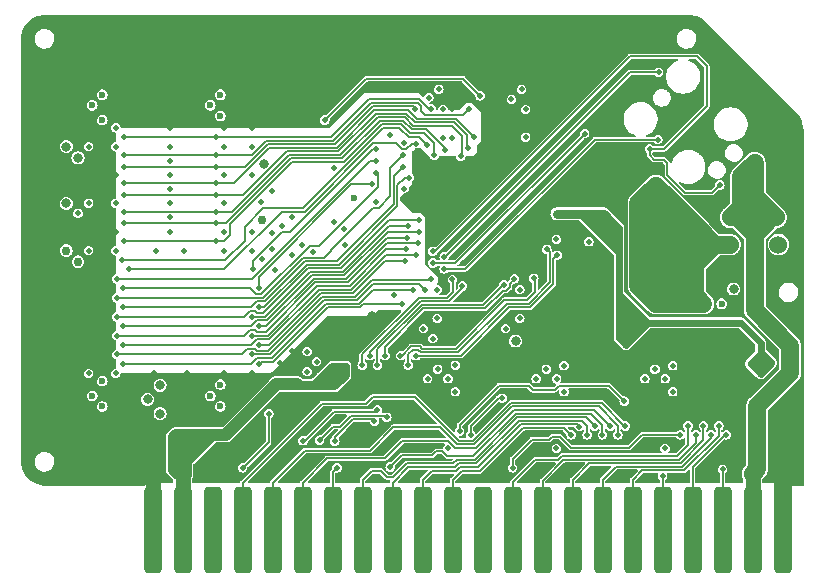
<source format=gbl>
G04 #@! TF.GenerationSoftware,KiCad,Pcbnew,7.0.10*
G04 #@! TF.CreationDate,2024-04-24T04:09:28-04:00*
G04 #@! TF.ProjectId,RAM2GS,52414d32-4753-42e6-9b69-6361645f7063,2.2*
G04 #@! TF.SameCoordinates,Original*
G04 #@! TF.FileFunction,Copper,L4,Bot*
G04 #@! TF.FilePolarity,Positive*
%FSLAX46Y46*%
G04 Gerber Fmt 4.6, Leading zero omitted, Abs format (unit mm)*
G04 Created by KiCad (PCBNEW 7.0.10) date 2024-04-24 04:09:28*
%MOMM*%
%LPD*%
G01*
G04 APERTURE LIST*
G04 Aperture macros list*
%AMRoundRect*
0 Rectangle with rounded corners*
0 $1 Rounding radius*
0 $2 $3 $4 $5 $6 $7 $8 $9 X,Y pos of 4 corners*
0 Add a 4 corners polygon primitive as box body*
4,1,4,$2,$3,$4,$5,$6,$7,$8,$9,$2,$3,0*
0 Add four circle primitives for the rounded corners*
1,1,$1+$1,$2,$3*
1,1,$1+$1,$4,$5*
1,1,$1+$1,$6,$7*
1,1,$1+$1,$8,$9*
0 Add four rect primitives between the rounded corners*
20,1,$1+$1,$2,$3,$4,$5,0*
20,1,$1+$1,$4,$5,$6,$7,0*
20,1,$1+$1,$6,$7,$8,$9,0*
20,1,$1+$1,$8,$9,$2,$3,0*%
G04 Aperture macros list end*
G04 #@! TA.AperFunction,ComponentPad*
%ADD10C,2.000000*%
G04 #@! TD*
G04 #@! TA.AperFunction,SMDPad,CuDef*
%ADD11RoundRect,0.381000X-0.381000X-3.289000X0.381000X-3.289000X0.381000X3.289000X-0.381000X3.289000X0*%
G04 #@! TD*
G04 #@! TA.AperFunction,ViaPad*
%ADD12C,0.500000*%
G04 #@! TD*
G04 #@! TA.AperFunction,ViaPad*
%ADD13C,1.524000*%
G04 #@! TD*
G04 #@! TA.AperFunction,ViaPad*
%ADD14C,0.762000*%
G04 #@! TD*
G04 #@! TA.AperFunction,ViaPad*
%ADD15C,0.800000*%
G04 #@! TD*
G04 #@! TA.AperFunction,ViaPad*
%ADD16C,0.600000*%
G04 #@! TD*
G04 #@! TA.AperFunction,ViaPad*
%ADD17C,1.000000*%
G04 #@! TD*
G04 #@! TA.AperFunction,ViaPad*
%ADD18C,0.508000*%
G04 #@! TD*
G04 #@! TA.AperFunction,Conductor*
%ADD19C,1.270000*%
G04 #@! TD*
G04 #@! TA.AperFunction,Conductor*
%ADD20C,1.524000*%
G04 #@! TD*
G04 #@! TA.AperFunction,Conductor*
%ADD21C,0.150000*%
G04 #@! TD*
G04 #@! TA.AperFunction,Conductor*
%ADD22C,0.500000*%
G04 #@! TD*
G04 #@! TA.AperFunction,Conductor*
%ADD23C,0.508000*%
G04 #@! TD*
G04 #@! TA.AperFunction,Conductor*
%ADD24C,1.000000*%
G04 #@! TD*
G04 #@! TA.AperFunction,Conductor*
%ADD25C,0.600000*%
G04 #@! TD*
G04 #@! TA.AperFunction,Conductor*
%ADD26C,0.800000*%
G04 #@! TD*
G04 APERTURE END LIST*
D10*
X110998000Y-130175000D03*
D11*
X110998000Y-135282000D03*
X108458000Y-135282000D03*
X105918000Y-135282000D03*
X103378000Y-135282000D03*
X100838000Y-135282000D03*
X98298000Y-135282000D03*
X95758000Y-135282000D03*
X93218000Y-135282000D03*
X90678000Y-135282000D03*
X88138000Y-135282000D03*
X85598000Y-135282000D03*
X83058000Y-135282000D03*
X80518000Y-135282000D03*
X77978000Y-135282000D03*
X75438000Y-135282000D03*
X72898000Y-135282000D03*
X70358000Y-135282000D03*
X67818000Y-135282000D03*
X65278000Y-135282000D03*
X62738000Y-135282000D03*
X60198000Y-135282000D03*
X57658000Y-135282000D03*
D12*
X112014000Y-100965000D03*
X74168000Y-130937000D03*
X102108000Y-130937000D03*
X64008000Y-130937000D03*
D13*
X57658000Y-130556000D03*
D12*
X104648000Y-130937000D03*
X61722000Y-130937000D03*
X106680000Y-95377000D03*
X94488000Y-130937000D03*
X46990000Y-117983000D03*
X46990000Y-112903000D03*
X46990000Y-107823000D03*
X81788000Y-130937000D03*
X91948000Y-130937000D03*
X89408000Y-130937000D03*
X97028000Y-130937000D03*
X69088000Y-130937000D03*
X52578000Y-128143000D03*
X54991000Y-131064000D03*
X49911000Y-131064000D03*
X79248000Y-130937000D03*
X76708000Y-130937000D03*
X71628000Y-130937000D03*
X86868000Y-130937000D03*
X84328000Y-130937000D03*
X66548000Y-130937000D03*
X109347000Y-98044000D03*
D14*
X89900000Y-119250000D03*
D12*
X76600000Y-107550000D03*
X94200000Y-107550000D03*
X90050000Y-99700000D03*
X78950000Y-107200000D03*
X83050000Y-102150000D03*
X90050000Y-102050000D03*
X89550000Y-114950000D03*
X91850000Y-109900000D03*
X82550000Y-114950000D03*
X84250000Y-98750000D03*
D14*
X96100000Y-107300000D03*
X95100000Y-106350000D03*
D12*
X94600000Y-112400000D03*
X91250000Y-98850000D03*
X94200000Y-110000000D03*
X80000000Y-103550000D03*
X78950000Y-102550000D03*
X83050000Y-99700000D03*
X89550000Y-117400000D03*
X82550000Y-117400000D03*
X85400000Y-102900000D03*
X66050000Y-101250000D03*
X63750000Y-101250000D03*
X66050000Y-102850000D03*
X66050000Y-122050000D03*
X52250000Y-110050000D03*
X54550000Y-110050000D03*
X63750000Y-102850000D03*
X63750000Y-122050000D03*
X66050000Y-111650000D03*
X63750000Y-107650000D03*
X59150000Y-108850000D03*
X60550000Y-122050000D03*
X59150000Y-106450000D03*
X57750000Y-122050000D03*
X59150000Y-104050000D03*
X63750000Y-111650000D03*
D14*
X50350000Y-110150000D03*
X51350000Y-105200000D03*
D12*
X51350000Y-109300000D03*
X57950000Y-111650000D03*
X60350000Y-111650000D03*
X59150000Y-110050000D03*
X59150000Y-107650000D03*
X59150000Y-102850000D03*
X59150000Y-101250000D03*
X59150000Y-105250000D03*
X60060000Y-99799000D03*
D15*
X50350000Y-106150000D03*
X51350000Y-100400000D03*
X50350000Y-101350000D03*
D12*
X54550000Y-105250000D03*
X99568000Y-130937000D03*
X106807000Y-130937000D03*
X74100000Y-127250000D03*
X89150000Y-129550000D03*
X89800000Y-128400000D03*
X89150000Y-127250000D03*
X80600000Y-128400000D03*
X79950000Y-127250000D03*
X81950000Y-129150000D03*
X93175000Y-100800000D03*
X68050000Y-127750000D03*
X91000000Y-127150000D03*
X100550000Y-127750000D03*
X78100000Y-115450000D03*
X112014000Y-127889000D03*
X112014000Y-112649000D03*
D13*
X106600000Y-113450000D03*
X110450000Y-113450000D03*
D12*
X81500000Y-127250000D03*
X95250000Y-121050000D03*
X73850000Y-109850000D03*
X50038000Y-115443000D03*
X50038000Y-120523000D03*
X46990000Y-123063000D03*
X50038000Y-125603000D03*
X46990000Y-128143000D03*
X104800000Y-114950000D03*
X107162600Y-129870200D03*
X90800000Y-113400000D03*
X81400000Y-109600000D03*
X87250000Y-119000000D03*
X112014000Y-107569000D03*
X100750000Y-104450000D03*
X83375000Y-111950000D03*
X82700000Y-111275000D03*
X83950000Y-112725000D03*
X46990000Y-102743000D03*
X96350000Y-118250000D03*
X93500000Y-118350000D03*
X105100000Y-109050000D03*
X104700000Y-106250000D03*
X103800000Y-98550000D03*
X99900000Y-95700000D03*
X96950000Y-100450000D03*
X87650000Y-99550000D03*
X77200000Y-126750000D03*
X86800000Y-125000000D03*
X73900000Y-120400000D03*
X78750000Y-119550000D03*
X73950000Y-111200000D03*
X78100000Y-117000000D03*
D16*
X110050000Y-119900000D03*
X110100000Y-126400000D03*
X108250000Y-119900000D03*
D12*
X112014000Y-117729000D03*
X107300000Y-124750000D03*
X82931000Y-92202000D03*
X88011000Y-92202000D03*
X98171000Y-97282000D03*
X46990000Y-97663000D03*
X98171000Y-92202000D03*
X52451000Y-97282000D03*
X70231000Y-99822000D03*
X50038000Y-94742000D03*
X62611000Y-92202000D03*
X67691000Y-92202000D03*
X57531000Y-92202000D03*
X72771000Y-92202000D03*
X107150000Y-118500000D03*
X82650000Y-124100000D03*
X102500000Y-123600000D03*
D16*
X99300000Y-124000000D03*
X90100000Y-124000000D03*
D12*
X84100000Y-123600000D03*
X93300000Y-123600000D03*
X101050000Y-124100000D03*
X71750000Y-124000000D03*
X102500000Y-121400000D03*
X91850000Y-124070000D03*
D16*
X80900000Y-124000000D03*
X100200000Y-124850000D03*
X73500000Y-124000000D03*
D12*
X93091000Y-92202000D03*
X77851000Y-92202000D03*
X52451000Y-92202000D03*
D16*
X65750000Y-99350000D03*
D17*
X110100000Y-116150000D03*
D12*
X70850000Y-119400000D03*
D15*
X74650000Y-118750000D03*
D16*
X54900000Y-124850000D03*
D12*
X66950000Y-112400000D03*
X101550000Y-101550000D03*
D16*
X54900000Y-123050000D03*
D12*
X83700000Y-118250000D03*
X77851000Y-97790000D03*
X69500000Y-108850000D03*
X64900000Y-124800000D03*
X83400000Y-98000000D03*
D16*
X55750000Y-123950000D03*
D12*
X95800000Y-102950000D03*
D16*
X64900000Y-122700000D03*
D12*
X66850000Y-107550000D03*
X93300000Y-121400000D03*
D14*
X58166000Y-127508000D03*
D15*
X76250000Y-117200000D03*
D16*
X54900000Y-98450000D03*
D12*
X57531000Y-97282000D03*
X54991000Y-94742000D03*
D16*
X65750000Y-123950000D03*
D12*
X82900000Y-119100000D03*
X77750000Y-101850000D03*
X90400000Y-98000000D03*
X69500000Y-120150000D03*
D15*
X60000000Y-125450000D03*
D16*
X54900000Y-100250000D03*
D15*
X110350000Y-106800000D03*
D12*
X67800000Y-111550000D03*
D16*
X74750000Y-107200000D03*
D17*
X110350000Y-104200000D03*
D12*
X90700000Y-118250000D03*
D17*
X111550000Y-105550000D03*
D15*
X61050000Y-124250000D03*
D12*
X84100000Y-121350000D03*
D16*
X55750000Y-99350000D03*
X95500000Y-113300000D03*
X74500000Y-129800000D03*
X64900000Y-98450000D03*
X96400000Y-112400000D03*
D12*
X95631000Y-94742000D03*
X73000000Y-109250000D03*
X69050000Y-124400000D03*
X99000000Y-128400000D03*
D16*
X64900000Y-100600000D03*
D15*
X60000000Y-123050000D03*
D14*
X57023000Y-128778000D03*
D12*
X107450000Y-127250000D03*
X91900000Y-107550000D03*
X67800000Y-106600000D03*
X68450000Y-121200000D03*
X98350000Y-127250000D03*
X68650000Y-109550000D03*
X88138000Y-130048000D03*
X102350000Y-127250000D03*
X95750000Y-127250000D03*
X77775000Y-129975000D03*
X65278000Y-130048000D03*
X67500000Y-125450000D03*
X97700000Y-126500000D03*
X97050000Y-127250000D03*
X96400000Y-126500000D03*
X93100000Y-127250000D03*
X95100000Y-126500000D03*
X94450000Y-127250000D03*
X93800000Y-126550000D03*
X103000000Y-126500000D03*
X103650000Y-127250000D03*
X104300000Y-126500000D03*
X104950000Y-127250000D03*
X105600000Y-126500000D03*
X106250000Y-127250000D03*
X105918000Y-130175000D03*
X97600000Y-124400000D03*
X100838000Y-130746500D03*
X83650000Y-126950000D03*
X76450000Y-126100000D03*
X73279000Y-130048000D03*
X73100000Y-127800000D03*
X70400000Y-127750000D03*
X76700000Y-125150000D03*
X77500000Y-125750000D03*
X71800000Y-127700000D03*
X87249000Y-124142500D03*
X84600000Y-127250000D03*
X89250000Y-99700000D03*
X81050000Y-98700000D03*
X88050000Y-98850000D03*
X94600000Y-110900000D03*
X78950000Y-106400000D03*
X89250000Y-102050000D03*
X88750000Y-114950000D03*
X81750000Y-114950000D03*
X82250000Y-99700000D03*
X88750000Y-117400000D03*
X81750000Y-117400000D03*
X91850000Y-110700000D03*
X66050000Y-110050000D03*
D18*
X54550000Y-102850000D03*
X54550000Y-111650000D03*
D16*
X63400000Y-123000000D03*
D15*
X51350000Y-103800000D03*
X50350000Y-107650000D03*
X50350000Y-102850000D03*
D18*
X54550000Y-101250000D03*
D14*
X66950000Y-109100000D03*
D12*
X51350000Y-108500000D03*
D14*
X50350000Y-111650000D03*
X51350000Y-112600000D03*
D12*
X63750000Y-110050000D03*
X63750000Y-105250000D03*
X66050000Y-105250000D03*
X54550000Y-122050000D03*
X52250000Y-122050000D03*
X52250000Y-111650000D03*
X52250000Y-107650000D03*
X52250000Y-102850000D03*
X54550000Y-107650000D03*
X91875000Y-122500000D03*
X82675000Y-122500000D03*
D17*
X104300000Y-116150000D03*
X102300000Y-116150000D03*
X100300000Y-116150000D03*
X100300000Y-111650000D03*
X100300000Y-108650000D03*
X100300000Y-110150000D03*
X100300000Y-113150000D03*
X100300000Y-114650000D03*
D12*
X82250000Y-102150000D03*
D13*
X102300000Y-108150000D03*
X104150000Y-111150000D03*
X110650000Y-111150000D03*
X102300000Y-114150000D03*
D12*
X101075000Y-122500000D03*
X83300000Y-121350000D03*
X83300000Y-123600000D03*
X91000000Y-121700000D03*
X100200000Y-121700000D03*
X81800000Y-121700000D03*
X80950000Y-122500000D03*
X101700000Y-121400000D03*
X99350000Y-122500000D03*
X92500000Y-121400000D03*
X90150000Y-122500000D03*
X101700000Y-123600000D03*
X92500000Y-123600000D03*
D13*
X106550000Y-111150000D03*
D12*
X70750000Y-120200000D03*
D16*
X105850000Y-116150000D03*
D15*
X88400000Y-119300000D03*
D16*
X53400000Y-98450000D03*
D17*
X100300000Y-106150000D03*
D12*
X101050000Y-128400000D03*
D15*
X57250000Y-124250000D03*
D12*
X69500000Y-112000000D03*
X73050000Y-104650000D03*
X81400000Y-119100000D03*
X70750000Y-121900000D03*
X82650000Y-128400000D03*
X80600000Y-118250000D03*
X68050000Y-113300000D03*
D16*
X53400000Y-100600000D03*
D12*
X81900000Y-98000000D03*
D16*
X63400000Y-100250000D03*
X62550000Y-123950000D03*
X52550000Y-123950000D03*
D15*
X58300000Y-125450000D03*
D16*
X62550000Y-99350000D03*
X53400000Y-124850000D03*
X63400000Y-124850000D03*
D15*
X106850000Y-114900000D03*
D12*
X67800000Y-110150000D03*
D16*
X53400000Y-122700000D03*
D12*
X87550000Y-118250000D03*
D15*
X58300000Y-123050000D03*
D12*
X91850000Y-128400000D03*
X70350000Y-111150000D03*
X88900000Y-98000000D03*
D16*
X52550000Y-99350000D03*
D12*
X71550000Y-121050000D03*
X71250000Y-111750000D03*
D15*
X67100000Y-104300000D03*
D16*
X63400000Y-98450000D03*
D12*
X83900000Y-114650000D03*
X76050000Y-120550000D03*
X88300000Y-114050000D03*
X77350000Y-120550000D03*
X87400000Y-114550000D03*
X76700000Y-121350000D03*
X91900000Y-112050000D03*
X79950000Y-120550000D03*
X79300000Y-121350000D03*
X91050000Y-111550000D03*
X83050000Y-114100000D03*
X75400000Y-121350000D03*
X89950000Y-114000000D03*
X78650000Y-120550000D03*
X81250000Y-99650000D03*
D18*
X63050000Y-102050000D03*
X55250000Y-102050000D03*
D12*
X79900000Y-99650000D03*
X55250000Y-104550000D03*
X63050000Y-104550000D03*
X84450000Y-99700000D03*
D18*
X55250000Y-103550000D03*
X63050000Y-103550000D03*
D12*
X84900000Y-102050000D03*
X63050000Y-105950000D03*
D18*
X55250000Y-105950000D03*
D12*
X81500000Y-103600000D03*
X63050000Y-110850000D03*
D18*
X55250000Y-110850000D03*
D12*
X83750000Y-103650000D03*
D18*
X55250000Y-108350000D03*
D12*
X63050000Y-108350000D03*
X82400000Y-103150000D03*
X55250000Y-109350000D03*
X63050000Y-109350000D03*
X84400000Y-102950000D03*
X63050000Y-106950000D03*
X55250000Y-106950000D03*
X76550000Y-103050000D03*
X66150000Y-113250000D03*
X66650000Y-114850000D03*
X76250000Y-106050000D03*
X79400000Y-105500000D03*
X66700000Y-116450000D03*
X79300000Y-109550000D03*
X66100000Y-117250000D03*
X79200000Y-110550000D03*
X66700000Y-118050000D03*
X79100000Y-111550000D03*
X66100000Y-118850000D03*
X79000000Y-112550000D03*
X66700000Y-119650000D03*
X80700000Y-114950000D03*
X66100000Y-120450000D03*
X78800000Y-116200000D03*
X66700000Y-121250000D03*
X79700000Y-114950000D03*
X55200000Y-121250000D03*
X81250000Y-114050000D03*
X54650000Y-120450000D03*
X55200000Y-119650000D03*
X80000000Y-112050000D03*
X54650000Y-118850000D03*
X80100000Y-111050000D03*
X55200000Y-118050000D03*
X80200000Y-110050000D03*
X54650000Y-117250000D03*
X80200000Y-109050000D03*
X78900000Y-104550000D03*
X55200000Y-116450000D03*
X78900000Y-103550000D03*
X54650000Y-115650000D03*
X76550000Y-105050000D03*
X55200000Y-114850000D03*
X76550000Y-104050000D03*
X54650000Y-114050000D03*
X79950000Y-102600000D03*
X55650000Y-113250000D03*
X80900000Y-102750000D03*
D18*
X55100000Y-112450000D03*
D12*
X82350000Y-112200000D03*
X100500000Y-96550000D03*
X105700000Y-106100000D03*
X81400000Y-111700000D03*
X99750000Y-103050000D03*
X100450000Y-102250000D03*
X82350000Y-113200000D03*
X94250000Y-101750000D03*
X81400000Y-112700000D03*
D13*
X60198000Y-130556000D03*
D12*
X73475000Y-122500000D03*
D13*
X106600000Y-108850000D03*
X108650000Y-107150000D03*
X108458000Y-130556000D03*
D17*
X108650000Y-104200000D03*
D12*
X72600000Y-121650000D03*
D13*
X110450000Y-108850000D03*
D12*
X74100000Y-121400000D03*
D17*
X107500000Y-105550000D03*
D15*
X59750000Y-127550000D03*
D12*
X95100000Y-109650000D03*
X94200000Y-108550000D03*
D14*
X96100000Y-108800000D03*
D16*
X109150000Y-122100000D03*
X110050000Y-121100000D03*
X97750000Y-119650000D03*
D12*
X108300000Y-121200000D03*
X91900000Y-108550000D03*
X72250000Y-100600000D03*
X85400000Y-98550000D03*
D19*
X57658000Y-130556000D02*
X57658000Y-135382000D01*
D20*
X110998000Y-135382000D02*
X110998000Y-130175000D01*
D21*
X91500000Y-127400000D02*
X92150000Y-127400000D01*
X88138000Y-130048000D02*
X88138000Y-129276000D01*
X92150000Y-127400000D02*
X93083500Y-128333500D01*
X88138000Y-129276000D02*
X89764000Y-127650000D01*
X91250000Y-127650000D02*
X91500000Y-127400000D01*
X93083500Y-128333500D02*
X98016500Y-128333500D01*
X98016500Y-128333500D02*
X99100000Y-127250000D01*
X99100000Y-127250000D02*
X102350000Y-127250000D01*
X89764000Y-127650000D02*
X91250000Y-127650000D01*
X82199981Y-128650000D02*
X82599981Y-129050000D01*
X88400010Y-125449990D02*
X94749990Y-125449990D01*
X78750000Y-129000000D02*
X81350000Y-129000000D01*
X95750000Y-126450000D02*
X95750000Y-127250000D01*
X84800000Y-129050000D02*
X88400010Y-125449990D01*
X82599981Y-129050000D02*
X84800000Y-129050000D01*
X81350000Y-129000000D02*
X81700000Y-128650000D01*
X94749990Y-125449990D02*
X95750000Y-126450000D01*
X77775000Y-129975000D02*
X78750000Y-129000000D01*
X81700000Y-128650000D02*
X82199981Y-128650000D01*
X67500000Y-127850000D02*
X65302000Y-130048000D01*
X65302000Y-130048000D02*
X65278000Y-130048000D01*
X67500000Y-125450000D02*
X67500000Y-127850000D01*
X83574268Y-127749990D02*
X79874278Y-124050000D01*
X76300000Y-124050000D02*
X75750000Y-124600000D01*
X65278000Y-131318000D02*
X65278000Y-135382000D01*
X95699960Y-124549960D02*
X87990928Y-124549960D01*
X71996000Y-124600000D02*
X65278000Y-131318000D01*
X79874278Y-124050000D02*
X76300000Y-124050000D01*
X75750000Y-124600000D02*
X71996000Y-124600000D01*
X84790898Y-127749990D02*
X83574268Y-127749990D01*
X87990928Y-124549960D02*
X84790898Y-127749990D01*
X97700000Y-126550000D02*
X95699960Y-124549960D01*
X97050000Y-126462500D02*
X95437470Y-124849970D01*
X76050000Y-128600000D02*
X70536000Y-128600000D01*
X67818000Y-131318000D02*
X67818000Y-135382000D01*
X84915166Y-128050000D02*
X83450000Y-128050000D01*
X82000000Y-126600000D02*
X78050000Y-126600000D01*
X78050000Y-126600000D02*
X76050000Y-128600000D01*
X83450000Y-128050000D02*
X82000000Y-126600000D01*
X88115196Y-124849970D02*
X84915166Y-128050000D01*
X95437470Y-124849970D02*
X88115196Y-124849970D01*
X97050000Y-127250000D02*
X97050000Y-126462500D01*
X70536000Y-128600000D02*
X67818000Y-131318000D01*
X85052305Y-128350000D02*
X88252325Y-125149980D01*
X72426000Y-129250000D02*
X77300000Y-129250000D01*
X88252325Y-125149980D02*
X95049980Y-125149980D01*
X70358000Y-131318000D02*
X72426000Y-129250000D01*
X83300000Y-128350000D02*
X85052305Y-128350000D01*
X77300000Y-129250000D02*
X78800000Y-127750000D01*
X70358000Y-135382000D02*
X70358000Y-131318000D01*
X78800000Y-127750000D02*
X82700000Y-127750000D01*
X82700000Y-127750000D02*
X83300000Y-128350000D01*
X95049980Y-125149980D02*
X96400000Y-126500000D01*
X83820000Y-130302000D02*
X83058000Y-131064000D01*
X93100000Y-127250000D02*
X92500000Y-126650000D01*
X85398000Y-130302000D02*
X83820000Y-130302000D01*
X89050000Y-126650000D02*
X85398000Y-130302000D01*
X92500000Y-126650000D02*
X89050000Y-126650000D01*
X83058000Y-131064000D02*
X83058000Y-135382000D01*
X78020000Y-130850000D02*
X79203000Y-129667000D01*
X75438000Y-131064000D02*
X76200000Y-130302000D01*
X84950000Y-129350000D02*
X88550000Y-125750000D01*
X83438500Y-129350000D02*
X84950000Y-129350000D01*
X76993750Y-130302000D02*
X77541750Y-130850000D01*
X94350000Y-125750000D02*
X95100000Y-126500000D01*
X76200000Y-130302000D02*
X76993750Y-130302000D01*
X79203000Y-129667000D02*
X83121500Y-129667000D01*
X88550000Y-125750000D02*
X94350000Y-125750000D01*
X75438000Y-135382000D02*
X75438000Y-131064000D01*
X83121500Y-129667000D02*
X83438500Y-129350000D01*
X77541750Y-130850000D02*
X78020000Y-130850000D01*
X83566000Y-129667000D02*
X83248500Y-129984500D01*
X77978000Y-131322000D02*
X77978000Y-135382000D01*
X94000000Y-126050000D02*
X88700000Y-126050000D01*
X79315500Y-129984500D02*
X77978000Y-131322000D01*
X94450000Y-127250000D02*
X94450000Y-126500000D01*
X88700000Y-126050000D02*
X85083000Y-129667000D01*
X83248500Y-129984500D02*
X79315500Y-129984500D01*
X94450000Y-126500000D02*
X94000000Y-126050000D01*
X85083000Y-129667000D02*
X83566000Y-129667000D01*
X83693000Y-129984500D02*
X83375500Y-130302000D01*
X83375500Y-130302000D02*
X81280000Y-130302000D01*
X81280000Y-130302000D02*
X80518000Y-131064000D01*
X93600000Y-126350000D02*
X88850000Y-126350000D01*
X93800000Y-126550000D02*
X93600000Y-126350000D01*
X80518000Y-131064000D02*
X80518000Y-135382000D01*
X85215500Y-129984500D02*
X83693000Y-129984500D01*
X88850000Y-126350000D02*
X85215500Y-129984500D01*
X103000000Y-128140000D02*
X102090000Y-129050000D01*
X103000000Y-126500000D02*
X103000000Y-128140000D01*
X88138000Y-131262000D02*
X88138000Y-135382000D01*
X92000000Y-129350000D02*
X90050000Y-129350000D01*
X90050000Y-129350000D02*
X88138000Y-131262000D01*
X92300000Y-129050000D02*
X92000000Y-129350000D01*
X102090000Y-129050000D02*
X92300000Y-129050000D01*
X90678000Y-131122000D02*
X90678000Y-135382000D01*
X102234500Y-129350000D02*
X92450000Y-129350000D01*
X103650000Y-127250000D02*
X103650000Y-127934500D01*
X103650000Y-127934500D02*
X102234500Y-129350000D01*
X92450000Y-129350000D02*
X90678000Y-131122000D01*
X104300000Y-126500000D02*
X104300000Y-127729000D01*
X94650000Y-129650000D02*
X93218000Y-131082000D01*
X104300000Y-127729000D02*
X102379000Y-129650000D01*
X93218000Y-131082000D02*
X93218000Y-135382000D01*
X102379000Y-129650000D02*
X94650000Y-129650000D01*
X104950000Y-127523500D02*
X102523500Y-129950000D01*
X96875000Y-129950000D02*
X95758000Y-131067000D01*
X104950000Y-127250000D02*
X104950000Y-127523500D01*
X95758000Y-131067000D02*
X95758000Y-135382000D01*
X102523500Y-129950000D02*
X96875000Y-129950000D01*
X102668000Y-130250000D02*
X99112000Y-130250000D01*
X98298000Y-131064000D02*
X98298000Y-135382000D01*
X105600000Y-127318000D02*
X102668000Y-130250000D01*
X105600000Y-126500000D02*
X105600000Y-127318000D01*
X99112000Y-130250000D02*
X98298000Y-131064000D01*
X106112500Y-127250000D02*
X103378000Y-129984500D01*
X103378000Y-129984500D02*
X103378000Y-135382000D01*
X106250000Y-127250000D02*
X106112500Y-127250000D01*
X105918000Y-130175000D02*
X105918000Y-135382000D01*
X92050000Y-123100000D02*
X96300000Y-123100000D01*
X96300000Y-123100000D02*
X97600000Y-124400000D01*
X89500000Y-123100000D02*
X89850000Y-123450000D01*
X83650000Y-126950000D02*
X83650000Y-126425000D01*
X100838000Y-130746500D02*
X100838000Y-135382000D01*
X86975000Y-123100000D02*
X89500000Y-123100000D01*
X89850000Y-123450000D02*
X91700000Y-123450000D01*
X83650000Y-126425000D02*
X86975000Y-123100000D01*
X91700000Y-123450000D02*
X92050000Y-123100000D01*
X73279000Y-130048000D02*
X72898000Y-130429000D01*
X76450000Y-126100000D02*
X76300000Y-125950000D01*
X72898000Y-130429000D02*
X72898000Y-135382000D01*
X74600000Y-125950000D02*
X73100000Y-127450000D01*
X73100000Y-127450000D02*
X73100000Y-127800000D01*
X76300000Y-125950000D02*
X74600000Y-125950000D01*
X76550000Y-125300000D02*
X76700000Y-125150000D01*
X70400000Y-127750000D02*
X70550000Y-127750000D01*
X73000000Y-125300000D02*
X76550000Y-125300000D01*
X70550000Y-127750000D02*
X73000000Y-125300000D01*
X77375000Y-125625000D02*
X74475000Y-125625000D01*
X74475000Y-125625000D02*
X73550000Y-126550000D01*
X73550000Y-126550000D02*
X72950000Y-126550000D01*
X72950000Y-126550000D02*
X71800000Y-127700000D01*
X77500000Y-125750000D02*
X77375000Y-125625000D01*
X87249000Y-124142500D02*
X86957500Y-124142500D01*
X84600000Y-126500000D02*
X84600000Y-127250000D01*
X86957500Y-124142500D02*
X84600000Y-126500000D01*
D20*
X102300000Y-114150000D02*
X100300000Y-114150000D01*
X104150000Y-111150000D02*
X101300000Y-111150000D01*
X102300000Y-113000000D02*
X104150000Y-111150000D01*
X106550000Y-111150000D02*
X104150000Y-111150000D01*
X103600000Y-115450000D02*
X103600000Y-111700000D01*
X102300000Y-112150000D02*
X100300000Y-110150000D01*
X104150000Y-110000000D02*
X104150000Y-111150000D01*
X101300000Y-111150000D02*
X100300000Y-112150000D01*
X104300000Y-116150000D02*
X102300000Y-114150000D01*
X104300000Y-116150000D02*
X103600000Y-115450000D01*
X98800000Y-107650000D02*
X98800000Y-114650000D01*
X103600000Y-111700000D02*
X104150000Y-111150000D01*
X100300000Y-106150000D02*
X100300000Y-116150000D01*
X102300000Y-108150000D02*
X102300000Y-110150000D01*
X102300000Y-108150000D02*
X100300000Y-106150000D01*
X102300000Y-108150000D02*
X102300000Y-114150000D01*
X102300000Y-114150000D02*
X105300000Y-111150000D01*
X102300000Y-109300000D02*
X104150000Y-111150000D01*
X98800000Y-114650000D02*
X100300000Y-116150000D01*
X105300000Y-111150000D02*
X106550000Y-111150000D01*
X102300000Y-114150000D02*
X100300000Y-112150000D01*
X102300000Y-108150000D02*
X104150000Y-110000000D01*
X102300000Y-108150000D02*
X105300000Y-111150000D01*
X100300000Y-108150000D02*
X102300000Y-108150000D01*
X102300000Y-114150000D02*
X102300000Y-113000000D01*
X102300000Y-110150000D02*
X100300000Y-112150000D01*
X100300000Y-106150000D02*
X98800000Y-107650000D01*
X100300000Y-116150000D02*
X102300000Y-114150000D01*
X104300000Y-116150000D02*
X100300000Y-116150000D01*
X102300000Y-116150000D02*
X102300000Y-114150000D01*
X102300000Y-108150000D02*
X102300000Y-109300000D01*
X100300000Y-110150000D02*
X102300000Y-108150000D01*
X101300000Y-111150000D02*
X100300000Y-110150000D01*
X102300000Y-114150000D02*
X102300000Y-112150000D01*
D21*
X76050000Y-120550000D02*
X76050000Y-120250000D01*
X83900000Y-114800000D02*
X83900000Y-114650000D01*
X80350000Y-115950000D02*
X82750000Y-115950000D01*
X82750000Y-115950000D02*
X83900000Y-114800000D01*
X76050000Y-120250000D02*
X80350000Y-115950000D01*
X87600000Y-115050000D02*
X87900000Y-114750000D01*
X77350000Y-120550000D02*
X77350000Y-119800000D01*
X87300000Y-115050000D02*
X87600000Y-115050000D01*
X77350000Y-119800000D02*
X80600000Y-116550000D01*
X85800000Y-116550000D02*
X87300000Y-115050000D01*
X80600000Y-116550000D02*
X85800000Y-116550000D01*
X87900000Y-114750000D02*
X87900000Y-114450000D01*
X87900000Y-114450000D02*
X88300000Y-114050000D01*
X80475000Y-116250000D02*
X76700000Y-120025000D01*
X87350722Y-114550000D02*
X85650722Y-116250000D01*
X87400000Y-114550000D02*
X87350722Y-114550000D01*
X76700000Y-120025000D02*
X76700000Y-121350000D01*
X85650722Y-116250000D02*
X80475000Y-116250000D01*
X83750000Y-120550000D02*
X87850000Y-116450000D01*
X91600000Y-114500000D02*
X91600000Y-112350000D01*
X79950000Y-120550000D02*
X83750000Y-120550000D01*
X87850000Y-116450000D02*
X89650000Y-116450000D01*
X89650000Y-116450000D02*
X91600000Y-114500000D01*
X91600000Y-112350000D02*
X91900000Y-112050000D01*
X87650000Y-116150000D02*
X83550000Y-120250000D01*
X91050000Y-111550000D02*
X91300000Y-111800000D01*
X91300000Y-114350000D02*
X89500000Y-116150000D01*
X79700000Y-120050000D02*
X79300000Y-120450000D01*
X79300000Y-120450000D02*
X79300000Y-121350000D01*
X80375000Y-120250000D02*
X80175000Y-120050000D01*
X83550000Y-120250000D02*
X80375000Y-120250000D01*
X89500000Y-116150000D02*
X87650000Y-116150000D01*
X91300000Y-111800000D02*
X91300000Y-114350000D01*
X80175000Y-120050000D02*
X79700000Y-120050000D01*
X83100000Y-115150000D02*
X83100000Y-114150000D01*
X80200000Y-115650000D02*
X82600000Y-115650000D01*
X75400000Y-121350000D02*
X75400000Y-120450000D01*
X75400000Y-120450000D02*
X80200000Y-115650000D01*
X83100000Y-114150000D02*
X83050000Y-114100000D01*
X82600000Y-115650000D02*
X83100000Y-115150000D01*
X80500000Y-119950000D02*
X83350000Y-119950000D01*
X78750000Y-120550000D02*
X79550000Y-119750000D01*
X89350000Y-115850000D02*
X90050000Y-115150000D01*
X83350000Y-119950000D02*
X87450000Y-115850000D01*
X78650000Y-120550000D02*
X78750000Y-120550000D01*
X90050000Y-114100000D02*
X89950000Y-114000000D01*
X87450000Y-115850000D02*
X89350000Y-115850000D01*
X80300000Y-119750000D02*
X80500000Y-119950000D01*
X79550000Y-119750000D02*
X80300000Y-119750000D01*
X90050000Y-115150000D02*
X90050000Y-114100000D01*
X55250000Y-102050000D02*
X63050000Y-102050000D01*
X81050000Y-99650000D02*
X81250000Y-99650000D01*
X72800000Y-102050000D02*
X76000000Y-98850000D01*
X76000000Y-98850000D02*
X80250000Y-98850000D01*
X63050000Y-102050000D02*
X72800000Y-102050000D01*
X80250000Y-98850000D02*
X81050000Y-99650000D01*
X55250000Y-104550000D02*
X63050000Y-104550000D01*
X76300000Y-99450000D02*
X73100000Y-102650000D01*
X65500000Y-104550000D02*
X63050000Y-104550000D01*
X79900000Y-99650000D02*
X79700000Y-99450000D01*
X79700000Y-99450000D02*
X76300000Y-99450000D01*
X67400000Y-102650000D02*
X65500000Y-104550000D01*
X73100000Y-102650000D02*
X67400000Y-102650000D01*
X59399998Y-103550000D02*
X55250000Y-103550000D01*
X63050000Y-103550000D02*
X59399998Y-103550000D01*
X63050000Y-103550000D02*
X66050000Y-103550000D01*
X80400000Y-99450000D02*
X80400000Y-99850000D01*
X76150000Y-99150000D02*
X80100000Y-99150000D01*
X80750000Y-100200000D02*
X83950000Y-100200000D01*
X67250000Y-102350000D02*
X72950000Y-102350000D01*
X80400000Y-99850000D02*
X80750000Y-100200000D01*
X66050000Y-103550000D02*
X67250000Y-102350000D01*
X83950000Y-100200000D02*
X84450000Y-99700000D01*
X72950000Y-102350000D02*
X76150000Y-99150000D01*
X80100000Y-99150000D02*
X80400000Y-99450000D01*
X56909338Y-105950000D02*
X55250000Y-105950000D01*
X63050000Y-105950000D02*
X56909338Y-105950000D01*
X73250000Y-102950000D02*
X76450000Y-99750000D01*
X80050000Y-100500000D02*
X83350000Y-100500000D01*
X64550000Y-105950000D02*
X67550000Y-102950000D01*
X79300000Y-99750000D02*
X80050000Y-100500000D01*
X67550000Y-102950000D02*
X73250000Y-102950000D01*
X83350000Y-100500000D02*
X84900000Y-102050000D01*
X76450000Y-99750000D02*
X79300000Y-99750000D01*
X63050000Y-105950000D02*
X64550000Y-105950000D01*
X55250000Y-110850000D02*
X63050000Y-110850000D01*
X64250000Y-109400000D02*
X64250000Y-110300000D01*
X64250000Y-110300000D02*
X63700000Y-110850000D01*
X73850000Y-104150000D02*
X69500000Y-104150000D01*
X63700000Y-110850000D02*
X63100000Y-110850000D01*
X81500000Y-103600000D02*
X81500000Y-102550000D01*
X77050000Y-100950000D02*
X73850000Y-104150000D01*
X81500000Y-102550000D02*
X80650000Y-101700000D01*
X80650000Y-101700000D02*
X79450000Y-101700000D01*
X79450000Y-101700000D02*
X78700000Y-100950000D01*
X78700000Y-100950000D02*
X77050000Y-100950000D01*
X69500000Y-104150000D02*
X64250000Y-109400000D01*
X55250000Y-108350000D02*
X63050000Y-108350000D01*
X83900000Y-103500000D02*
X83900000Y-101950000D01*
X69200000Y-103550000D02*
X64400000Y-108350000D01*
X76750000Y-100350000D02*
X73550000Y-103550000D01*
X79750000Y-101100000D02*
X79000000Y-100350000D01*
X83050000Y-101100000D02*
X79750000Y-101100000D01*
X83750000Y-103650000D02*
X83900000Y-103500000D01*
X64400000Y-108350000D02*
X63100000Y-108350000D01*
X83900000Y-101950000D02*
X83050000Y-101100000D01*
X73550000Y-103550000D02*
X69200000Y-103550000D01*
X79000000Y-100350000D02*
X76750000Y-100350000D01*
X63050000Y-109350000D02*
X55250000Y-109350000D01*
X76900000Y-100650000D02*
X73700000Y-103850000D01*
X69350000Y-103850000D02*
X63850000Y-109350000D01*
X63850000Y-109350000D02*
X63050000Y-109350000D01*
X78850000Y-100650000D02*
X76900000Y-100650000D01*
X73700000Y-103850000D02*
X69350000Y-103850000D01*
X80800000Y-101400000D02*
X79600000Y-101400000D01*
X82400000Y-103150000D02*
X82400000Y-103000000D01*
X79600000Y-101400000D02*
X78850000Y-100650000D01*
X82400000Y-103000000D02*
X80800000Y-101400000D01*
X63050000Y-106950000D02*
X61499998Y-106950000D01*
X61499998Y-106950000D02*
X55250000Y-106950000D01*
X65350000Y-106950000D02*
X69050000Y-103250000D01*
X73400000Y-103250000D02*
X76600000Y-100050000D01*
X83200000Y-100800000D02*
X84300000Y-101900000D01*
X76600000Y-100050000D02*
X79150000Y-100050000D01*
X69050000Y-103250000D02*
X73400000Y-103250000D01*
X79900000Y-100800000D02*
X83200000Y-100800000D01*
X79150000Y-100050000D02*
X79900000Y-100800000D01*
X84300000Y-101900000D02*
X84300000Y-102850000D01*
X63050000Y-106950000D02*
X65350000Y-106950000D01*
X84300000Y-102850000D02*
X84400000Y-102950000D01*
X66150000Y-112500000D02*
X66150000Y-113250000D01*
X68600000Y-110050000D02*
X66150000Y-112500000D01*
X69300000Y-110050000D02*
X68600000Y-110050000D01*
X76550000Y-103050000D02*
X76300000Y-103050000D01*
X76300000Y-103050000D02*
X69300000Y-110050000D01*
X66650000Y-113900000D02*
X66650000Y-114850000D01*
X74500000Y-106050000D02*
X66650000Y-113900000D01*
X76250000Y-106050000D02*
X74500000Y-106050000D01*
X78400000Y-107900000D02*
X78400000Y-106100000D01*
X66700000Y-116450000D02*
X67100000Y-116450000D01*
X70700000Y-112850000D02*
X73450000Y-112850000D01*
X73450000Y-112850000D02*
X78400000Y-107900000D01*
X79000000Y-105500000D02*
X79400000Y-105500000D01*
X78400000Y-106100000D02*
X79000000Y-105500000D01*
X67100000Y-116450000D02*
X70700000Y-112850000D01*
X77650000Y-109550000D02*
X79300000Y-109550000D01*
X66100000Y-117250000D02*
X67200000Y-117250000D01*
X67200000Y-117250000D02*
X71000000Y-113450000D01*
X71000000Y-113450000D02*
X73750000Y-113450000D01*
X73750000Y-113450000D02*
X77650000Y-109550000D01*
X79200000Y-110550000D02*
X77550000Y-110550000D01*
X71300000Y-114050000D02*
X74050000Y-114050000D01*
X74050000Y-114050000D02*
X77550000Y-110550000D01*
X67300000Y-118050000D02*
X71300000Y-114050000D01*
X66700000Y-118050000D02*
X67300000Y-118050000D01*
X71600000Y-114650000D02*
X74350000Y-114650000D01*
X67400000Y-118850000D02*
X71600000Y-114650000D01*
X66100000Y-118850000D02*
X67400000Y-118850000D01*
X79100000Y-111550000D02*
X77450000Y-111550000D01*
X74350000Y-114650000D02*
X77450000Y-111550000D01*
X67500000Y-119650000D02*
X71900000Y-115250000D01*
X71900000Y-115250000D02*
X74650000Y-115250000D01*
X79000000Y-112550000D02*
X77350000Y-112550000D01*
X74650000Y-115250000D02*
X77350000Y-112550000D01*
X66700000Y-119650000D02*
X67500000Y-119650000D01*
X74950000Y-115850000D02*
X72200000Y-115850000D01*
X76350000Y-114450000D02*
X74950000Y-115850000D01*
X72200000Y-115850000D02*
X67600000Y-120450000D01*
X67600000Y-120450000D02*
X66100000Y-120450000D01*
X80200000Y-114450000D02*
X76350000Y-114450000D01*
X80700000Y-114950000D02*
X80200000Y-114450000D01*
X78800000Y-116200000D02*
X75500000Y-116200000D01*
X66900000Y-121050000D02*
X66700000Y-121250000D01*
X72500000Y-116450000D02*
X67900000Y-121050000D01*
X75250000Y-116450000D02*
X72500000Y-116450000D01*
X75500000Y-116200000D02*
X75250000Y-116450000D01*
X67900000Y-121050000D02*
X66900000Y-121050000D01*
X75100000Y-116150000D02*
X72350000Y-116150000D01*
X79700000Y-114950000D02*
X76300000Y-114950000D01*
X67750000Y-120750000D02*
X66500000Y-120750000D01*
X66500000Y-120750000D02*
X66000000Y-121250000D01*
X66000000Y-121250000D02*
X55200000Y-121250000D01*
X72350000Y-116150000D02*
X67750000Y-120750000D01*
X76300000Y-114950000D02*
X75100000Y-116150000D01*
X65200000Y-120450000D02*
X54650000Y-120450000D01*
X67450000Y-120150000D02*
X66500000Y-120150000D01*
X81250000Y-114050000D02*
X81150000Y-114150000D01*
X65700000Y-119950000D02*
X65200000Y-120450000D01*
X81150000Y-114150000D02*
X76200000Y-114150000D01*
X72050000Y-115550000D02*
X67450000Y-120150000D01*
X76200000Y-114150000D02*
X74800000Y-115550000D01*
X66300000Y-119950000D02*
X65700000Y-119950000D01*
X74800000Y-115550000D02*
X72050000Y-115550000D01*
X66500000Y-120150000D02*
X66300000Y-119950000D01*
X67550000Y-119150000D02*
X66500000Y-119150000D01*
X66500000Y-119150000D02*
X66000000Y-119650000D01*
X71750000Y-114950000D02*
X67550000Y-119150000D01*
X77400000Y-112050000D02*
X74500000Y-114950000D01*
X66000000Y-119650000D02*
X55200000Y-119650000D01*
X74500000Y-114950000D02*
X71750000Y-114950000D01*
X77400000Y-112050000D02*
X80000000Y-112050000D01*
X67250000Y-118550000D02*
X66500000Y-118550000D01*
X66300000Y-118350000D02*
X65900000Y-118350000D01*
X65900000Y-118350000D02*
X65400000Y-118850000D01*
X71450000Y-114350000D02*
X67250000Y-118550000D01*
X65400000Y-118850000D02*
X54650000Y-118850000D01*
X80100000Y-111050000D02*
X77500000Y-111050000D01*
X66500000Y-118550000D02*
X66300000Y-118350000D01*
X74200000Y-114350000D02*
X71450000Y-114350000D01*
X77500000Y-111050000D02*
X74200000Y-114350000D01*
X71150000Y-113750000D02*
X67350000Y-117550000D01*
X80200000Y-110050000D02*
X77600000Y-110050000D01*
X73900000Y-113750000D02*
X71150000Y-113750000D01*
X66000000Y-118050000D02*
X55200000Y-118050000D01*
X67350000Y-117550000D02*
X66500000Y-117550000D01*
X77600000Y-110050000D02*
X73900000Y-113750000D01*
X66500000Y-117550000D02*
X66000000Y-118050000D01*
X65400000Y-117250000D02*
X65900000Y-116750000D01*
X66300000Y-116750000D02*
X66500000Y-116950000D01*
X77700000Y-109050000D02*
X80200000Y-109050000D01*
X73600000Y-113150000D02*
X77700000Y-109050000D01*
X65900000Y-116750000D02*
X66300000Y-116750000D01*
X54650000Y-117250000D02*
X65400000Y-117250000D01*
X67050000Y-116950000D02*
X70850000Y-113150000D01*
X66500000Y-116950000D02*
X67050000Y-116950000D01*
X70850000Y-113150000D02*
X73600000Y-113150000D01*
X66500000Y-115950000D02*
X66000000Y-116450000D01*
X67150000Y-115950000D02*
X66500000Y-115950000D01*
X78100000Y-105350000D02*
X78100000Y-107750000D01*
X66000000Y-116450000D02*
X55200000Y-116450000D01*
X73300000Y-112550000D02*
X70550000Y-112550000D01*
X78900000Y-104550000D02*
X78100000Y-105350000D01*
X70550000Y-112550000D02*
X67150000Y-115950000D01*
X78100000Y-107750000D02*
X73300000Y-112550000D01*
X72800000Y-111650000D02*
X72800000Y-111600000D01*
X70400000Y-112250000D02*
X72200000Y-112250000D01*
X76350000Y-108050000D02*
X76800000Y-108050000D01*
X67000000Y-115650000D02*
X70400000Y-112250000D01*
X72200000Y-112250000D02*
X72800000Y-111650000D01*
X72800000Y-111600000D02*
X76350000Y-108050000D01*
X77800000Y-104650000D02*
X78900000Y-103550000D01*
X77800000Y-107050000D02*
X77800000Y-104650000D01*
X76800000Y-108050000D02*
X77800000Y-107050000D01*
X54650000Y-115650000D02*
X67000000Y-115650000D01*
X66850000Y-115350000D02*
X66450000Y-115350000D01*
X66450000Y-115350000D02*
X65950000Y-114850000D01*
X65950000Y-114850000D02*
X55200000Y-114850000D01*
X76750000Y-106250000D02*
X71750000Y-111250000D01*
X76550000Y-105050000D02*
X76750000Y-105250000D01*
X71750000Y-111250000D02*
X70950000Y-111250000D01*
X76750000Y-105250000D02*
X76750000Y-106250000D01*
X70950000Y-111250000D02*
X66850000Y-115350000D01*
X66050000Y-114050000D02*
X76050000Y-104050000D01*
X76050000Y-104050000D02*
X76550000Y-104050000D01*
X54650000Y-114050000D02*
X66050000Y-114050000D01*
X70550000Y-108350000D02*
X76350000Y-102550000D01*
X68600000Y-108350000D02*
X70550000Y-108350000D01*
X76350000Y-102550000D02*
X78250000Y-102550000D01*
X79600000Y-102600000D02*
X79950000Y-102600000D01*
X79150000Y-103050000D02*
X79600000Y-102600000D01*
X63700000Y-113250000D02*
X68600000Y-108350000D01*
X55650000Y-113250000D02*
X63700000Y-113250000D01*
X78250000Y-102550000D02*
X78750000Y-103050000D01*
X78750000Y-103050000D02*
X79150000Y-103050000D01*
X77200000Y-101250000D02*
X70400000Y-108050000D01*
X78550000Y-101250000D02*
X77200000Y-101250000D01*
X65450000Y-109650000D02*
X65450000Y-110800000D01*
X55100000Y-112450000D02*
X63800000Y-112450000D01*
X80900000Y-102750000D02*
X80200000Y-102050000D01*
X79350000Y-102050000D02*
X78550000Y-101250000D01*
X80200000Y-102050000D02*
X79350000Y-102050000D01*
X67050000Y-108050000D02*
X65450000Y-109650000D01*
X70400000Y-108050000D02*
X67050000Y-108050000D01*
X65450000Y-110800000D02*
X63800000Y-112450000D01*
X98100000Y-96550000D02*
X100500000Y-96550000D01*
X82450000Y-112200000D02*
X98100000Y-96550000D01*
X82350000Y-112200000D02*
X82450000Y-112200000D01*
X100950000Y-103050000D02*
X99750000Y-103050000D01*
X101250000Y-104250000D02*
X101250000Y-105268750D01*
X81400000Y-111700000D02*
X81600000Y-111700000D01*
X100950000Y-103950000D02*
X101250000Y-104250000D01*
X105050000Y-106750000D02*
X105700000Y-106100000D01*
X99750000Y-103600000D02*
X100100000Y-103950000D01*
X99750000Y-103050000D02*
X99750000Y-103600000D01*
X102731250Y-106750000D02*
X105050000Y-106750000D01*
X100100000Y-103950000D02*
X100950000Y-103950000D01*
X81600000Y-111700000D02*
X98100000Y-95200000D01*
X101250000Y-105268750D02*
X102731250Y-106750000D01*
X104600000Y-99400000D02*
X100950000Y-103050000D01*
X104600000Y-96050000D02*
X104600000Y-99400000D01*
X103750000Y-95200000D02*
X104600000Y-96050000D01*
X98100000Y-95200000D02*
X103750000Y-95200000D01*
X82350000Y-113200000D02*
X84150000Y-113200000D01*
X84150000Y-113200000D02*
X95100000Y-102250000D01*
X95100000Y-102250000D02*
X100450000Y-102250000D01*
X83300000Y-112700000D02*
X94250000Y-101750000D01*
X81400000Y-112700000D02*
X83300000Y-112700000D01*
D19*
X108458000Y-130556000D02*
X108458000Y-135382000D01*
D20*
X106600000Y-108850000D02*
X108300000Y-107150000D01*
X108300000Y-107150000D02*
X108650000Y-107150000D01*
X107150000Y-108850000D02*
X106600000Y-108850000D01*
X108650000Y-110350000D02*
X107150000Y-108850000D01*
X111650000Y-122000000D02*
X111650000Y-119700000D01*
X108650000Y-116700000D02*
X108650000Y-107150000D01*
X108458000Y-130556000D02*
X108850000Y-130164000D01*
X108850000Y-130164000D02*
X108850000Y-124800000D01*
X108850000Y-124800000D02*
X111650000Y-122000000D01*
X111650000Y-119700000D02*
X108650000Y-116700000D01*
X107500000Y-105550000D02*
X107500000Y-107950000D01*
D22*
X73150000Y-123200000D02*
X68050000Y-123200000D01*
X74100000Y-122250000D02*
X73150000Y-123200000D01*
D23*
X64200000Y-127250000D02*
X63500000Y-127250000D01*
D22*
X69950000Y-122700000D02*
X70200000Y-122950000D01*
X70950000Y-122950000D02*
X71650000Y-122950000D01*
X74100000Y-121400000D02*
X74100000Y-121875000D01*
D23*
X73450000Y-122500000D02*
X72600000Y-121650000D01*
D24*
X72100000Y-122500000D02*
X73475000Y-122500000D01*
D23*
X73475000Y-122500000D02*
X73450000Y-122500000D01*
D24*
X71650000Y-122950000D02*
X73025000Y-122950000D01*
D22*
X71300000Y-122950000D02*
X72600000Y-121650000D01*
D24*
X63500000Y-127250000D02*
X62700000Y-127250000D01*
D22*
X74100000Y-121400000D02*
X74100000Y-122250000D01*
D24*
X73025000Y-122950000D02*
X73475000Y-122500000D01*
D20*
X107500000Y-105350000D02*
X108650000Y-104200000D01*
D22*
X67800000Y-122950000D02*
X68050000Y-122700000D01*
X71750000Y-122500000D02*
X72600000Y-121650000D01*
D20*
X108750000Y-107150000D02*
X110450000Y-108850000D01*
D24*
X67800000Y-123300000D02*
X63850000Y-127250000D01*
X60198000Y-130556000D02*
X59806000Y-130556000D01*
D20*
X60198000Y-130556000D02*
X60198000Y-127998000D01*
D24*
X62008000Y-127250000D02*
X59450000Y-129808000D01*
D20*
X108650000Y-107150000D02*
X108650000Y-104200000D01*
D24*
X60198000Y-129752000D02*
X62700000Y-127250000D01*
D22*
X70200000Y-122950000D02*
X70950000Y-122950000D01*
D24*
X60198000Y-130556000D02*
X60198000Y-129752000D01*
D22*
X68050000Y-122700000D02*
X69950000Y-122700000D01*
X73100000Y-121650000D02*
X73475000Y-122025000D01*
D24*
X59450000Y-129808000D02*
X59450000Y-127450000D01*
X62700000Y-127250000D02*
X62008000Y-127250000D01*
X72900000Y-121700000D02*
X71650000Y-122950000D01*
D22*
X67800000Y-122950000D02*
X70950000Y-122950000D01*
X74100000Y-121875000D02*
X73475000Y-122500000D01*
X68050000Y-123200000D02*
X67800000Y-122950000D01*
D20*
X59750000Y-130108000D02*
X59750000Y-127550000D01*
D23*
X68250000Y-123200000D02*
X64200000Y-127250000D01*
D24*
X59450000Y-127450000D02*
X59650000Y-127250000D01*
D20*
X108650000Y-107150000D02*
X108750000Y-107150000D01*
D22*
X74100000Y-122250000D02*
X73600000Y-122750000D01*
X70200000Y-122950000D02*
X71300000Y-122950000D01*
D23*
X63750000Y-127000000D02*
X68050000Y-122700000D01*
D20*
X60198000Y-127998000D02*
X59750000Y-127550000D01*
D24*
X59450000Y-130200000D02*
X59450000Y-127450000D01*
D22*
X72600000Y-121650000D02*
X73100000Y-121650000D01*
D23*
X59750000Y-127550000D02*
X60300000Y-127000000D01*
D24*
X71650000Y-122950000D02*
X72100000Y-122500000D01*
D22*
X73600000Y-122750000D02*
X71950000Y-122750000D01*
D24*
X59806000Y-130556000D02*
X59450000Y-130200000D01*
X59650000Y-127250000D02*
X63500000Y-127250000D01*
D20*
X108650000Y-107150000D02*
X107500000Y-106000000D01*
X107500000Y-105550000D02*
X107500000Y-105350000D01*
D22*
X73850000Y-121650000D02*
X72600000Y-121650000D01*
D20*
X107500000Y-106000000D02*
X107500000Y-105550000D01*
D22*
X73475000Y-122025000D02*
X73475000Y-122500000D01*
X74100000Y-121400000D02*
X72850000Y-121400000D01*
X74100000Y-121400000D02*
X73850000Y-121650000D01*
D24*
X63850000Y-127250000D02*
X63500000Y-127250000D01*
D19*
X60198000Y-130556000D02*
X60198000Y-135382000D01*
D23*
X73150000Y-123200000D02*
X68250000Y-123200000D01*
D20*
X108650000Y-110350000D02*
X110150000Y-108850000D01*
X107500000Y-107950000D02*
X106600000Y-108850000D01*
D24*
X60198000Y-130556000D02*
X59450000Y-129808000D01*
D23*
X60300000Y-127000000D02*
X63750000Y-127000000D01*
D22*
X72850000Y-121400000D02*
X72600000Y-121650000D01*
D20*
X110150000Y-108850000D02*
X110450000Y-108850000D01*
X60198000Y-130556000D02*
X59750000Y-130108000D01*
D22*
X74100000Y-121400000D02*
X73475000Y-122025000D01*
D25*
X99650000Y-117750000D02*
X98900000Y-117750000D01*
X97750000Y-118900000D02*
X97750000Y-119650000D01*
X110050000Y-121100000D02*
X110050000Y-121200000D01*
X109150000Y-122100000D02*
X109150000Y-119700000D01*
X109150000Y-120350000D02*
X108300000Y-121200000D01*
X98200000Y-117150000D02*
X98200000Y-119200000D01*
X97700000Y-116650000D02*
X98200000Y-117150000D01*
X97150000Y-119050000D02*
X97750000Y-119650000D01*
X98200000Y-119200000D02*
X97750000Y-119650000D01*
X98900000Y-117750000D02*
X97750000Y-118900000D01*
X108300000Y-121200000D02*
X108400000Y-121100000D01*
X109150000Y-119700000D02*
X109150000Y-120350000D01*
X109150000Y-120200000D02*
X110050000Y-121100000D01*
X108400000Y-121100000D02*
X110050000Y-121100000D01*
X97700000Y-116650000D02*
X97700000Y-119600000D01*
X109150000Y-119700000D02*
X109150000Y-120200000D01*
X97150000Y-116100000D02*
X97700000Y-116650000D01*
X97150000Y-116100000D02*
X97150000Y-119050000D01*
X97700000Y-119600000D02*
X97750000Y-119650000D01*
X110050000Y-121200000D02*
X109150000Y-122100000D01*
X97750000Y-119650000D02*
X99650000Y-117750000D01*
X108300000Y-121250000D02*
X109150000Y-122100000D01*
X108300000Y-121200000D02*
X108300000Y-121250000D01*
X99650000Y-117750000D02*
X99600000Y-117750000D01*
X99600000Y-117750000D02*
X97150000Y-115300000D01*
X97150000Y-109700000D02*
X96000000Y-108550000D01*
D26*
X95250000Y-109650000D02*
X95100000Y-109650000D01*
D25*
X94200000Y-108550000D02*
X95200000Y-109550000D01*
X97150000Y-115300000D02*
X97150000Y-109850000D01*
X95100000Y-109800000D02*
X97150000Y-111850000D01*
X97150000Y-115300000D02*
X97150000Y-111500000D01*
D26*
X95100000Y-109300000D02*
X95850000Y-108550000D01*
D25*
X96050000Y-109650000D02*
X97150000Y-110750000D01*
X95100000Y-109650000D02*
X96050000Y-109650000D01*
X95100000Y-109650000D02*
X95100000Y-109800000D01*
X97150000Y-116100000D02*
X97150000Y-115300000D01*
X97150000Y-109850000D02*
X96100000Y-108800000D01*
D26*
X94200000Y-108550000D02*
X95850000Y-108550000D01*
D25*
X97050000Y-109750000D02*
X97150000Y-109850000D01*
D26*
X96100000Y-108800000D02*
X95250000Y-109650000D01*
D25*
X97150000Y-109850000D02*
X97150000Y-109700000D01*
D26*
X95100000Y-109650000D02*
X95100000Y-109300000D01*
X95850000Y-108550000D02*
X96100000Y-108800000D01*
D25*
X109150000Y-119700000D02*
X109150000Y-119450000D01*
D26*
X94000000Y-108550000D02*
X91900000Y-108550000D01*
D25*
X109150000Y-119450000D02*
X107450000Y-117750000D01*
X107450000Y-117750000D02*
X98800000Y-117750000D01*
X97150000Y-110750000D02*
X97150000Y-115300000D01*
X96000000Y-108550000D02*
X94200000Y-108550000D01*
X97150000Y-111850000D02*
X97150000Y-115300000D01*
D26*
X91900000Y-108550000D02*
X94200000Y-108550000D01*
D25*
X97150000Y-111500000D02*
X94200000Y-108550000D01*
X97000000Y-109550000D02*
X97150000Y-109700000D01*
X95200000Y-109750000D02*
X97050000Y-109750000D01*
X95200000Y-109550000D02*
X97000000Y-109550000D01*
X98800000Y-117750000D02*
X97150000Y-116100000D01*
X95100000Y-109650000D02*
X95200000Y-109750000D01*
D26*
X95100000Y-109650000D02*
X94000000Y-108550000D01*
D21*
X85400000Y-98550000D02*
X83950000Y-97100000D01*
X83950000Y-97100000D02*
X75750000Y-97100000D01*
X75750000Y-97100000D02*
X72250000Y-100600000D01*
G04 #@! TA.AperFunction,Conductor*
G36*
X103131185Y-91695437D02*
G01*
X103749282Y-91819056D01*
X103767862Y-91825431D01*
X104256260Y-92069630D01*
X104275492Y-92083492D01*
X112386508Y-100194508D01*
X112400370Y-100213740D01*
X112644568Y-100702137D01*
X112650943Y-100720718D01*
X112774563Y-101338815D01*
X112776000Y-101353328D01*
X112776000Y-131498000D01*
X112758687Y-131545566D01*
X112714850Y-131570876D01*
X112702000Y-131572000D01*
X111727508Y-131572000D01*
X111682795Y-131556964D01*
X111641694Y-131525796D01*
X111505904Y-131472248D01*
X111420570Y-131462000D01*
X111199000Y-131462000D01*
X111151434Y-131444687D01*
X111126124Y-131400850D01*
X111125000Y-131388000D01*
X111125000Y-131318000D01*
X109317500Y-131318000D01*
X109269934Y-131300687D01*
X109244624Y-131256850D01*
X109243500Y-131244000D01*
X109243500Y-131091621D01*
X109260813Y-131044055D01*
X109265164Y-131039305D01*
X109440341Y-130864127D01*
X109449164Y-130856593D01*
X109463945Y-130845855D01*
X109510853Y-130793756D01*
X109513465Y-130791003D01*
X109529048Y-130775422D01*
X109542902Y-130758312D01*
X109545388Y-130755400D01*
X109592294Y-130703308D01*
X109601425Y-130687490D01*
X109608004Y-130677919D01*
X109608693Y-130677068D01*
X109619502Y-130663721D01*
X109651321Y-130601270D01*
X109653145Y-130597910D01*
X109688202Y-130537191D01*
X109693847Y-130519813D01*
X109698293Y-130509083D01*
X109706584Y-130492813D01*
X109706583Y-130492812D01*
X109706584Y-130492812D01*
X109724728Y-130425096D01*
X109725810Y-130421441D01*
X109747476Y-130354764D01*
X109749386Y-130336586D01*
X109751498Y-130325189D01*
X109756230Y-130307533D01*
X109759898Y-130237527D01*
X109760199Y-130233709D01*
X109762500Y-130211819D01*
X109762500Y-130189840D01*
X109762601Y-130185967D01*
X109766269Y-130115980D01*
X109763410Y-130097934D01*
X109762500Y-130086358D01*
X109762500Y-125208621D01*
X109779813Y-125161055D01*
X109784163Y-125156306D01*
X112240341Y-122700127D01*
X112249164Y-122692593D01*
X112263945Y-122681855D01*
X112310853Y-122629756D01*
X112313465Y-122627003D01*
X112329048Y-122611422D01*
X112342902Y-122594312D01*
X112345388Y-122591400D01*
X112392294Y-122539308D01*
X112401425Y-122523490D01*
X112408004Y-122513919D01*
X112408206Y-122513670D01*
X112419502Y-122499721D01*
X112451321Y-122437270D01*
X112453145Y-122433910D01*
X112488202Y-122373191D01*
X112493847Y-122355813D01*
X112498293Y-122345083D01*
X112501544Y-122338704D01*
X112506584Y-122328812D01*
X112524723Y-122261111D01*
X112525807Y-122257450D01*
X112547476Y-122190764D01*
X112549385Y-122172592D01*
X112551503Y-122161168D01*
X112556229Y-122143533D01*
X112559897Y-122073532D01*
X112560197Y-122069725D01*
X112562500Y-122047819D01*
X112562500Y-122025834D01*
X112562601Y-122021961D01*
X112563767Y-121999711D01*
X112566269Y-121951980D01*
X112563411Y-121933934D01*
X112562500Y-121922358D01*
X112562500Y-119777640D01*
X112563411Y-119766062D01*
X112566269Y-119748019D01*
X112562601Y-119678031D01*
X112562500Y-119674158D01*
X112562500Y-119652186D01*
X112562500Y-119652181D01*
X112560199Y-119630296D01*
X112559897Y-119626450D01*
X112559293Y-119614929D01*
X112556230Y-119556467D01*
X112551500Y-119538817D01*
X112549386Y-119527412D01*
X112547476Y-119509236D01*
X112525803Y-119442534D01*
X112524731Y-119438915D01*
X112506584Y-119371188D01*
X112498287Y-119354905D01*
X112493849Y-119344189D01*
X112488202Y-119326809D01*
X112453167Y-119266126D01*
X112451319Y-119262722D01*
X112419504Y-119200283D01*
X112419502Y-119200279D01*
X112407998Y-119186073D01*
X112401425Y-119176508D01*
X112392292Y-119160689D01*
X112392290Y-119160686D01*
X112345397Y-119108607D01*
X112342896Y-119105679D01*
X112329048Y-119088578D01*
X112313492Y-119073022D01*
X112310825Y-119070211D01*
X112263944Y-119018143D01*
X112263943Y-119018142D01*
X112249169Y-119007409D01*
X112240337Y-118999867D01*
X109584174Y-116343704D01*
X109562782Y-116297828D01*
X109562500Y-116291378D01*
X109562500Y-115143994D01*
X110675844Y-115143994D01*
X110685577Y-115323498D01*
X110733673Y-115496723D01*
X110816845Y-115653603D01*
X110817881Y-115655556D01*
X110934265Y-115792574D01*
X111077382Y-115901369D01*
X111240541Y-115976854D01*
X111416113Y-116015500D01*
X111416118Y-116015500D01*
X111550807Y-116015500D01*
X111550816Y-116015500D01*
X111684721Y-116000937D01*
X111855085Y-115943535D01*
X111862962Y-115938796D01*
X111983162Y-115866473D01*
X112009126Y-115850851D01*
X112139642Y-115727220D01*
X112240529Y-115578423D01*
X112307070Y-115411416D01*
X112336155Y-115234010D01*
X112336051Y-115232098D01*
X112327453Y-115073509D01*
X112326422Y-115054499D01*
X112278327Y-114881277D01*
X112194119Y-114722444D01*
X112077735Y-114585426D01*
X111934618Y-114476631D01*
X111771459Y-114401146D01*
X111771455Y-114401145D01*
X111724874Y-114390892D01*
X111595887Y-114362500D01*
X111461184Y-114362500D01*
X111461178Y-114362500D01*
X111461170Y-114362501D01*
X111355645Y-114373978D01*
X111327279Y-114377063D01*
X111327277Y-114377063D01*
X111327275Y-114377064D01*
X111156914Y-114434465D01*
X111156912Y-114434465D01*
X111002877Y-114527146D01*
X111002875Y-114527147D01*
X110872359Y-114650778D01*
X110771471Y-114799575D01*
X110704930Y-114966583D01*
X110704929Y-114966585D01*
X110675845Y-115143990D01*
X110675844Y-115143994D01*
X109562500Y-115143994D01*
X109562500Y-111150000D01*
X109732474Y-111150000D01*
X109752200Y-111337685D01*
X109752525Y-111340769D01*
X109811796Y-111523187D01*
X109811797Y-111523189D01*
X109811798Y-111523191D01*
X109827276Y-111549999D01*
X109907705Y-111689307D01*
X110036054Y-111831855D01*
X110191230Y-111944597D01*
X110191237Y-111944601D01*
X110366469Y-112022619D01*
X110554092Y-112062500D01*
X110554093Y-112062500D01*
X110745907Y-112062500D01*
X110745908Y-112062500D01*
X110933531Y-112022619D01*
X111108763Y-111944601D01*
X111117377Y-111938343D01*
X111263945Y-111831855D01*
X111267110Y-111828340D01*
X111392294Y-111689308D01*
X111488202Y-111523191D01*
X111547476Y-111340764D01*
X111567526Y-111150000D01*
X111547476Y-110959236D01*
X111488202Y-110776809D01*
X111392294Y-110610692D01*
X111359885Y-110574698D01*
X111263945Y-110468144D01*
X111108769Y-110355402D01*
X111108762Y-110355398D01*
X110933532Y-110277381D01*
X110933530Y-110277380D01*
X110785788Y-110245976D01*
X110745908Y-110237500D01*
X110554092Y-110237500D01*
X110521202Y-110244490D01*
X110366469Y-110277380D01*
X110366467Y-110277381D01*
X110191237Y-110355398D01*
X110191230Y-110355402D01*
X110036054Y-110468144D01*
X109907705Y-110610692D01*
X109811796Y-110776812D01*
X109752525Y-110959230D01*
X109752524Y-110959234D01*
X109752524Y-110959236D01*
X109732474Y-111150000D01*
X109562500Y-111150000D01*
X109562500Y-110758622D01*
X109579813Y-110711056D01*
X109584174Y-110706296D01*
X110043779Y-110246691D01*
X110507630Y-109782839D01*
X110544568Y-109762784D01*
X110545904Y-109762500D01*
X110545908Y-109762500D01*
X110589164Y-109753305D01*
X110596786Y-109752098D01*
X110640764Y-109747476D01*
X110658146Y-109741827D01*
X110669422Y-109739120D01*
X110687473Y-109736262D01*
X110704523Y-109729716D01*
X110715654Y-109726418D01*
X110733531Y-109722619D01*
X110773918Y-109704636D01*
X110781138Y-109701864D01*
X110823191Y-109688202D01*
X110839018Y-109679063D01*
X110849499Y-109674065D01*
X110866543Y-109667523D01*
X110866543Y-109667522D01*
X110866548Y-109667521D01*
X110881869Y-109657570D01*
X110892067Y-109652033D01*
X110908763Y-109644601D01*
X110913141Y-109641419D01*
X110944535Y-109618611D01*
X110951024Y-109614396D01*
X110989308Y-109592294D01*
X111002889Y-109580065D01*
X111012096Y-109573002D01*
X111012098Y-109573001D01*
X111027418Y-109563052D01*
X111040342Y-109550126D01*
X111049159Y-109542596D01*
X111063945Y-109531855D01*
X111093535Y-109498990D01*
X111098990Y-109493535D01*
X111131855Y-109463945D01*
X111142596Y-109449159D01*
X111150126Y-109440342D01*
X111163052Y-109427418D01*
X111173005Y-109412092D01*
X111180065Y-109402889D01*
X111192294Y-109389308D01*
X111214397Y-109351023D01*
X111218611Y-109344535D01*
X111244598Y-109308767D01*
X111244599Y-109308766D01*
X111244599Y-109308765D01*
X111244601Y-109308763D01*
X111252033Y-109292067D01*
X111257572Y-109281867D01*
X111267521Y-109266548D01*
X111274065Y-109249499D01*
X111279063Y-109239018D01*
X111288202Y-109223191D01*
X111301864Y-109181138D01*
X111304639Y-109173912D01*
X111322619Y-109133531D01*
X111326418Y-109115654D01*
X111329717Y-109104522D01*
X111336259Y-109087480D01*
X111336262Y-109087473D01*
X111339120Y-109069422D01*
X111341827Y-109058146D01*
X111347476Y-109040764D01*
X111352098Y-108996786D01*
X111353307Y-108989155D01*
X111362500Y-108945908D01*
X111362500Y-108927640D01*
X111363411Y-108916063D01*
X111363411Y-108916062D01*
X111366269Y-108898020D01*
X111365312Y-108879772D01*
X111365615Y-108868167D01*
X111367526Y-108850000D01*
X111362905Y-108806032D01*
X111362500Y-108798298D01*
X111362500Y-108754094D01*
X111358700Y-108736218D01*
X111357184Y-108724702D01*
X111356229Y-108706477D01*
X111356229Y-108706467D01*
X111351499Y-108688819D01*
X111349385Y-108677405D01*
X111347477Y-108659240D01*
X111347476Y-108659237D01*
X111347476Y-108659236D01*
X111333810Y-108617180D01*
X111331809Y-108609707D01*
X111322620Y-108566471D01*
X111321780Y-108564585D01*
X111315185Y-108549773D01*
X111311311Y-108538831D01*
X111306585Y-108521192D01*
X111306584Y-108521188D01*
X111298287Y-108504905D01*
X111293849Y-108494189D01*
X111288202Y-108476809D01*
X111266095Y-108438519D01*
X111262583Y-108431625D01*
X111244601Y-108391237D01*
X111244600Y-108391235D01*
X111233861Y-108376455D01*
X111227793Y-108366552D01*
X111219502Y-108350279D01*
X111208000Y-108336075D01*
X111201430Y-108326516D01*
X111192294Y-108310692D01*
X111162706Y-108277831D01*
X111157840Y-108271821D01*
X111150456Y-108261658D01*
X111131855Y-108236055D01*
X111099000Y-108206472D01*
X111093525Y-108200997D01*
X111063945Y-108168145D01*
X111063943Y-108168144D01*
X111063941Y-108168141D01*
X111049169Y-108157409D01*
X111040337Y-108149867D01*
X109584174Y-106693704D01*
X109562782Y-106647828D01*
X109562500Y-106641378D01*
X109562500Y-104225840D01*
X109562601Y-104221967D01*
X109563745Y-104200149D01*
X109566269Y-104151980D01*
X109555303Y-104082750D01*
X109554799Y-104078921D01*
X109547476Y-104009236D01*
X109541831Y-103991861D01*
X109539120Y-103980571D01*
X109538791Y-103978493D01*
X109536262Y-103962526D01*
X109511131Y-103897056D01*
X109509870Y-103893497D01*
X109488202Y-103826809D01*
X109479068Y-103810988D01*
X109474068Y-103800506D01*
X109472377Y-103796101D01*
X109467522Y-103783452D01*
X109459645Y-103771323D01*
X109429350Y-103724672D01*
X109427326Y-103721369D01*
X109392296Y-103660694D01*
X109392289Y-103660685D01*
X109380071Y-103647116D01*
X109373001Y-103637902D01*
X109363056Y-103622588D01*
X109363055Y-103622587D01*
X109363052Y-103622582D01*
X109313491Y-103573021D01*
X109310825Y-103570211D01*
X109263944Y-103518143D01*
X109263943Y-103518142D01*
X109249169Y-103507409D01*
X109240337Y-103499867D01*
X109227422Y-103486952D01*
X109227418Y-103486948D01*
X109168646Y-103448780D01*
X109165455Y-103446587D01*
X109128254Y-103419560D01*
X109108763Y-103405399D01*
X109108759Y-103405397D01*
X109108757Y-103405396D01*
X109092078Y-103397970D01*
X109081873Y-103392430D01*
X109066550Y-103382479D01*
X109066543Y-103382476D01*
X109001121Y-103357361D01*
X108997545Y-103355880D01*
X108933534Y-103327382D01*
X108933532Y-103327381D01*
X108915657Y-103323581D01*
X108904531Y-103320285D01*
X108887474Y-103313738D01*
X108887476Y-103313738D01*
X108818255Y-103302774D01*
X108814447Y-103302068D01*
X108753515Y-103289117D01*
X108745908Y-103287500D01*
X108745907Y-103287500D01*
X108727641Y-103287500D01*
X108716064Y-103286589D01*
X108698021Y-103283731D01*
X108698019Y-103283730D01*
X108628032Y-103287399D01*
X108624159Y-103287500D01*
X108554092Y-103287500D01*
X108543672Y-103289714D01*
X108536222Y-103291298D01*
X108524716Y-103292812D01*
X108506478Y-103293768D01*
X108506470Y-103293769D01*
X108438781Y-103311905D01*
X108435018Y-103312808D01*
X108366473Y-103327380D01*
X108366471Y-103327380D01*
X108366469Y-103327381D01*
X108366467Y-103327382D01*
X108349777Y-103334812D01*
X108338839Y-103338685D01*
X108321196Y-103343413D01*
X108321180Y-103343419D01*
X108258751Y-103375227D01*
X108255257Y-103376894D01*
X108191237Y-103405399D01*
X108176455Y-103416138D01*
X108166561Y-103422200D01*
X108150280Y-103430496D01*
X108150274Y-103430500D01*
X108095829Y-103474589D01*
X108092758Y-103476946D01*
X108036052Y-103518147D01*
X108036049Y-103518149D01*
X107989173Y-103570211D01*
X107986507Y-103573021D01*
X106909660Y-104649868D01*
X106900832Y-104657408D01*
X106886056Y-104668143D01*
X106886049Y-104668149D01*
X106839164Y-104720221D01*
X106836499Y-104723029D01*
X106820951Y-104738577D01*
X106807102Y-104755679D01*
X106804589Y-104758621D01*
X106757709Y-104810687D01*
X106757704Y-104810693D01*
X106748568Y-104826516D01*
X106741998Y-104836075D01*
X106730499Y-104850277D01*
X106730494Y-104850283D01*
X106698679Y-104912724D01*
X106696832Y-104916127D01*
X106661797Y-104976811D01*
X106656152Y-104994183D01*
X106651712Y-105004902D01*
X106643419Y-105021180D01*
X106643415Y-105021189D01*
X106637611Y-105042851D01*
X106625276Y-105088883D01*
X106624182Y-105092578D01*
X106602525Y-105159230D01*
X106602523Y-105159237D01*
X106600612Y-105177414D01*
X106598498Y-105188822D01*
X106593771Y-105206466D01*
X106593770Y-105206471D01*
X106590100Y-105276452D01*
X106589797Y-105280304D01*
X106587500Y-105302179D01*
X106587500Y-105324164D01*
X106587399Y-105328037D01*
X106583730Y-105398019D01*
X106585725Y-105410610D01*
X106586524Y-105415656D01*
X106586589Y-105416062D01*
X106587500Y-105427640D01*
X106587500Y-105922358D01*
X106586589Y-105933934D01*
X106583731Y-105951977D01*
X106583731Y-105951980D01*
X106587399Y-106021961D01*
X106587500Y-106025834D01*
X106587500Y-107541377D01*
X106570187Y-107588943D01*
X106565826Y-107593703D01*
X106009659Y-108149869D01*
X106000832Y-108157408D01*
X105986059Y-108168141D01*
X105986049Y-108168151D01*
X105956472Y-108200998D01*
X105950998Y-108206472D01*
X105918151Y-108236049D01*
X105918142Y-108236058D01*
X105892157Y-108271822D01*
X105887286Y-108277837D01*
X105857705Y-108310692D01*
X105857705Y-108310693D01*
X105848570Y-108326514D01*
X105841996Y-108336079D01*
X105830500Y-108350275D01*
X105830494Y-108350285D01*
X105822201Y-108366560D01*
X105816138Y-108376455D01*
X105805399Y-108391237D01*
X105787416Y-108431626D01*
X105783901Y-108438525D01*
X105761797Y-108476811D01*
X105756152Y-108494183D01*
X105751712Y-108504903D01*
X105743416Y-108521187D01*
X105738685Y-108538839D01*
X105734812Y-108549777D01*
X105727380Y-108566470D01*
X105718187Y-108609717D01*
X105716182Y-108617196D01*
X105702524Y-108659229D01*
X105702524Y-108659232D01*
X105700612Y-108677414D01*
X105698498Y-108688820D01*
X105693771Y-108706466D01*
X105693769Y-108706477D01*
X105692813Y-108724711D01*
X105691299Y-108736216D01*
X105687500Y-108754093D01*
X105687500Y-108798298D01*
X105687095Y-108806032D01*
X105682474Y-108850000D01*
X105684383Y-108868167D01*
X105684687Y-108879772D01*
X105683731Y-108898020D01*
X105684914Y-108905492D01*
X105686589Y-108916062D01*
X105687500Y-108927640D01*
X105687500Y-108945908D01*
X105696691Y-108989155D01*
X105697902Y-108996801D01*
X105702522Y-109040757D01*
X105702523Y-109040759D01*
X105702524Y-109040764D01*
X105708167Y-109058131D01*
X105708170Y-109058139D01*
X105710880Y-109069427D01*
X105713738Y-109087475D01*
X105720286Y-109104535D01*
X105723581Y-109115659D01*
X105727381Y-109133531D01*
X105727381Y-109133534D01*
X105745359Y-109173911D01*
X105748135Y-109181143D01*
X105761796Y-109223187D01*
X105770929Y-109239006D01*
X105775927Y-109249485D01*
X105782475Y-109266542D01*
X105782478Y-109266549D01*
X105792430Y-109281873D01*
X105797970Y-109292078D01*
X105805396Y-109308757D01*
X105805400Y-109308765D01*
X105831383Y-109344527D01*
X105835602Y-109351023D01*
X105857705Y-109389307D01*
X105869927Y-109402881D01*
X105876995Y-109412092D01*
X105886948Y-109427418D01*
X105886952Y-109427422D01*
X105899867Y-109440337D01*
X105907409Y-109449169D01*
X105918141Y-109463941D01*
X105918144Y-109463943D01*
X105918145Y-109463945D01*
X105950994Y-109493522D01*
X105950997Y-109493525D01*
X105956474Y-109499002D01*
X105986054Y-109531854D01*
X106000831Y-109542590D01*
X106009662Y-109550132D01*
X106022582Y-109563052D01*
X106022587Y-109563055D01*
X106022588Y-109563056D01*
X106037902Y-109573001D01*
X106047116Y-109580071D01*
X106060686Y-109592290D01*
X106060690Y-109592292D01*
X106060692Y-109592294D01*
X106091432Y-109610041D01*
X106098974Y-109614396D01*
X106105458Y-109618605D01*
X106141237Y-109644601D01*
X106149246Y-109648166D01*
X106157923Y-109652030D01*
X106168130Y-109657572D01*
X106183447Y-109667519D01*
X106183452Y-109667522D01*
X106196601Y-109672569D01*
X106200505Y-109674068D01*
X106210988Y-109679068D01*
X106226801Y-109688198D01*
X106226805Y-109688199D01*
X106226809Y-109688202D01*
X106268861Y-109701865D01*
X106276081Y-109704637D01*
X106305673Y-109717812D01*
X106316469Y-109722619D01*
X106329082Y-109725300D01*
X106334337Y-109726417D01*
X106345464Y-109729712D01*
X106362527Y-109736262D01*
X106380575Y-109739119D01*
X106391859Y-109741829D01*
X106409236Y-109747476D01*
X106453215Y-109752098D01*
X106460832Y-109753304D01*
X106504092Y-109762500D01*
X106522359Y-109762500D01*
X106533935Y-109763410D01*
X106551980Y-109766269D01*
X106621962Y-109762600D01*
X106625835Y-109762500D01*
X106741378Y-109762500D01*
X106788944Y-109779813D01*
X106793704Y-109784174D01*
X107715826Y-110706296D01*
X107737218Y-110752172D01*
X107737500Y-110758622D01*
X107737500Y-116622358D01*
X107736589Y-116633934D01*
X107733731Y-116651977D01*
X107733731Y-116651980D01*
X107737399Y-116721961D01*
X107737500Y-116725834D01*
X107737500Y-116747820D01*
X107739797Y-116769694D01*
X107740100Y-116773546D01*
X107743770Y-116843532D01*
X107743771Y-116843538D01*
X107748497Y-116861176D01*
X107750612Y-116872585D01*
X107752523Y-116890764D01*
X107762656Y-116921948D01*
X107773200Y-116954399D01*
X107774178Y-116957407D01*
X107775278Y-116961122D01*
X107793414Y-117028806D01*
X107793418Y-117028818D01*
X107801707Y-117045086D01*
X107806149Y-117055808D01*
X107811799Y-117073193D01*
X107846836Y-117133879D01*
X107848676Y-117137268D01*
X107880498Y-117199721D01*
X107891998Y-117213923D01*
X107898569Y-117223483D01*
X107907706Y-117239308D01*
X107907708Y-117239310D01*
X107907711Y-117239315D01*
X107954594Y-117291384D01*
X107957109Y-117294328D01*
X107970953Y-117311423D01*
X107986506Y-117326976D01*
X107989173Y-117329787D01*
X108036050Y-117381851D01*
X108036053Y-117381853D01*
X108036055Y-117381855D01*
X108050831Y-117392590D01*
X108059662Y-117400132D01*
X110715826Y-120056296D01*
X110737218Y-120102172D01*
X110737500Y-120108622D01*
X110737500Y-121591377D01*
X110720187Y-121638943D01*
X110715826Y-121643703D01*
X108259660Y-124099868D01*
X108250832Y-124107408D01*
X108236056Y-124118143D01*
X108236049Y-124118149D01*
X108189164Y-124170221D01*
X108186499Y-124173029D01*
X108170951Y-124188577D01*
X108157102Y-124205679D01*
X108154589Y-124208621D01*
X108107709Y-124260687D01*
X108107704Y-124260693D01*
X108098568Y-124276516D01*
X108091998Y-124286075D01*
X108080499Y-124300277D01*
X108080494Y-124300283D01*
X108048679Y-124362724D01*
X108046833Y-124366124D01*
X108020637Y-124411500D01*
X108011797Y-124426811D01*
X108006152Y-124444183D01*
X108001712Y-124454902D01*
X107993419Y-124471180D01*
X107993415Y-124471189D01*
X107984080Y-124506031D01*
X107975276Y-124538883D01*
X107974182Y-124542578D01*
X107952525Y-124609230D01*
X107952523Y-124609237D01*
X107950612Y-124627414D01*
X107948498Y-124638822D01*
X107943771Y-124656466D01*
X107943770Y-124656471D01*
X107940100Y-124726452D01*
X107939797Y-124730304D01*
X107937500Y-124752179D01*
X107937500Y-124774164D01*
X107937399Y-124778037D01*
X107933730Y-124848019D01*
X107936589Y-124866062D01*
X107937500Y-124877640D01*
X107937500Y-129755377D01*
X107920187Y-129802943D01*
X107915825Y-129807703D01*
X107867659Y-129855868D01*
X107858832Y-129863408D01*
X107844056Y-129874143D01*
X107844049Y-129874149D01*
X107797164Y-129926221D01*
X107794499Y-129929029D01*
X107778951Y-129944577D01*
X107765102Y-129961679D01*
X107762589Y-129964621D01*
X107715709Y-130016687D01*
X107715704Y-130016693D01*
X107706568Y-130032516D01*
X107699998Y-130042075D01*
X107688499Y-130056277D01*
X107688497Y-130056279D01*
X107674867Y-130083031D01*
X107656671Y-130118740D01*
X107654838Y-130122116D01*
X107619799Y-130182806D01*
X107619798Y-130182807D01*
X107614152Y-130200183D01*
X107609712Y-130210902D01*
X107601419Y-130227180D01*
X107601415Y-130227189D01*
X107594073Y-130254591D01*
X107583276Y-130294883D01*
X107582182Y-130298578D01*
X107560525Y-130365230D01*
X107560523Y-130365237D01*
X107558612Y-130383414D01*
X107556498Y-130394822D01*
X107551770Y-130412468D01*
X107548103Y-130482442D01*
X107547799Y-130486302D01*
X107540474Y-130556000D01*
X107542383Y-130574167D01*
X107542687Y-130585772D01*
X107541730Y-130604018D01*
X107541731Y-130604020D01*
X107552692Y-130673229D01*
X107553197Y-130677068D01*
X107560523Y-130746764D01*
X107566169Y-130764138D01*
X107568880Y-130775428D01*
X107571738Y-130793475D01*
X107589041Y-130838549D01*
X107591844Y-130845853D01*
X107596851Y-130858895D01*
X107598144Y-130862547D01*
X107619796Y-130929187D01*
X107619797Y-130929188D01*
X107619798Y-130929191D01*
X107621128Y-130931495D01*
X107628929Y-130945006D01*
X107633927Y-130955485D01*
X107640475Y-130972542D01*
X107640479Y-130972551D01*
X107660561Y-131003473D01*
X107672500Y-131043777D01*
X107672500Y-131244000D01*
X107655187Y-131291566D01*
X107611350Y-131316876D01*
X107598500Y-131318000D01*
X106217500Y-131318000D01*
X106169934Y-131300687D01*
X106144624Y-131256850D01*
X106143500Y-131244000D01*
X106143500Y-130546543D01*
X106160813Y-130498977D01*
X106165163Y-130494228D01*
X106246050Y-130413342D01*
X106303646Y-130300304D01*
X106323492Y-130175000D01*
X106303646Y-130049696D01*
X106246050Y-129936658D01*
X106156342Y-129846950D01*
X106043304Y-129789354D01*
X106043302Y-129789353D01*
X106043301Y-129789353D01*
X105918000Y-129769508D01*
X105792698Y-129789353D01*
X105679656Y-129846951D01*
X105589951Y-129936656D01*
X105532353Y-130049698D01*
X105512508Y-130175000D01*
X105532353Y-130300301D01*
X105532353Y-130300302D01*
X105532354Y-130300304D01*
X105589950Y-130413342D01*
X105670826Y-130494218D01*
X105692218Y-130540093D01*
X105692500Y-130546543D01*
X105692500Y-131244000D01*
X105675187Y-131291566D01*
X105631350Y-131316876D01*
X105618500Y-131318000D01*
X103677500Y-131318000D01*
X103629934Y-131300687D01*
X103604624Y-131256850D01*
X103603500Y-131244000D01*
X103603500Y-130108556D01*
X103620813Y-130060990D01*
X103625163Y-130056241D01*
X106034387Y-127647016D01*
X106080262Y-127625625D01*
X106120308Y-127633410D01*
X106124696Y-127635646D01*
X106124695Y-127635646D01*
X106141827Y-127638359D01*
X106250000Y-127655492D01*
X106375304Y-127635646D01*
X106488342Y-127578050D01*
X106578050Y-127488342D01*
X106635646Y-127375304D01*
X106655492Y-127250000D01*
X106635646Y-127124696D01*
X106578050Y-127011658D01*
X106488342Y-126921950D01*
X106375304Y-126864354D01*
X106375302Y-126864353D01*
X106375301Y-126864353D01*
X106250000Y-126844508D01*
X106124698Y-126864353D01*
X106124696Y-126864353D01*
X106124696Y-126864354D01*
X106110587Y-126871543D01*
X106011656Y-126921951D01*
X105951826Y-126981782D01*
X105905950Y-127003174D01*
X105857055Y-126990073D01*
X105828021Y-126948609D01*
X105825500Y-126929456D01*
X105825500Y-126871543D01*
X105842813Y-126823977D01*
X105847163Y-126819228D01*
X105928050Y-126738342D01*
X105985646Y-126625304D01*
X106005492Y-126500000D01*
X105985646Y-126374696D01*
X105928050Y-126261658D01*
X105838342Y-126171950D01*
X105725304Y-126114354D01*
X105725302Y-126114353D01*
X105725301Y-126114353D01*
X105600000Y-126094508D01*
X105474698Y-126114353D01*
X105361656Y-126171951D01*
X105271951Y-126261656D01*
X105214353Y-126374698D01*
X105194508Y-126500000D01*
X105214353Y-126625301D01*
X105214353Y-126625302D01*
X105214354Y-126625304D01*
X105271950Y-126738342D01*
X105352826Y-126819218D01*
X105374218Y-126865093D01*
X105374500Y-126871543D01*
X105374500Y-126929456D01*
X105357187Y-126977022D01*
X105313350Y-127002332D01*
X105263500Y-126993542D01*
X105248174Y-126981782D01*
X105188343Y-126921951D01*
X105188342Y-126921950D01*
X105075304Y-126864354D01*
X105075302Y-126864353D01*
X105075301Y-126864353D01*
X104950000Y-126844508D01*
X104824698Y-126864353D01*
X104824696Y-126864353D01*
X104824696Y-126864354D01*
X104810587Y-126871543D01*
X104711656Y-126921951D01*
X104651826Y-126981782D01*
X104605950Y-127003174D01*
X104557055Y-126990073D01*
X104528021Y-126948609D01*
X104525500Y-126929456D01*
X104525500Y-126871543D01*
X104542813Y-126823977D01*
X104547163Y-126819228D01*
X104628050Y-126738342D01*
X104685646Y-126625304D01*
X104705492Y-126500000D01*
X104685646Y-126374696D01*
X104628050Y-126261658D01*
X104538342Y-126171950D01*
X104425304Y-126114354D01*
X104425302Y-126114353D01*
X104425301Y-126114353D01*
X104300000Y-126094508D01*
X104174698Y-126114353D01*
X104061656Y-126171951D01*
X103971951Y-126261656D01*
X103914353Y-126374698D01*
X103894508Y-126500000D01*
X103914353Y-126625301D01*
X103914353Y-126625302D01*
X103914354Y-126625304D01*
X103971950Y-126738342D01*
X104052826Y-126819218D01*
X104074218Y-126865093D01*
X104074500Y-126871543D01*
X104074500Y-126929456D01*
X104057187Y-126977022D01*
X104013350Y-127002332D01*
X103963500Y-126993542D01*
X103948174Y-126981782D01*
X103888343Y-126921951D01*
X103888342Y-126921950D01*
X103775304Y-126864354D01*
X103775302Y-126864353D01*
X103775301Y-126864353D01*
X103650000Y-126844508D01*
X103524698Y-126864353D01*
X103524696Y-126864353D01*
X103524696Y-126864354D01*
X103510587Y-126871543D01*
X103411656Y-126921951D01*
X103351826Y-126981782D01*
X103305950Y-127003174D01*
X103257055Y-126990073D01*
X103228021Y-126948609D01*
X103225500Y-126929456D01*
X103225500Y-126871543D01*
X103242813Y-126823977D01*
X103247163Y-126819228D01*
X103328050Y-126738342D01*
X103385646Y-126625304D01*
X103405492Y-126500000D01*
X103385646Y-126374696D01*
X103328050Y-126261658D01*
X103238342Y-126171950D01*
X103125304Y-126114354D01*
X103125302Y-126114353D01*
X103125301Y-126114353D01*
X103000000Y-126094508D01*
X102874698Y-126114353D01*
X102761656Y-126171951D01*
X102671951Y-126261656D01*
X102614353Y-126374698D01*
X102594508Y-126500000D01*
X102614353Y-126625301D01*
X102614353Y-126625302D01*
X102614354Y-126625304D01*
X102671950Y-126738342D01*
X102752826Y-126819218D01*
X102774218Y-126865093D01*
X102774500Y-126871543D01*
X102774500Y-126929456D01*
X102757187Y-126977022D01*
X102713350Y-127002332D01*
X102663500Y-126993542D01*
X102648174Y-126981782D01*
X102588343Y-126921951D01*
X102588342Y-126921950D01*
X102475304Y-126864354D01*
X102475302Y-126864353D01*
X102475301Y-126864353D01*
X102350000Y-126844508D01*
X102224698Y-126864353D01*
X102224696Y-126864353D01*
X102224696Y-126864354D01*
X102210587Y-126871543D01*
X102111656Y-126921951D01*
X102089989Y-126943619D01*
X102030781Y-127002826D01*
X101984907Y-127024218D01*
X101978457Y-127024500D01*
X99107842Y-127024500D01*
X99103969Y-127024399D01*
X99063933Y-127022300D01*
X99041193Y-127031029D01*
X99030066Y-127034325D01*
X99006233Y-127039391D01*
X99006232Y-127039392D01*
X98999347Y-127044394D01*
X98982381Y-127053606D01*
X98974440Y-127056654D01*
X98957211Y-127073883D01*
X98948389Y-127081417D01*
X98941178Y-127086657D01*
X98928675Y-127095741D01*
X98924423Y-127103106D01*
X98912666Y-127118427D01*
X97944769Y-128086326D01*
X97898893Y-128107718D01*
X97892443Y-128108000D01*
X93207557Y-128108000D01*
X93159991Y-128090687D01*
X93155231Y-128086326D01*
X92315006Y-127246101D01*
X92312340Y-127243291D01*
X92285508Y-127213492D01*
X92285504Y-127213489D01*
X92263252Y-127203582D01*
X92253047Y-127198041D01*
X92232619Y-127184774D01*
X92232616Y-127184773D01*
X92226505Y-127183805D01*
X92224213Y-127183442D01*
X92205700Y-127177958D01*
X92197932Y-127174500D01*
X92197931Y-127174500D01*
X92173573Y-127174500D01*
X92161998Y-127173589D01*
X92158474Y-127173031D01*
X92137935Y-127169777D01*
X92137934Y-127169777D01*
X92129720Y-127171979D01*
X92110568Y-127174500D01*
X91507842Y-127174500D01*
X91503969Y-127174399D01*
X91463933Y-127172300D01*
X91441193Y-127181029D01*
X91430066Y-127184325D01*
X91406233Y-127189391D01*
X91406232Y-127189392D01*
X91399347Y-127194394D01*
X91382381Y-127203606D01*
X91374440Y-127206654D01*
X91357211Y-127223883D01*
X91348389Y-127231417D01*
X91346198Y-127233010D01*
X91328675Y-127245741D01*
X91324423Y-127253106D01*
X91312666Y-127268427D01*
X91178269Y-127402826D01*
X91132393Y-127424218D01*
X91125943Y-127424500D01*
X89771861Y-127424500D01*
X89767988Y-127424399D01*
X89727938Y-127422300D01*
X89727937Y-127422300D01*
X89727936Y-127422300D01*
X89727934Y-127422300D01*
X89727932Y-127422301D01*
X89705194Y-127431029D01*
X89694063Y-127434327D01*
X89670231Y-127439393D01*
X89663347Y-127444394D01*
X89646381Y-127453606D01*
X89638440Y-127456654D01*
X89621211Y-127473883D01*
X89612389Y-127481417D01*
X89602859Y-127488342D01*
X89592675Y-127495741D01*
X89588423Y-127503106D01*
X89576666Y-127518427D01*
X87984100Y-129110993D01*
X87981292Y-129113658D01*
X87951492Y-129140491D01*
X87951489Y-129140495D01*
X87941580Y-129162749D01*
X87936043Y-129172946D01*
X87922774Y-129193379D01*
X87921443Y-129201783D01*
X87915959Y-129220296D01*
X87912501Y-129228063D01*
X87912500Y-129228069D01*
X87912500Y-129252425D01*
X87911589Y-129264001D01*
X87907777Y-129288063D01*
X87909978Y-129296274D01*
X87912500Y-129315428D01*
X87912500Y-129676456D01*
X87895187Y-129724022D01*
X87890826Y-129728782D01*
X87809951Y-129809656D01*
X87752353Y-129922698D01*
X87732508Y-130048000D01*
X87752353Y-130173301D01*
X87752353Y-130173302D01*
X87752354Y-130173304D01*
X87809950Y-130286342D01*
X87899658Y-130376050D01*
X88012696Y-130433646D01*
X88138000Y-130453492D01*
X88263304Y-130433646D01*
X88376342Y-130376050D01*
X88466050Y-130286342D01*
X88523646Y-130173304D01*
X88543492Y-130048000D01*
X88523646Y-129922696D01*
X88466050Y-129809658D01*
X88385174Y-129728782D01*
X88363782Y-129682906D01*
X88363500Y-129676456D01*
X88363500Y-129400057D01*
X88380813Y-129352491D01*
X88385174Y-129347731D01*
X89332905Y-128400000D01*
X91444508Y-128400000D01*
X91464353Y-128525301D01*
X91464353Y-128525302D01*
X91464354Y-128525304D01*
X91521950Y-128638342D01*
X91611658Y-128728050D01*
X91724696Y-128785646D01*
X91850000Y-128805492D01*
X91975304Y-128785646D01*
X92088342Y-128728050D01*
X92178050Y-128638342D01*
X92235646Y-128525304D01*
X92255492Y-128400000D01*
X92235646Y-128274696D01*
X92178050Y-128161658D01*
X92088342Y-128071950D01*
X91975304Y-128014354D01*
X91975302Y-128014353D01*
X91975301Y-128014353D01*
X91850000Y-127994508D01*
X91724698Y-128014353D01*
X91611656Y-128071951D01*
X91521951Y-128161656D01*
X91464353Y-128274698D01*
X91444508Y-128400000D01*
X89332905Y-128400000D01*
X89835731Y-127897174D01*
X89881607Y-127875782D01*
X89888057Y-127875500D01*
X91242139Y-127875500D01*
X91246012Y-127875601D01*
X91286064Y-127877700D01*
X91308816Y-127868965D01*
X91319927Y-127865674D01*
X91343768Y-127860607D01*
X91350642Y-127855612D01*
X91367621Y-127846392D01*
X91375560Y-127843346D01*
X91392793Y-127826112D01*
X91401609Y-127818582D01*
X91421323Y-127804260D01*
X91425573Y-127796897D01*
X91437329Y-127781575D01*
X91571731Y-127647174D01*
X91617608Y-127625782D01*
X91624057Y-127625500D01*
X92025942Y-127625500D01*
X92073508Y-127642813D01*
X92078268Y-127647174D01*
X92918493Y-128487398D01*
X92921159Y-128490208D01*
X92947991Y-128520007D01*
X92947993Y-128520009D01*
X92970253Y-128529919D01*
X92980454Y-128535459D01*
X93000879Y-128548724D01*
X93000880Y-128548724D01*
X93000882Y-128548725D01*
X93009276Y-128550054D01*
X93027800Y-128555541D01*
X93035568Y-128559000D01*
X93059927Y-128559000D01*
X93071504Y-128559911D01*
X93095564Y-128563722D01*
X93095564Y-128563721D01*
X93095565Y-128563722D01*
X93102582Y-128561841D01*
X93103780Y-128561521D01*
X93122932Y-128559000D01*
X98008639Y-128559000D01*
X98012512Y-128559101D01*
X98052564Y-128561200D01*
X98075316Y-128552465D01*
X98086427Y-128549174D01*
X98110268Y-128544107D01*
X98117142Y-128539112D01*
X98134121Y-128529892D01*
X98142060Y-128526846D01*
X98159293Y-128509612D01*
X98168109Y-128502082D01*
X98187823Y-128487760D01*
X98192073Y-128480397D01*
X98203829Y-128465075D01*
X99171731Y-127497174D01*
X99217608Y-127475782D01*
X99224057Y-127475500D01*
X101978457Y-127475500D01*
X102026023Y-127492813D01*
X102030771Y-127497163D01*
X102111658Y-127578050D01*
X102224696Y-127635646D01*
X102350000Y-127655492D01*
X102475304Y-127635646D01*
X102588342Y-127578050D01*
X102648174Y-127518218D01*
X102694050Y-127496826D01*
X102742945Y-127509927D01*
X102771979Y-127551391D01*
X102774500Y-127570544D01*
X102774500Y-128015943D01*
X102757187Y-128063509D01*
X102752826Y-128068269D01*
X102018269Y-128802826D01*
X101972393Y-128824218D01*
X101965943Y-128824500D01*
X101370544Y-128824500D01*
X101322978Y-128807187D01*
X101297668Y-128763350D01*
X101306458Y-128713500D01*
X101318218Y-128698174D01*
X101329892Y-128686500D01*
X101378050Y-128638342D01*
X101435646Y-128525304D01*
X101455492Y-128400000D01*
X101435646Y-128274696D01*
X101378050Y-128161658D01*
X101288342Y-128071950D01*
X101175304Y-128014354D01*
X101175302Y-128014353D01*
X101175301Y-128014353D01*
X101050000Y-127994508D01*
X100924698Y-128014353D01*
X100811656Y-128071951D01*
X100721951Y-128161656D01*
X100664353Y-128274698D01*
X100644508Y-128400000D01*
X100664353Y-128525301D01*
X100664353Y-128525302D01*
X100664354Y-128525304D01*
X100698752Y-128592813D01*
X100721951Y-128638343D01*
X100781782Y-128698174D01*
X100803174Y-128744050D01*
X100790073Y-128792945D01*
X100748609Y-128821979D01*
X100729456Y-128824500D01*
X92307861Y-128824500D01*
X92303988Y-128824399D01*
X92263934Y-128822299D01*
X92241184Y-128831032D01*
X92230056Y-128834328D01*
X92206232Y-128839392D01*
X92206229Y-128839394D01*
X92199351Y-128844391D01*
X92182385Y-128853603D01*
X92174439Y-128856653D01*
X92157209Y-128873883D01*
X92148384Y-128881420D01*
X92128677Y-128895739D01*
X92124424Y-128903105D01*
X92112667Y-128918424D01*
X91928269Y-129102825D01*
X91882393Y-129124218D01*
X91875943Y-129124500D01*
X90057849Y-129124500D01*
X90053977Y-129124399D01*
X90013937Y-129122300D01*
X89991193Y-129131030D01*
X89980066Y-129134325D01*
X89956234Y-129139391D01*
X89956232Y-129139392D01*
X89949347Y-129144394D01*
X89932381Y-129153606D01*
X89924440Y-129156654D01*
X89907211Y-129173883D01*
X89898389Y-129181417D01*
X89886810Y-129189830D01*
X89878675Y-129195741D01*
X89874423Y-129203106D01*
X89862666Y-129218427D01*
X87984100Y-131096993D01*
X87981292Y-131099658D01*
X87951492Y-131126491D01*
X87951489Y-131126495D01*
X87941580Y-131148749D01*
X87936043Y-131158946D01*
X87922774Y-131179379D01*
X87921443Y-131187783D01*
X87915959Y-131206296D01*
X87912501Y-131214063D01*
X87912500Y-131214069D01*
X87912500Y-131238425D01*
X87911589Y-131250001D01*
X87910706Y-131255576D01*
X87886165Y-131299849D01*
X87838908Y-131317989D01*
X87837617Y-131318000D01*
X83357500Y-131318000D01*
X83309934Y-131300687D01*
X83284624Y-131256850D01*
X83283500Y-131244000D01*
X83283500Y-131188058D01*
X83300813Y-131140492D01*
X83305174Y-131135732D01*
X83891732Y-130549174D01*
X83937608Y-130527782D01*
X83944058Y-130527500D01*
X85390139Y-130527500D01*
X85394012Y-130527601D01*
X85434064Y-130529700D01*
X85456816Y-130520965D01*
X85467927Y-130517674D01*
X85491768Y-130512607D01*
X85498642Y-130507612D01*
X85515621Y-130498392D01*
X85523560Y-130495346D01*
X85540794Y-130478111D01*
X85549616Y-130470576D01*
X85569323Y-130456260D01*
X85573573Y-130448897D01*
X85585329Y-130433575D01*
X89121731Y-126897174D01*
X89167607Y-126875782D01*
X89174057Y-126875500D01*
X92375942Y-126875500D01*
X92423508Y-126892813D01*
X92428268Y-126897174D01*
X92679685Y-127148591D01*
X92701077Y-127194467D01*
X92700448Y-127212492D01*
X92694507Y-127249999D01*
X92714353Y-127375301D01*
X92714353Y-127375302D01*
X92714354Y-127375304D01*
X92771950Y-127488342D01*
X92861658Y-127578050D01*
X92974696Y-127635646D01*
X93100000Y-127655492D01*
X93225304Y-127635646D01*
X93338342Y-127578050D01*
X93428050Y-127488342D01*
X93485646Y-127375304D01*
X93505492Y-127250000D01*
X93485646Y-127124696D01*
X93428050Y-127011658D01*
X93338342Y-126921950D01*
X93225304Y-126864354D01*
X93225302Y-126864353D01*
X93225301Y-126864353D01*
X93100000Y-126844508D01*
X93062492Y-126850448D01*
X93012803Y-126840789D01*
X92998591Y-126829685D01*
X92937124Y-126768218D01*
X92870730Y-126701825D01*
X92849339Y-126655950D01*
X92862440Y-126607056D01*
X92903904Y-126578022D01*
X92923057Y-126575500D01*
X93335345Y-126575500D01*
X93382911Y-126592813D01*
X93408221Y-126636650D01*
X93408434Y-126637925D01*
X93414353Y-126675301D01*
X93414353Y-126675302D01*
X93414354Y-126675304D01*
X93471950Y-126788342D01*
X93561658Y-126878050D01*
X93674696Y-126935646D01*
X93800000Y-126955492D01*
X93925304Y-126935646D01*
X94038342Y-126878050D01*
X94098174Y-126818218D01*
X94144050Y-126796826D01*
X94192945Y-126809927D01*
X94221979Y-126851391D01*
X94224500Y-126870544D01*
X94224500Y-126878456D01*
X94207187Y-126926022D01*
X94202826Y-126930782D01*
X94121951Y-127011656D01*
X94064353Y-127124698D01*
X94044508Y-127250000D01*
X94064353Y-127375301D01*
X94064353Y-127375302D01*
X94064354Y-127375304D01*
X94121950Y-127488342D01*
X94211658Y-127578050D01*
X94324696Y-127635646D01*
X94450000Y-127655492D01*
X94575304Y-127635646D01*
X94688342Y-127578050D01*
X94778050Y-127488342D01*
X94835646Y-127375304D01*
X94855492Y-127250000D01*
X94835646Y-127124696D01*
X94778050Y-127011658D01*
X94697174Y-126930782D01*
X94675782Y-126884906D01*
X94675500Y-126878456D01*
X94675500Y-126820544D01*
X94692813Y-126772978D01*
X94736650Y-126747668D01*
X94786500Y-126756458D01*
X94801826Y-126768218D01*
X94861658Y-126828050D01*
X94974696Y-126885646D01*
X95100000Y-126905492D01*
X95225304Y-126885646D01*
X95338342Y-126828050D01*
X95398174Y-126768218D01*
X95444050Y-126746826D01*
X95492945Y-126759927D01*
X95521979Y-126801391D01*
X95524500Y-126820544D01*
X95524500Y-126878456D01*
X95507187Y-126926022D01*
X95502826Y-126930782D01*
X95421951Y-127011656D01*
X95364353Y-127124698D01*
X95344508Y-127250000D01*
X95364353Y-127375301D01*
X95364353Y-127375302D01*
X95364354Y-127375304D01*
X95421950Y-127488342D01*
X95511658Y-127578050D01*
X95624696Y-127635646D01*
X95750000Y-127655492D01*
X95875304Y-127635646D01*
X95988342Y-127578050D01*
X96078050Y-127488342D01*
X96135646Y-127375304D01*
X96155492Y-127250000D01*
X96135646Y-127124696D01*
X96078050Y-127011658D01*
X95997174Y-126930782D01*
X95975782Y-126884906D01*
X95975500Y-126878456D01*
X95975500Y-126820544D01*
X95992813Y-126772978D01*
X96036650Y-126747668D01*
X96086500Y-126756458D01*
X96101826Y-126768218D01*
X96161658Y-126828050D01*
X96274696Y-126885646D01*
X96400000Y-126905492D01*
X96525304Y-126885646D01*
X96638342Y-126828050D01*
X96698174Y-126768218D01*
X96744050Y-126746826D01*
X96792945Y-126759927D01*
X96821979Y-126801391D01*
X96824500Y-126820544D01*
X96824500Y-126878456D01*
X96807187Y-126926022D01*
X96802826Y-126930782D01*
X96721951Y-127011656D01*
X96664353Y-127124698D01*
X96644508Y-127250000D01*
X96664353Y-127375301D01*
X96664353Y-127375302D01*
X96664354Y-127375304D01*
X96721950Y-127488342D01*
X96811658Y-127578050D01*
X96924696Y-127635646D01*
X97050000Y-127655492D01*
X97175304Y-127635646D01*
X97288342Y-127578050D01*
X97378050Y-127488342D01*
X97435646Y-127375304D01*
X97455492Y-127250000D01*
X97435646Y-127124696D01*
X97378050Y-127011658D01*
X97297174Y-126930782D01*
X97275782Y-126884906D01*
X97275500Y-126878456D01*
X97275500Y-126820544D01*
X97292813Y-126772978D01*
X97336650Y-126747668D01*
X97386500Y-126756458D01*
X97401826Y-126768218D01*
X97461658Y-126828050D01*
X97574696Y-126885646D01*
X97700000Y-126905492D01*
X97825304Y-126885646D01*
X97938342Y-126828050D01*
X98028050Y-126738342D01*
X98085646Y-126625304D01*
X98105492Y-126500000D01*
X98085646Y-126374696D01*
X98028050Y-126261658D01*
X97938342Y-126171950D01*
X97825304Y-126114354D01*
X97825302Y-126114353D01*
X97825301Y-126114353D01*
X97700000Y-126094508D01*
X97699999Y-126094508D01*
X97619327Y-126107284D01*
X97569638Y-126097625D01*
X97555426Y-126086521D01*
X95864966Y-124396061D01*
X95862300Y-124393251D01*
X95835468Y-124363452D01*
X95835464Y-124363449D01*
X95813212Y-124353542D01*
X95803007Y-124348001D01*
X95782579Y-124334734D01*
X95782576Y-124334733D01*
X95776465Y-124333765D01*
X95774173Y-124333402D01*
X95755660Y-124327918D01*
X95747892Y-124324460D01*
X95747891Y-124324460D01*
X95723533Y-124324460D01*
X95711958Y-124323549D01*
X95708434Y-124322991D01*
X95687895Y-124319737D01*
X95687894Y-124319737D01*
X95679680Y-124321939D01*
X95660528Y-124324460D01*
X87998789Y-124324460D01*
X87994916Y-124324359D01*
X87954864Y-124322260D01*
X87932114Y-124330991D01*
X87920989Y-124334286D01*
X87897161Y-124339351D01*
X87897159Y-124339352D01*
X87890279Y-124344351D01*
X87873314Y-124353563D01*
X87865369Y-124356613D01*
X87865367Y-124356614D01*
X87848138Y-124373843D01*
X87839312Y-124381381D01*
X87819604Y-124395700D01*
X87815351Y-124403066D01*
X87803594Y-124418387D01*
X85095349Y-127126632D01*
X85049473Y-127148024D01*
X85000578Y-127134923D01*
X84977089Y-127107901D01*
X84928051Y-127011659D01*
X84847174Y-126930782D01*
X84825782Y-126884906D01*
X84825500Y-126878456D01*
X84825500Y-126624056D01*
X84842813Y-126576490D01*
X84847163Y-126571741D01*
X86931368Y-124487535D01*
X86977243Y-124466144D01*
X87017286Y-124473927D01*
X87123696Y-124528146D01*
X87123695Y-124528146D01*
X87140827Y-124530859D01*
X87249000Y-124547992D01*
X87374304Y-124528146D01*
X87487342Y-124470550D01*
X87577050Y-124380842D01*
X87634646Y-124267804D01*
X87654492Y-124142500D01*
X87634646Y-124017196D01*
X87577050Y-123904158D01*
X87487342Y-123814450D01*
X87374304Y-123756854D01*
X87374302Y-123756853D01*
X87374301Y-123756853D01*
X87249000Y-123737008D01*
X87123698Y-123756853D01*
X87010656Y-123814451D01*
X86986766Y-123838342D01*
X86920950Y-123904158D01*
X86920949Y-123904159D01*
X86916833Y-123908276D01*
X86914682Y-123906125D01*
X86882005Y-123927971D01*
X86879790Y-123928478D01*
X86863733Y-123931891D01*
X86863732Y-123931892D01*
X86856847Y-123936894D01*
X86839881Y-123946106D01*
X86831940Y-123949154D01*
X86814711Y-123966383D01*
X86805889Y-123973917D01*
X86794310Y-123982330D01*
X86786175Y-123988241D01*
X86781923Y-123995606D01*
X86770166Y-124010927D01*
X84446100Y-126334993D01*
X84443292Y-126337658D01*
X84413492Y-126364491D01*
X84413489Y-126364495D01*
X84403580Y-126386749D01*
X84398043Y-126396946D01*
X84384774Y-126417379D01*
X84383443Y-126425783D01*
X84377959Y-126444296D01*
X84374501Y-126452063D01*
X84374500Y-126452069D01*
X84374500Y-126476425D01*
X84373589Y-126488001D01*
X84369777Y-126512063D01*
X84371978Y-126520274D01*
X84374500Y-126539428D01*
X84374500Y-126878456D01*
X84357187Y-126926022D01*
X84352826Y-126930782D01*
X84271951Y-127011656D01*
X84214353Y-127124698D01*
X84194508Y-127250000D01*
X84214353Y-127375302D01*
X84214353Y-127375303D01*
X84214354Y-127375304D01*
X84235546Y-127416895D01*
X84241715Y-127467136D01*
X84214147Y-127509589D01*
X84169612Y-127524490D01*
X83698326Y-127524490D01*
X83650760Y-127507177D01*
X83646000Y-127502816D01*
X83622061Y-127478877D01*
X83600669Y-127433001D01*
X83613770Y-127384106D01*
X83655234Y-127355072D01*
X83662797Y-127353465D01*
X83775304Y-127335646D01*
X83888342Y-127278050D01*
X83978050Y-127188342D01*
X84035646Y-127075304D01*
X84055492Y-126950000D01*
X84035646Y-126824696D01*
X83978050Y-126711658D01*
X83897174Y-126630782D01*
X83875782Y-126584906D01*
X83875500Y-126578456D01*
X83875500Y-126549057D01*
X83892813Y-126501491D01*
X83897174Y-126496731D01*
X87046731Y-123347174D01*
X87092607Y-123325782D01*
X87099057Y-123325500D01*
X89375942Y-123325500D01*
X89423508Y-123342813D01*
X89428268Y-123347174D01*
X89685001Y-123603907D01*
X89687667Y-123606717D01*
X89714492Y-123636509D01*
X89736746Y-123646417D01*
X89746947Y-123651955D01*
X89767383Y-123665226D01*
X89775780Y-123666555D01*
X89794301Y-123672041D01*
X89802068Y-123675500D01*
X89826428Y-123675500D01*
X89838002Y-123676410D01*
X89848169Y-123678021D01*
X89862065Y-123680222D01*
X89862066Y-123680222D01*
X89870281Y-123678021D01*
X89889433Y-123675500D01*
X91692139Y-123675500D01*
X91696012Y-123675601D01*
X91736064Y-123677700D01*
X91758816Y-123668965D01*
X91769927Y-123665674D01*
X91793768Y-123660607D01*
X91800642Y-123655612D01*
X91817621Y-123646392D01*
X91825560Y-123643346D01*
X91842794Y-123626111D01*
X91851616Y-123618576D01*
X91871323Y-123604260D01*
X91875573Y-123596897D01*
X91887329Y-123581575D01*
X91975923Y-123492981D01*
X92021797Y-123471591D01*
X92070692Y-123484692D01*
X92099726Y-123526156D01*
X92101336Y-123556884D01*
X92094739Y-123598539D01*
X92094508Y-123600000D01*
X92095463Y-123606031D01*
X92114353Y-123725301D01*
X92114353Y-123725302D01*
X92114354Y-123725304D01*
X92171950Y-123838342D01*
X92261658Y-123928050D01*
X92374696Y-123985646D01*
X92500000Y-124005492D01*
X92625304Y-123985646D01*
X92738342Y-123928050D01*
X92828050Y-123838342D01*
X92885646Y-123725304D01*
X92905492Y-123600000D01*
X92885646Y-123474696D01*
X92864448Y-123433094D01*
X92858280Y-123382854D01*
X92885848Y-123340401D01*
X92930383Y-123325500D01*
X96175942Y-123325500D01*
X96223508Y-123342813D01*
X96228268Y-123347174D01*
X96705594Y-123824500D01*
X97179685Y-124298590D01*
X97201077Y-124344466D01*
X97200448Y-124362491D01*
X97194508Y-124399999D01*
X97214353Y-124525301D01*
X97214353Y-124525302D01*
X97214354Y-124525304D01*
X97271950Y-124638342D01*
X97361658Y-124728050D01*
X97474696Y-124785646D01*
X97600000Y-124805492D01*
X97725304Y-124785646D01*
X97838342Y-124728050D01*
X97928050Y-124638342D01*
X97985646Y-124525304D01*
X98005492Y-124400000D01*
X97985646Y-124274696D01*
X97928050Y-124161658D01*
X97838342Y-124071950D01*
X97725304Y-124014354D01*
X97725302Y-124014353D01*
X97725301Y-124014353D01*
X97600000Y-123994508D01*
X97599999Y-123994508D01*
X97562491Y-124000448D01*
X97512802Y-123990789D01*
X97498590Y-123979685D01*
X97118905Y-123600000D01*
X101294508Y-123600000D01*
X101314353Y-123725301D01*
X101314353Y-123725302D01*
X101314354Y-123725304D01*
X101371950Y-123838342D01*
X101461658Y-123928050D01*
X101574696Y-123985646D01*
X101700000Y-124005492D01*
X101825304Y-123985646D01*
X101938342Y-123928050D01*
X102028050Y-123838342D01*
X102085646Y-123725304D01*
X102105492Y-123600000D01*
X102085646Y-123474696D01*
X102028050Y-123361658D01*
X101938342Y-123271950D01*
X101825304Y-123214354D01*
X101825302Y-123214353D01*
X101825301Y-123214353D01*
X101700000Y-123194508D01*
X101574698Y-123214353D01*
X101461656Y-123271951D01*
X101371951Y-123361656D01*
X101314353Y-123474698D01*
X101294508Y-123600000D01*
X97118905Y-123600000D01*
X96465006Y-122946101D01*
X96462340Y-122943291D01*
X96435508Y-122913492D01*
X96435504Y-122913489D01*
X96413252Y-122903582D01*
X96403047Y-122898041D01*
X96382619Y-122884774D01*
X96382616Y-122884773D01*
X96376505Y-122883805D01*
X96374213Y-122883442D01*
X96355700Y-122877958D01*
X96347932Y-122874500D01*
X96347931Y-122874500D01*
X96323573Y-122874500D01*
X96311998Y-122873589D01*
X96307622Y-122872896D01*
X96287935Y-122869777D01*
X96287934Y-122869777D01*
X96279720Y-122871979D01*
X96260568Y-122874500D01*
X92245544Y-122874500D01*
X92197978Y-122857187D01*
X92172668Y-122813350D01*
X92181458Y-122763500D01*
X92193218Y-122748174D01*
X92203050Y-122738342D01*
X92260646Y-122625304D01*
X92280492Y-122500000D01*
X98944508Y-122500000D01*
X98964353Y-122625301D01*
X98964353Y-122625302D01*
X98964354Y-122625304D01*
X99021950Y-122738342D01*
X99111658Y-122828050D01*
X99224696Y-122885646D01*
X99350000Y-122905492D01*
X99475304Y-122885646D01*
X99588342Y-122828050D01*
X99678050Y-122738342D01*
X99735646Y-122625304D01*
X99755492Y-122500000D01*
X100669508Y-122500000D01*
X100689353Y-122625301D01*
X100689353Y-122625302D01*
X100689354Y-122625304D01*
X100746950Y-122738342D01*
X100836658Y-122828050D01*
X100949696Y-122885646D01*
X101075000Y-122905492D01*
X101200304Y-122885646D01*
X101313342Y-122828050D01*
X101403050Y-122738342D01*
X101460646Y-122625304D01*
X101480492Y-122500000D01*
X101460646Y-122374696D01*
X101403050Y-122261658D01*
X101313342Y-122171950D01*
X101200304Y-122114354D01*
X101200302Y-122114353D01*
X101200301Y-122114353D01*
X101075000Y-122094508D01*
X100949698Y-122114353D01*
X100836656Y-122171951D01*
X100746951Y-122261656D01*
X100689353Y-122374698D01*
X100669508Y-122500000D01*
X99755492Y-122500000D01*
X99735646Y-122374696D01*
X99678050Y-122261658D01*
X99588342Y-122171950D01*
X99475304Y-122114354D01*
X99475302Y-122114353D01*
X99475301Y-122114353D01*
X99350000Y-122094508D01*
X99224698Y-122114353D01*
X99111656Y-122171951D01*
X99021951Y-122261656D01*
X98964353Y-122374698D01*
X98944508Y-122500000D01*
X92280492Y-122500000D01*
X92260646Y-122374696D01*
X92203050Y-122261658D01*
X92113342Y-122171950D01*
X92000304Y-122114354D01*
X92000302Y-122114353D01*
X92000301Y-122114353D01*
X91875000Y-122094508D01*
X91749698Y-122114353D01*
X91636656Y-122171951D01*
X91546951Y-122261656D01*
X91489353Y-122374698D01*
X91469508Y-122500000D01*
X91489353Y-122625301D01*
X91489353Y-122625302D01*
X91489354Y-122625304D01*
X91546950Y-122738342D01*
X91636658Y-122828050D01*
X91749696Y-122885646D01*
X91775236Y-122889691D01*
X91819509Y-122914231D01*
X91837650Y-122961488D01*
X91821170Y-123009349D01*
X91815987Y-123015106D01*
X91628269Y-123202826D01*
X91582393Y-123224218D01*
X91575943Y-123224500D01*
X89974057Y-123224500D01*
X89926491Y-123207187D01*
X89921731Y-123202826D01*
X89665006Y-122946101D01*
X89662340Y-122943291D01*
X89635508Y-122913492D01*
X89635504Y-122913489D01*
X89613252Y-122903582D01*
X89603047Y-122898041D01*
X89582619Y-122884774D01*
X89582616Y-122884773D01*
X89576505Y-122883805D01*
X89574213Y-122883442D01*
X89555700Y-122877958D01*
X89547932Y-122874500D01*
X89547931Y-122874500D01*
X89523573Y-122874500D01*
X89511998Y-122873589D01*
X89507622Y-122872896D01*
X89487935Y-122869777D01*
X89487934Y-122869777D01*
X89479720Y-122871979D01*
X89460568Y-122874500D01*
X86982861Y-122874500D01*
X86978988Y-122874399D01*
X86938934Y-122872299D01*
X86916184Y-122881032D01*
X86905056Y-122884328D01*
X86881232Y-122889392D01*
X86881229Y-122889394D01*
X86874351Y-122894391D01*
X86857385Y-122903603D01*
X86849439Y-122906653D01*
X86832206Y-122923886D01*
X86823381Y-122931423D01*
X86803676Y-122945740D01*
X86803675Y-122945741D01*
X86799425Y-122953103D01*
X86787667Y-122968425D01*
X83496100Y-126259993D01*
X83493292Y-126262658D01*
X83463492Y-126289491D01*
X83463489Y-126289495D01*
X83453580Y-126311749D01*
X83448043Y-126321946D01*
X83434774Y-126342379D01*
X83433443Y-126350783D01*
X83427959Y-126369296D01*
X83424501Y-126377063D01*
X83424500Y-126377069D01*
X83424500Y-126401425D01*
X83423589Y-126413001D01*
X83419777Y-126437063D01*
X83421978Y-126445274D01*
X83424500Y-126464428D01*
X83424500Y-126578456D01*
X83407187Y-126626022D01*
X83402826Y-126630782D01*
X83321951Y-126711656D01*
X83264353Y-126824698D01*
X83246537Y-126937188D01*
X83221996Y-126981461D01*
X83174739Y-126999601D01*
X83126878Y-126983121D01*
X83121122Y-126977938D01*
X80039284Y-123896101D01*
X80036618Y-123893291D01*
X80009786Y-123863492D01*
X80009782Y-123863489D01*
X79987530Y-123853582D01*
X79977325Y-123848041D01*
X79956897Y-123834774D01*
X79956894Y-123834773D01*
X79950783Y-123833805D01*
X79948491Y-123833442D01*
X79929978Y-123827958D01*
X79922210Y-123824500D01*
X79922209Y-123824500D01*
X79897851Y-123824500D01*
X79886276Y-123823589D01*
X79882752Y-123823031D01*
X79862213Y-123819777D01*
X79862212Y-123819777D01*
X79853998Y-123821979D01*
X79834846Y-123824500D01*
X76307842Y-123824500D01*
X76303969Y-123824399D01*
X76263933Y-123822300D01*
X76241193Y-123831029D01*
X76230066Y-123834325D01*
X76206233Y-123839391D01*
X76206232Y-123839392D01*
X76199347Y-123844394D01*
X76182381Y-123853606D01*
X76174440Y-123856654D01*
X76157211Y-123873883D01*
X76148389Y-123881417D01*
X76136810Y-123889830D01*
X76128675Y-123895741D01*
X76124423Y-123903106D01*
X76112666Y-123918427D01*
X75678269Y-124352826D01*
X75632393Y-124374218D01*
X75625943Y-124374500D01*
X72003861Y-124374500D01*
X71999988Y-124374399D01*
X71959936Y-124372300D01*
X71937186Y-124381031D01*
X71926061Y-124384326D01*
X71902233Y-124389391D01*
X71902231Y-124389392D01*
X71895351Y-124394391D01*
X71878386Y-124403603D01*
X71870441Y-124406653D01*
X71870439Y-124406654D01*
X71853210Y-124423883D01*
X71844384Y-124431421D01*
X71824676Y-124445740D01*
X71820423Y-124453106D01*
X71808666Y-124468427D01*
X65124100Y-131152993D01*
X65121292Y-131155658D01*
X65091492Y-131182491D01*
X65091489Y-131182495D01*
X65081580Y-131204749D01*
X65076043Y-131214946D01*
X65062774Y-131235379D01*
X65061443Y-131243783D01*
X65055959Y-131262297D01*
X65050707Y-131274095D01*
X65015546Y-131310509D01*
X64983103Y-131318000D01*
X61057500Y-131318000D01*
X61009934Y-131300687D01*
X60984624Y-131256850D01*
X60983500Y-131244000D01*
X60983500Y-131043777D01*
X60995439Y-131003473D01*
X61015520Y-130972551D01*
X61015519Y-130972551D01*
X61015522Y-130972548D01*
X61022069Y-130955490D01*
X61027066Y-130945012D01*
X61036202Y-130929191D01*
X61057870Y-130862501D01*
X61059134Y-130858932D01*
X61084262Y-130793474D01*
X61087120Y-130775422D01*
X61089828Y-130764143D01*
X61095476Y-130746764D01*
X61102801Y-130677059D01*
X61103301Y-130673258D01*
X61114269Y-130604020D01*
X61114206Y-130602826D01*
X61113312Y-130585779D01*
X61113615Y-130574167D01*
X61115526Y-130556000D01*
X61110905Y-130512032D01*
X61110500Y-130504298D01*
X61110500Y-130048000D01*
X64872508Y-130048000D01*
X64892353Y-130173301D01*
X64892353Y-130173302D01*
X64892354Y-130173304D01*
X64949950Y-130286342D01*
X65039658Y-130376050D01*
X65152696Y-130433646D01*
X65278000Y-130453492D01*
X65403304Y-130433646D01*
X65516342Y-130376050D01*
X65606050Y-130286342D01*
X65663646Y-130173304D01*
X65683492Y-130048000D01*
X65680833Y-130031213D01*
X65690489Y-129981525D01*
X65701591Y-129967313D01*
X67653924Y-128014979D01*
X67656694Y-128012351D01*
X67686509Y-127985507D01*
X67696421Y-127963241D01*
X67701953Y-127953052D01*
X67715225Y-127932618D01*
X67716553Y-127924225D01*
X67722040Y-127905701D01*
X67725500Y-127897932D01*
X67725500Y-127873572D01*
X67726411Y-127861995D01*
X67726499Y-127861443D01*
X67730222Y-127837935D01*
X67728021Y-127829720D01*
X67725500Y-127810568D01*
X67725500Y-125821543D01*
X67742813Y-125773977D01*
X67747163Y-125769228D01*
X67828050Y-125688342D01*
X67885646Y-125575304D01*
X67905492Y-125450000D01*
X67885646Y-125324696D01*
X67828050Y-125211658D01*
X67738342Y-125121950D01*
X67625304Y-125064354D01*
X67625302Y-125064353D01*
X67625301Y-125064353D01*
X67500000Y-125044508D01*
X67374698Y-125064353D01*
X67261656Y-125121951D01*
X67171951Y-125211656D01*
X67114353Y-125324698D01*
X67094508Y-125450000D01*
X67114353Y-125575301D01*
X67114353Y-125575302D01*
X67114354Y-125575304D01*
X67171950Y-125688342D01*
X67252826Y-125769218D01*
X67274218Y-125815093D01*
X67274500Y-125821543D01*
X67274500Y-127725942D01*
X67257187Y-127773508D01*
X67252826Y-127778268D01*
X65400127Y-129630966D01*
X65354251Y-129652358D01*
X65336226Y-129651729D01*
X65278001Y-129642508D01*
X65278000Y-129642508D01*
X65152698Y-129662353D01*
X65039656Y-129719951D01*
X64949951Y-129809656D01*
X64892353Y-129922698D01*
X64872508Y-130048000D01*
X61110500Y-130048000D01*
X61110500Y-129790098D01*
X61127813Y-129742532D01*
X61132174Y-129737772D01*
X62947772Y-127922174D01*
X62993648Y-127900782D01*
X63000098Y-127900500D01*
X63417823Y-127900500D01*
X63770014Y-127900500D01*
X63786158Y-127902283D01*
X63788290Y-127902759D01*
X63788293Y-127902759D01*
X63788296Y-127902760D01*
X63788298Y-127902759D01*
X63788299Y-127902760D01*
X63859026Y-127900537D01*
X63861351Y-127900500D01*
X63890929Y-127900500D01*
X63897627Y-127899653D01*
X63904587Y-127899105D01*
X63945861Y-127897807D01*
X63952569Y-127897597D01*
X63976734Y-127890576D01*
X63988085Y-127888225D01*
X64013058Y-127885071D01*
X64057702Y-127867394D01*
X64064292Y-127865138D01*
X64110398Y-127851744D01*
X64132055Y-127838934D01*
X64142471Y-127833831D01*
X64165871Y-127824568D01*
X64204729Y-127796335D01*
X64210516Y-127792534D01*
X64251865Y-127768081D01*
X64269656Y-127750288D01*
X64278479Y-127742753D01*
X64298837Y-127727963D01*
X64329442Y-127690966D01*
X64334122Y-127685822D01*
X64428917Y-127591027D01*
X64437747Y-127583487D01*
X64440717Y-127581328D01*
X64440723Y-127581326D01*
X64459295Y-127562753D01*
X64459300Y-127562749D01*
X64463513Y-127558535D01*
X64463515Y-127558535D01*
X68395876Y-123626174D01*
X68441752Y-123604782D01*
X68448202Y-123604500D01*
X73181835Y-123604500D01*
X73201338Y-123601411D01*
X73212914Y-123600500D01*
X73213432Y-123600500D01*
X73213433Y-123600500D01*
X73213915Y-123600343D01*
X73215343Y-123600000D01*
X82894508Y-123600000D01*
X82914353Y-123725301D01*
X82914353Y-123725302D01*
X82914354Y-123725304D01*
X82971950Y-123838342D01*
X83061658Y-123928050D01*
X83174696Y-123985646D01*
X83300000Y-124005492D01*
X83425304Y-123985646D01*
X83538342Y-123928050D01*
X83628050Y-123838342D01*
X83685646Y-123725304D01*
X83705492Y-123600000D01*
X83685646Y-123474696D01*
X83628050Y-123361658D01*
X83538342Y-123271950D01*
X83425304Y-123214354D01*
X83425302Y-123214353D01*
X83425301Y-123214353D01*
X83300000Y-123194508D01*
X83174698Y-123214353D01*
X83061656Y-123271951D01*
X82971951Y-123361656D01*
X82914353Y-123474698D01*
X82894508Y-123600000D01*
X73215343Y-123600000D01*
X73225221Y-123597627D01*
X73276555Y-123589498D01*
X73322867Y-123565899D01*
X73333590Y-123561458D01*
X73334090Y-123561296D01*
X73334504Y-123560994D01*
X73344406Y-123554925D01*
X73390723Y-123531326D01*
X73481326Y-123440723D01*
X73481879Y-123439637D01*
X73495486Y-123420905D01*
X74405484Y-122510909D01*
X74405485Y-122510906D01*
X74409698Y-122506694D01*
X74409702Y-122506689D01*
X74416391Y-122500000D01*
X80544508Y-122500000D01*
X80564353Y-122625301D01*
X80564353Y-122625302D01*
X80564354Y-122625304D01*
X80621950Y-122738342D01*
X80711658Y-122828050D01*
X80824696Y-122885646D01*
X80950000Y-122905492D01*
X81075304Y-122885646D01*
X81188342Y-122828050D01*
X81278050Y-122738342D01*
X81335646Y-122625304D01*
X81355492Y-122500000D01*
X82269508Y-122500000D01*
X82289353Y-122625301D01*
X82289353Y-122625302D01*
X82289354Y-122625304D01*
X82346950Y-122738342D01*
X82436658Y-122828050D01*
X82549696Y-122885646D01*
X82675000Y-122905492D01*
X82800304Y-122885646D01*
X82913342Y-122828050D01*
X83003050Y-122738342D01*
X83060646Y-122625304D01*
X83080492Y-122500000D01*
X89744508Y-122500000D01*
X89764353Y-122625301D01*
X89764353Y-122625302D01*
X89764354Y-122625304D01*
X89821950Y-122738342D01*
X89911658Y-122828050D01*
X90024696Y-122885646D01*
X90150000Y-122905492D01*
X90275304Y-122885646D01*
X90388342Y-122828050D01*
X90478050Y-122738342D01*
X90535646Y-122625304D01*
X90555492Y-122500000D01*
X90535646Y-122374696D01*
X90478050Y-122261658D01*
X90388342Y-122171950D01*
X90275304Y-122114354D01*
X90275302Y-122114353D01*
X90275301Y-122114353D01*
X90150000Y-122094508D01*
X90024698Y-122114353D01*
X89911656Y-122171951D01*
X89821951Y-122261656D01*
X89764353Y-122374698D01*
X89744508Y-122500000D01*
X83080492Y-122500000D01*
X83060646Y-122374696D01*
X83003050Y-122261658D01*
X82913342Y-122171950D01*
X82800304Y-122114354D01*
X82800302Y-122114353D01*
X82800301Y-122114353D01*
X82675000Y-122094508D01*
X82549698Y-122114353D01*
X82436656Y-122171951D01*
X82346951Y-122261656D01*
X82289353Y-122374698D01*
X82269508Y-122500000D01*
X81355492Y-122500000D01*
X81335646Y-122374696D01*
X81278050Y-122261658D01*
X81188342Y-122171950D01*
X81075304Y-122114354D01*
X81075302Y-122114353D01*
X81075301Y-122114353D01*
X80950000Y-122094508D01*
X80824698Y-122114353D01*
X80711656Y-122171951D01*
X80621951Y-122261656D01*
X80564353Y-122374698D01*
X80544508Y-122500000D01*
X74416391Y-122500000D01*
X74428050Y-122488342D01*
X74439892Y-122465098D01*
X74445961Y-122455196D01*
X74446956Y-122453827D01*
X74461296Y-122434090D01*
X74469359Y-122409272D01*
X74473798Y-122398553D01*
X74485646Y-122375304D01*
X74489727Y-122349532D01*
X74492434Y-122338253D01*
X74500500Y-122313433D01*
X74500500Y-122186567D01*
X74500500Y-121437342D01*
X74501411Y-121425766D01*
X74505066Y-121402688D01*
X74505492Y-121400000D01*
X74505221Y-121398292D01*
X74501410Y-121374226D01*
X74500499Y-121362650D01*
X74500499Y-121336567D01*
X74492437Y-121311757D01*
X74489726Y-121300462D01*
X74487230Y-121284700D01*
X74485646Y-121274696D01*
X74485644Y-121274693D01*
X74485644Y-121274691D01*
X74473800Y-121251447D01*
X74469355Y-121240716D01*
X74461295Y-121215909D01*
X74445963Y-121194807D01*
X74439900Y-121184915D01*
X74428050Y-121161658D01*
X74409599Y-121143207D01*
X74402057Y-121134376D01*
X74401817Y-121134046D01*
X74386726Y-121113274D01*
X74386724Y-121113272D01*
X74365621Y-121097940D01*
X74356791Y-121090399D01*
X74338341Y-121071949D01*
X74315094Y-121060104D01*
X74305194Y-121054037D01*
X74284093Y-121038706D01*
X74284090Y-121038705D01*
X74284089Y-121038704D01*
X74259277Y-121030642D01*
X74248554Y-121026200D01*
X74225304Y-121014354D01*
X74199527Y-121010271D01*
X74188239Y-121007560D01*
X74163436Y-120999501D01*
X74163433Y-120999501D01*
X74137349Y-120999501D01*
X74125773Y-120998590D01*
X74100000Y-120994508D01*
X74074233Y-120998589D01*
X74062657Y-120999500D01*
X72815436Y-120999500D01*
X72815412Y-120999501D01*
X72786567Y-120999501D01*
X72761758Y-121007561D01*
X72750471Y-121010271D01*
X72724696Y-121014354D01*
X72701449Y-121026198D01*
X72690727Y-121030639D01*
X72665910Y-121038703D01*
X72665908Y-121038704D01*
X72644804Y-121054038D01*
X72634904Y-121060105D01*
X72611658Y-121071949D01*
X72589091Y-121094517D01*
X72589090Y-121094518D01*
X72513439Y-121170167D01*
X72498796Y-121181527D01*
X72498139Y-121181915D01*
X72498134Y-121181918D01*
X72348291Y-121331760D01*
X72339464Y-121339300D01*
X72310411Y-121360409D01*
X72310409Y-121360411D01*
X72289300Y-121389464D01*
X72281760Y-121398292D01*
X71698136Y-121981918D01*
X71698133Y-121981921D01*
X71680341Y-121999711D01*
X71671518Y-122007247D01*
X71651160Y-122022039D01*
X71620563Y-122059024D01*
X71615872Y-122064180D01*
X71230344Y-122449708D01*
X71221518Y-122457247D01*
X71201162Y-122472038D01*
X71170560Y-122509028D01*
X71165881Y-122514171D01*
X71161088Y-122518965D01*
X71161083Y-122518971D01*
X71159620Y-122520858D01*
X71116786Y-122547829D01*
X71101151Y-122549500D01*
X70396544Y-122549500D01*
X70348978Y-122532187D01*
X70344218Y-122527826D01*
X70285415Y-122469023D01*
X70210909Y-122394516D01*
X70210908Y-122394515D01*
X70209059Y-122392666D01*
X70209044Y-122392652D01*
X70188341Y-122371949D01*
X70165094Y-122360103D01*
X70155197Y-122354038D01*
X70134089Y-122338703D01*
X70134088Y-122338702D01*
X70109277Y-122330641D01*
X70098549Y-122326198D01*
X70075302Y-122314353D01*
X70075296Y-122314351D01*
X70049533Y-122310270D01*
X70038249Y-122307562D01*
X70021409Y-122302091D01*
X70013433Y-122299500D01*
X70013432Y-122299500D01*
X68138097Y-122299500D01*
X68115229Y-122295878D01*
X68114066Y-122295500D01*
X67985934Y-122295500D01*
X67973623Y-122299500D01*
X67936498Y-122311562D01*
X67925224Y-122314269D01*
X67924704Y-122314351D01*
X67924690Y-122314356D01*
X67924217Y-122314597D01*
X67913508Y-122319032D01*
X67864068Y-122335097D01*
X67822013Y-122365651D01*
X67812129Y-122371709D01*
X67811665Y-122371945D01*
X67811652Y-122371954D01*
X67811283Y-122372324D01*
X67802470Y-122379850D01*
X67786486Y-122391464D01*
X67786478Y-122391471D01*
X67522516Y-122655432D01*
X67513702Y-122662962D01*
X67513277Y-122663270D01*
X67513270Y-122663277D01*
X67512962Y-122663702D01*
X67505432Y-122672516D01*
X63604124Y-126573826D01*
X63558248Y-126595218D01*
X63551798Y-126595500D01*
X60265121Y-126595500D01*
X60265097Y-126595501D01*
X60235934Y-126595501D01*
X60234774Y-126595878D01*
X60211906Y-126599500D01*
X59729983Y-126599500D01*
X59713843Y-126597718D01*
X59711704Y-126597240D01*
X59711703Y-126597240D01*
X59711697Y-126597239D01*
X59641917Y-126599432D01*
X59640959Y-126599463D01*
X59638636Y-126599500D01*
X59609073Y-126599500D01*
X59602355Y-126600348D01*
X59595416Y-126600893D01*
X59547436Y-126602401D01*
X59547429Y-126602402D01*
X59523265Y-126609422D01*
X59511899Y-126611775D01*
X59486945Y-126614928D01*
X59486942Y-126614928D01*
X59486942Y-126614929D01*
X59478742Y-126618175D01*
X59442301Y-126632602D01*
X59435710Y-126634858D01*
X59389605Y-126648253D01*
X59389601Y-126648255D01*
X59367936Y-126661066D01*
X59357518Y-126666170D01*
X59334126Y-126675433D01*
X59295289Y-126703649D01*
X59289465Y-126707475D01*
X59248133Y-126731919D01*
X59248128Y-126731923D01*
X59230341Y-126749710D01*
X59221518Y-126757247D01*
X59201160Y-126772039D01*
X59170563Y-126809024D01*
X59165872Y-126814180D01*
X59046581Y-126933471D01*
X59033916Y-126943619D01*
X59032063Y-126944795D01*
X59032058Y-126944798D01*
X58983609Y-126996391D01*
X58981994Y-126998058D01*
X58961090Y-127018962D01*
X58961088Y-127018966D01*
X58956936Y-127024317D01*
X58952418Y-127029606D01*
X58919551Y-127064607D01*
X58907428Y-127086657D01*
X58901057Y-127096356D01*
X58885638Y-127116234D01*
X58866573Y-127160292D01*
X58863506Y-127166551D01*
X58840373Y-127208629D01*
X58840373Y-127208630D01*
X58834112Y-127233010D01*
X58830354Y-127243986D01*
X58820364Y-127267075D01*
X58812854Y-127314491D01*
X58811440Y-127321316D01*
X58799500Y-127367821D01*
X58799500Y-127392978D01*
X58798589Y-127404554D01*
X58794653Y-127429405D01*
X58799172Y-127477208D01*
X58799500Y-127484172D01*
X58799500Y-129728016D01*
X58797719Y-129744155D01*
X58797239Y-129746298D01*
X58797669Y-129759986D01*
X58796795Y-129773875D01*
X58794653Y-129787405D01*
X58799172Y-129835208D01*
X58799500Y-129842172D01*
X58799500Y-130120014D01*
X58797717Y-130136158D01*
X58797240Y-130138290D01*
X58797239Y-130138299D01*
X58799463Y-130209026D01*
X58799500Y-130211351D01*
X58799500Y-130240924D01*
X58800349Y-130247652D01*
X58800894Y-130254591D01*
X58802402Y-130302563D01*
X58802404Y-130302577D01*
X58809420Y-130326727D01*
X58811774Y-130338093D01*
X58813881Y-130354766D01*
X58814929Y-130363058D01*
X58824987Y-130388461D01*
X58832603Y-130407699D01*
X58834861Y-130414293D01*
X58847758Y-130458687D01*
X58848256Y-130460398D01*
X58858488Y-130477700D01*
X58861061Y-130482049D01*
X58866169Y-130492478D01*
X58875428Y-130515865D01*
X58875431Y-130515870D01*
X58903651Y-130554713D01*
X58907474Y-130560532D01*
X58929562Y-130597879D01*
X58931919Y-130601865D01*
X58949710Y-130619656D01*
X58957252Y-130628487D01*
X58972036Y-130648836D01*
X59009025Y-130679436D01*
X59014182Y-130684128D01*
X59289470Y-130959416D01*
X59299623Y-130972089D01*
X59299914Y-130972548D01*
X59300798Y-130973940D01*
X59352390Y-131022388D01*
X59354060Y-131024006D01*
X59374965Y-131044911D01*
X59380312Y-131049059D01*
X59385600Y-131053574D01*
X59389150Y-131056908D01*
X59411978Y-131102084D01*
X59412500Y-131110857D01*
X59412500Y-131244000D01*
X59395187Y-131291566D01*
X59351350Y-131316876D01*
X59338500Y-131318000D01*
X57277000Y-131318000D01*
X57277000Y-131391363D01*
X57259687Y-131438929D01*
X57215850Y-131464239D01*
X57211823Y-131464835D01*
X57150102Y-131472246D01*
X57150098Y-131472247D01*
X57014305Y-131525796D01*
X56973205Y-131556964D01*
X56928492Y-131572000D01*
X48521328Y-131572000D01*
X48506815Y-131570563D01*
X47888718Y-131446943D01*
X47870137Y-131440568D01*
X47381740Y-131196370D01*
X47362508Y-131182508D01*
X46871492Y-130691492D01*
X46857630Y-130672260D01*
X46613431Y-130183862D01*
X46607056Y-130165281D01*
X46603881Y-130149408D01*
X46483437Y-129547185D01*
X46482000Y-129532672D01*
X46482000Y-129494994D01*
X47683844Y-129494994D01*
X47693577Y-129674498D01*
X47741673Y-129847723D01*
X47819208Y-129993971D01*
X47825881Y-130006556D01*
X47942265Y-130143574D01*
X48085382Y-130252369D01*
X48248541Y-130327854D01*
X48424113Y-130366500D01*
X48424118Y-130366500D01*
X48558807Y-130366500D01*
X48558816Y-130366500D01*
X48692721Y-130351937D01*
X48863085Y-130294535D01*
X48864814Y-130293495D01*
X48914432Y-130263640D01*
X49017126Y-130201851D01*
X49147642Y-130078220D01*
X49248529Y-129929423D01*
X49315070Y-129762416D01*
X49344155Y-129585010D01*
X49343956Y-129581346D01*
X49334422Y-129405501D01*
X49334422Y-129405499D01*
X49286327Y-129232277D01*
X49202119Y-129073444D01*
X49085735Y-128936426D01*
X48942618Y-128827631D01*
X48779459Y-128752146D01*
X48779455Y-128752145D01*
X48717287Y-128738461D01*
X48603887Y-128713500D01*
X48469184Y-128713500D01*
X48469178Y-128713500D01*
X48469170Y-128713501D01*
X48358344Y-128725554D01*
X48335279Y-128728063D01*
X48335277Y-128728063D01*
X48335275Y-128728064D01*
X48164914Y-128785465D01*
X48164912Y-128785465D01*
X48010877Y-128878146D01*
X48010875Y-128878147D01*
X47880359Y-129001778D01*
X47779471Y-129150575D01*
X47712930Y-129317583D01*
X47712929Y-129317585D01*
X47683845Y-129494990D01*
X47683844Y-129494994D01*
X46482000Y-129494994D01*
X46482000Y-125450000D01*
X57744750Y-125450000D01*
X57763669Y-125593708D01*
X57802868Y-125688343D01*
X57819139Y-125727625D01*
X57907379Y-125842621D01*
X58022375Y-125930861D01*
X58156291Y-125986330D01*
X58300000Y-126005250D01*
X58443709Y-125986330D01*
X58577625Y-125930861D01*
X58692621Y-125842621D01*
X58780861Y-125727625D01*
X58836330Y-125593709D01*
X58855250Y-125450000D01*
X58836330Y-125306291D01*
X58780861Y-125172375D01*
X58692621Y-125057379D01*
X58577625Y-124969139D01*
X58577623Y-124969138D01*
X58443708Y-124913669D01*
X58300000Y-124894750D01*
X58156291Y-124913669D01*
X58022376Y-124969138D01*
X57907379Y-125057379D01*
X57819138Y-125172376D01*
X57763669Y-125306291D01*
X57744750Y-125450000D01*
X46482000Y-125450000D01*
X46482000Y-124850000D01*
X52944867Y-124850000D01*
X52963302Y-124978223D01*
X52963302Y-124978224D01*
X52963303Y-124978226D01*
X53017118Y-125096063D01*
X53101951Y-125193967D01*
X53210931Y-125264004D01*
X53335228Y-125300500D01*
X53464772Y-125300500D01*
X53589069Y-125264004D01*
X53698049Y-125193967D01*
X53782882Y-125096063D01*
X53836697Y-124978226D01*
X53855133Y-124850000D01*
X62944867Y-124850000D01*
X62963302Y-124978223D01*
X62963302Y-124978224D01*
X62963303Y-124978226D01*
X63017118Y-125096063D01*
X63101951Y-125193967D01*
X63210931Y-125264004D01*
X63335228Y-125300500D01*
X63464772Y-125300500D01*
X63589069Y-125264004D01*
X63698049Y-125193967D01*
X63782882Y-125096063D01*
X63836697Y-124978226D01*
X63855133Y-124850000D01*
X63836697Y-124721774D01*
X63782882Y-124603937D01*
X63698049Y-124506033D01*
X63628816Y-124461540D01*
X63589068Y-124435995D01*
X63464772Y-124399500D01*
X63335228Y-124399500D01*
X63210931Y-124435995D01*
X63101954Y-124506031D01*
X63101950Y-124506034D01*
X63017119Y-124603935D01*
X62963302Y-124721776D01*
X62944867Y-124850000D01*
X53855133Y-124850000D01*
X53836697Y-124721774D01*
X53782882Y-124603937D01*
X53698049Y-124506033D01*
X53628816Y-124461540D01*
X53589068Y-124435995D01*
X53464772Y-124399500D01*
X53335228Y-124399500D01*
X53210931Y-124435995D01*
X53101954Y-124506031D01*
X53101950Y-124506034D01*
X53017119Y-124603935D01*
X52963302Y-124721776D01*
X52944867Y-124850000D01*
X46482000Y-124850000D01*
X46482000Y-123950000D01*
X52094867Y-123950000D01*
X52113302Y-124078223D01*
X52113302Y-124078224D01*
X52113303Y-124078226D01*
X52167118Y-124196063D01*
X52251951Y-124293967D01*
X52360931Y-124364004D01*
X52485228Y-124400500D01*
X52614772Y-124400500D01*
X52739069Y-124364004D01*
X52848049Y-124293967D01*
X52886146Y-124250000D01*
X56694750Y-124250000D01*
X56713669Y-124393708D01*
X56769138Y-124527623D01*
X56769139Y-124527625D01*
X56857379Y-124642621D01*
X56972375Y-124730861D01*
X57106291Y-124786330D01*
X57250000Y-124805250D01*
X57393709Y-124786330D01*
X57527625Y-124730861D01*
X57642621Y-124642621D01*
X57730861Y-124527625D01*
X57786330Y-124393709D01*
X57805250Y-124250000D01*
X57786330Y-124106291D01*
X57730861Y-123972375D01*
X57713692Y-123950000D01*
X62094867Y-123950000D01*
X62113302Y-124078223D01*
X62113302Y-124078224D01*
X62113303Y-124078226D01*
X62167118Y-124196063D01*
X62251951Y-124293967D01*
X62360931Y-124364004D01*
X62485228Y-124400500D01*
X62614772Y-124400500D01*
X62739069Y-124364004D01*
X62848049Y-124293967D01*
X62932882Y-124196063D01*
X62986697Y-124078226D01*
X63005133Y-123950000D01*
X62986697Y-123821774D01*
X62932882Y-123703937D01*
X62848049Y-123606033D01*
X62772634Y-123557567D01*
X62739068Y-123535995D01*
X62614772Y-123499500D01*
X62485228Y-123499500D01*
X62360931Y-123535995D01*
X62251954Y-123606031D01*
X62251950Y-123606034D01*
X62167119Y-123703935D01*
X62167118Y-123703936D01*
X62167118Y-123703937D01*
X62162673Y-123713670D01*
X62113302Y-123821776D01*
X62094867Y-123950000D01*
X57713692Y-123950000D01*
X57642621Y-123857379D01*
X57527625Y-123769139D01*
X57527623Y-123769138D01*
X57393708Y-123713669D01*
X57250000Y-123694750D01*
X57106291Y-123713669D01*
X56972376Y-123769138D01*
X56857379Y-123857379D01*
X56769138Y-123972376D01*
X56713669Y-124106291D01*
X56694750Y-124250000D01*
X52886146Y-124250000D01*
X52932882Y-124196063D01*
X52986697Y-124078226D01*
X53005133Y-123950000D01*
X52986697Y-123821774D01*
X52932882Y-123703937D01*
X52848049Y-123606033D01*
X52772634Y-123557567D01*
X52739068Y-123535995D01*
X52614772Y-123499500D01*
X52485228Y-123499500D01*
X52360931Y-123535995D01*
X52251954Y-123606031D01*
X52251950Y-123606034D01*
X52167119Y-123703935D01*
X52167118Y-123703936D01*
X52167118Y-123703937D01*
X52162673Y-123713670D01*
X52113302Y-123821776D01*
X52094867Y-123950000D01*
X46482000Y-123950000D01*
X46482000Y-122700000D01*
X52944867Y-122700000D01*
X52963302Y-122828223D01*
X52963302Y-122828224D01*
X52963303Y-122828226D01*
X53017118Y-122946063D01*
X53101951Y-123043967D01*
X53210931Y-123114004D01*
X53335228Y-123150500D01*
X53464772Y-123150500D01*
X53589069Y-123114004D01*
X53688661Y-123050000D01*
X57744750Y-123050000D01*
X57763669Y-123193708D01*
X57819138Y-123327623D01*
X57819139Y-123327625D01*
X57907379Y-123442621D01*
X58022375Y-123530861D01*
X58156291Y-123586330D01*
X58300000Y-123605250D01*
X58443709Y-123586330D01*
X58577625Y-123530861D01*
X58692621Y-123442621D01*
X58780861Y-123327625D01*
X58836330Y-123193709D01*
X58855250Y-123050000D01*
X58848667Y-123000000D01*
X62944867Y-123000000D01*
X62963302Y-123128223D01*
X62963302Y-123128224D01*
X62963303Y-123128226D01*
X63017118Y-123246063D01*
X63101951Y-123343967D01*
X63210931Y-123414004D01*
X63335228Y-123450500D01*
X63464772Y-123450500D01*
X63589069Y-123414004D01*
X63698049Y-123343967D01*
X63782882Y-123246063D01*
X63836697Y-123128226D01*
X63855133Y-123000000D01*
X63836697Y-122871774D01*
X63782882Y-122753937D01*
X63698049Y-122656033D01*
X63628606Y-122611405D01*
X63589068Y-122585995D01*
X63464772Y-122549500D01*
X63335228Y-122549500D01*
X63210931Y-122585995D01*
X63101954Y-122656031D01*
X63101950Y-122656034D01*
X63017119Y-122753935D01*
X62963302Y-122871776D01*
X62944867Y-123000000D01*
X58848667Y-123000000D01*
X58836330Y-122906291D01*
X58780861Y-122772375D01*
X58692621Y-122657379D01*
X58577625Y-122569139D01*
X58544142Y-122555270D01*
X58443708Y-122513669D01*
X58300000Y-122494750D01*
X58156291Y-122513669D01*
X58022376Y-122569138D01*
X57907379Y-122657379D01*
X57819138Y-122772376D01*
X57763669Y-122906291D01*
X57744750Y-123050000D01*
X53688661Y-123050000D01*
X53698049Y-123043967D01*
X53782882Y-122946063D01*
X53836697Y-122828226D01*
X53855133Y-122700000D01*
X53836697Y-122571774D01*
X53782882Y-122453937D01*
X53698049Y-122356033D01*
X53625426Y-122309361D01*
X53589068Y-122285995D01*
X53464772Y-122249500D01*
X53335228Y-122249500D01*
X53210931Y-122285995D01*
X53101954Y-122356031D01*
X53101950Y-122356034D01*
X53017119Y-122453935D01*
X53017118Y-122453936D01*
X53017118Y-122453937D01*
X53001406Y-122488342D01*
X52963302Y-122571776D01*
X52944867Y-122700000D01*
X46482000Y-122700000D01*
X46482000Y-122050000D01*
X51844508Y-122050000D01*
X51864353Y-122175301D01*
X51864353Y-122175302D01*
X51864354Y-122175304D01*
X51921950Y-122288342D01*
X52011658Y-122378050D01*
X52124696Y-122435646D01*
X52250000Y-122455492D01*
X52375304Y-122435646D01*
X52488342Y-122378050D01*
X52578050Y-122288342D01*
X52635646Y-122175304D01*
X52655492Y-122050000D01*
X52635646Y-121924696D01*
X52578050Y-121811658D01*
X52488342Y-121721950D01*
X52375304Y-121664354D01*
X52375302Y-121664353D01*
X52375301Y-121664353D01*
X52250000Y-121644508D01*
X52124698Y-121664353D01*
X52011656Y-121721951D01*
X51921951Y-121811656D01*
X51864353Y-121924698D01*
X51844508Y-122050000D01*
X46482000Y-122050000D01*
X46482000Y-112600000D01*
X50813914Y-112600000D01*
X50832180Y-112738748D01*
X50885735Y-112868041D01*
X50885737Y-112868045D01*
X50970927Y-112979067D01*
X50970932Y-112979072D01*
X50980808Y-112986650D01*
X51081957Y-113064264D01*
X51211251Y-113117819D01*
X51350000Y-113136086D01*
X51488749Y-113117819D01*
X51618043Y-113064264D01*
X51729070Y-112979070D01*
X51814264Y-112868043D01*
X51867819Y-112738749D01*
X51886086Y-112600000D01*
X51867819Y-112461251D01*
X51814264Y-112331957D01*
X51809159Y-112325304D01*
X51729072Y-112220932D01*
X51729067Y-112220927D01*
X51618045Y-112135737D01*
X51618041Y-112135735D01*
X51488748Y-112082180D01*
X51350000Y-112063914D01*
X51211251Y-112082180D01*
X51081958Y-112135735D01*
X51081954Y-112135737D01*
X50970932Y-112220927D01*
X50970927Y-112220932D01*
X50885737Y-112331954D01*
X50885735Y-112331958D01*
X50832180Y-112461251D01*
X50813914Y-112600000D01*
X46482000Y-112600000D01*
X46482000Y-111650000D01*
X49813914Y-111650000D01*
X49832180Y-111788748D01*
X49885735Y-111918041D01*
X49885737Y-111918045D01*
X49970927Y-112029067D01*
X49970932Y-112029072D01*
X50070525Y-112105492D01*
X50081957Y-112114264D01*
X50211251Y-112167819D01*
X50350000Y-112186086D01*
X50488749Y-112167819D01*
X50618043Y-112114264D01*
X50729070Y-112029070D01*
X50814264Y-111918043D01*
X50867819Y-111788749D01*
X50886086Y-111650000D01*
X51844508Y-111650000D01*
X51864353Y-111775301D01*
X51864353Y-111775302D01*
X51864354Y-111775304D01*
X51921950Y-111888342D01*
X52011658Y-111978050D01*
X52124696Y-112035646D01*
X52250000Y-112055492D01*
X52375304Y-112035646D01*
X52488342Y-111978050D01*
X52578050Y-111888342D01*
X52635646Y-111775304D01*
X52655492Y-111650000D01*
X54140458Y-111650000D01*
X54160502Y-111776555D01*
X54218672Y-111890721D01*
X54309278Y-111981327D01*
X54349581Y-112001862D01*
X54423445Y-112039498D01*
X54487576Y-112049655D01*
X54531848Y-112074195D01*
X54549989Y-112121452D01*
X54550000Y-112122744D01*
X54550000Y-113606114D01*
X54532687Y-113653680D01*
X54509595Y-113672048D01*
X54411659Y-113721948D01*
X54321951Y-113811656D01*
X54264353Y-113924698D01*
X54244508Y-114050000D01*
X54264353Y-114175301D01*
X54264353Y-114175302D01*
X54264354Y-114175304D01*
X54321950Y-114288342D01*
X54321951Y-114288343D01*
X54411659Y-114378051D01*
X54509595Y-114427952D01*
X54544117Y-114464972D01*
X54550000Y-114493886D01*
X54550000Y-115206114D01*
X54532687Y-115253680D01*
X54509595Y-115272048D01*
X54411659Y-115321948D01*
X54321951Y-115411656D01*
X54264353Y-115524698D01*
X54244508Y-115650000D01*
X54264353Y-115775301D01*
X54264353Y-115775302D01*
X54264354Y-115775304D01*
X54321950Y-115888342D01*
X54321951Y-115888343D01*
X54411659Y-115978051D01*
X54509595Y-116027952D01*
X54544117Y-116064972D01*
X54550000Y-116093886D01*
X54550000Y-116806114D01*
X54532687Y-116853680D01*
X54509595Y-116872048D01*
X54411659Y-116921948D01*
X54321951Y-117011656D01*
X54264353Y-117124698D01*
X54244508Y-117250000D01*
X54264353Y-117375301D01*
X54264353Y-117375302D01*
X54264354Y-117375304D01*
X54300421Y-117446089D01*
X54321951Y-117488343D01*
X54411659Y-117578051D01*
X54509595Y-117627952D01*
X54544117Y-117664972D01*
X54550000Y-117693886D01*
X54550000Y-118406114D01*
X54532687Y-118453680D01*
X54509595Y-118472048D01*
X54411659Y-118521948D01*
X54321951Y-118611656D01*
X54264353Y-118724698D01*
X54244508Y-118850000D01*
X54264353Y-118975301D01*
X54264353Y-118975302D01*
X54264354Y-118975304D01*
X54319035Y-119082621D01*
X54321951Y-119088343D01*
X54411659Y-119178051D01*
X54509595Y-119227952D01*
X54544117Y-119264972D01*
X54550000Y-119293886D01*
X54550000Y-120006114D01*
X54532687Y-120053680D01*
X54509595Y-120072048D01*
X54411659Y-120121948D01*
X54321951Y-120211656D01*
X54264353Y-120324698D01*
X54244508Y-120450000D01*
X54264353Y-120575301D01*
X54264353Y-120575302D01*
X54264354Y-120575304D01*
X54315307Y-120675304D01*
X54321951Y-120688343D01*
X54411659Y-120778051D01*
X54509595Y-120827952D01*
X54544117Y-120864972D01*
X54550000Y-120893886D01*
X54550000Y-121581305D01*
X54532687Y-121628871D01*
X54488850Y-121654181D01*
X54487577Y-121654394D01*
X54424698Y-121664353D01*
X54311656Y-121721951D01*
X54221951Y-121811656D01*
X54164353Y-121924698D01*
X54144508Y-122050000D01*
X54164353Y-122175301D01*
X54164353Y-122175302D01*
X54164354Y-122175304D01*
X54221950Y-122288342D01*
X54311658Y-122378050D01*
X54424696Y-122435646D01*
X54550000Y-122455492D01*
X54675304Y-122435646D01*
X54788342Y-122378050D01*
X54878050Y-122288342D01*
X54935646Y-122175304D01*
X54945605Y-122112423D01*
X54970145Y-122068152D01*
X55017402Y-122050011D01*
X55018694Y-122050000D01*
X67600000Y-122050000D01*
X67750000Y-121900000D01*
X70344508Y-121900000D01*
X70364353Y-122025301D01*
X70364353Y-122025302D01*
X70364354Y-122025304D01*
X70421950Y-122138342D01*
X70511658Y-122228050D01*
X70624696Y-122285646D01*
X70750000Y-122305492D01*
X70875304Y-122285646D01*
X70988342Y-122228050D01*
X71078050Y-122138342D01*
X71135646Y-122025304D01*
X71155492Y-121900000D01*
X71135646Y-121774696D01*
X71078050Y-121661658D01*
X70988342Y-121571950D01*
X70875304Y-121514354D01*
X70875302Y-121514353D01*
X70875301Y-121514353D01*
X70750000Y-121494508D01*
X70624698Y-121514353D01*
X70511656Y-121571951D01*
X70421951Y-121661656D01*
X70364353Y-121774698D01*
X70344508Y-121900000D01*
X67750000Y-121900000D01*
X68600000Y-121050000D01*
X71144508Y-121050000D01*
X71164353Y-121175301D01*
X71164353Y-121175302D01*
X71164354Y-121175304D01*
X71221950Y-121288342D01*
X71311658Y-121378050D01*
X71424696Y-121435646D01*
X71550000Y-121455492D01*
X71675304Y-121435646D01*
X71788342Y-121378050D01*
X71878050Y-121288342D01*
X71935646Y-121175304D01*
X71955492Y-121050000D01*
X71935646Y-120924696D01*
X71878050Y-120811658D01*
X71788342Y-120721950D01*
X71675304Y-120664354D01*
X71675302Y-120664353D01*
X71675301Y-120664353D01*
X71550000Y-120644508D01*
X71424698Y-120664353D01*
X71311656Y-120721951D01*
X71221951Y-120811656D01*
X71164353Y-120924698D01*
X71144508Y-121050000D01*
X68600000Y-121050000D01*
X69450000Y-120200000D01*
X70344508Y-120200000D01*
X70364353Y-120325301D01*
X70364353Y-120325302D01*
X70364354Y-120325304D01*
X70421950Y-120438342D01*
X70511658Y-120528050D01*
X70624696Y-120585646D01*
X70750000Y-120605492D01*
X70875304Y-120585646D01*
X70988342Y-120528050D01*
X71078050Y-120438342D01*
X71135646Y-120325304D01*
X71155492Y-120200000D01*
X71135646Y-120074696D01*
X71078050Y-119961658D01*
X70988342Y-119871950D01*
X70875304Y-119814354D01*
X70875302Y-119814353D01*
X70875301Y-119814353D01*
X70750000Y-119794508D01*
X70624698Y-119814353D01*
X70511656Y-119871951D01*
X70421951Y-119961656D01*
X70364353Y-120074698D01*
X70344508Y-120200000D01*
X69450000Y-120200000D01*
X72428326Y-117221674D01*
X72474202Y-117200282D01*
X72480652Y-117200000D01*
X76250000Y-117200000D01*
X76728326Y-116721674D01*
X76774202Y-116700282D01*
X76780652Y-116700000D01*
X78652442Y-116700000D01*
X78700008Y-116717313D01*
X78725318Y-116761150D01*
X78716528Y-116811000D01*
X78704768Y-116826326D01*
X75246100Y-120284993D01*
X75243292Y-120287658D01*
X75213492Y-120314491D01*
X75213489Y-120314495D01*
X75203580Y-120336749D01*
X75198043Y-120346946D01*
X75184774Y-120367379D01*
X75183443Y-120375783D01*
X75177959Y-120394296D01*
X75174501Y-120402063D01*
X75174500Y-120402069D01*
X75174500Y-120426425D01*
X75173589Y-120438001D01*
X75169777Y-120462063D01*
X75171978Y-120470274D01*
X75174500Y-120489428D01*
X75174500Y-120978456D01*
X75157187Y-121026022D01*
X75152826Y-121030782D01*
X75071951Y-121111656D01*
X75014353Y-121224698D01*
X74994508Y-121350000D01*
X75014353Y-121475301D01*
X75014353Y-121475302D01*
X75014354Y-121475304D01*
X75071950Y-121588342D01*
X75161658Y-121678050D01*
X75274696Y-121735646D01*
X75400000Y-121755492D01*
X75525304Y-121735646D01*
X75638342Y-121678050D01*
X75728050Y-121588342D01*
X75785646Y-121475304D01*
X75805492Y-121350000D01*
X75785646Y-121224696D01*
X75728050Y-121111658D01*
X75647174Y-121030782D01*
X75625782Y-120984906D01*
X75625500Y-120978456D01*
X75625500Y-120870544D01*
X75642813Y-120822978D01*
X75686650Y-120797668D01*
X75736500Y-120806458D01*
X75751826Y-120818218D01*
X75811658Y-120878050D01*
X75924696Y-120935646D01*
X76050000Y-120955492D01*
X76175304Y-120935646D01*
X76288342Y-120878050D01*
X76348174Y-120818218D01*
X76394050Y-120796826D01*
X76442945Y-120809927D01*
X76471979Y-120851391D01*
X76474500Y-120870544D01*
X76474500Y-120978456D01*
X76457187Y-121026022D01*
X76452826Y-121030782D01*
X76371951Y-121111656D01*
X76314353Y-121224698D01*
X76294508Y-121350000D01*
X76314353Y-121475301D01*
X76314353Y-121475302D01*
X76314354Y-121475304D01*
X76371950Y-121588342D01*
X76461658Y-121678050D01*
X76574696Y-121735646D01*
X76700000Y-121755492D01*
X76825304Y-121735646D01*
X76938342Y-121678050D01*
X77028050Y-121588342D01*
X77085646Y-121475304D01*
X77105492Y-121350000D01*
X77085646Y-121224696D01*
X77028050Y-121111658D01*
X76947174Y-121030782D01*
X76925782Y-120984906D01*
X76925500Y-120978456D01*
X76925500Y-120870544D01*
X76942813Y-120822978D01*
X76986650Y-120797668D01*
X77036500Y-120806458D01*
X77051826Y-120818218D01*
X77111658Y-120878050D01*
X77224696Y-120935646D01*
X77350000Y-120955492D01*
X77475304Y-120935646D01*
X77588342Y-120878050D01*
X77678050Y-120788342D01*
X77735646Y-120675304D01*
X77755492Y-120550000D01*
X78244508Y-120550000D01*
X78264353Y-120675301D01*
X78264353Y-120675302D01*
X78264354Y-120675304D01*
X78321950Y-120788342D01*
X78411658Y-120878050D01*
X78524696Y-120935646D01*
X78650000Y-120955492D01*
X78775304Y-120935646D01*
X78888342Y-120878050D01*
X78948174Y-120818218D01*
X78994050Y-120796826D01*
X79042945Y-120809927D01*
X79071979Y-120851391D01*
X79074500Y-120870544D01*
X79074500Y-120978456D01*
X79057187Y-121026022D01*
X79052826Y-121030782D01*
X78971951Y-121111656D01*
X78914353Y-121224698D01*
X78894508Y-121350000D01*
X78914353Y-121475301D01*
X78914353Y-121475302D01*
X78914354Y-121475304D01*
X78971950Y-121588342D01*
X79061658Y-121678050D01*
X79174696Y-121735646D01*
X79300000Y-121755492D01*
X79425304Y-121735646D01*
X79495263Y-121700000D01*
X81394508Y-121700000D01*
X81414353Y-121825301D01*
X81414353Y-121825302D01*
X81414354Y-121825304D01*
X81471950Y-121938342D01*
X81561658Y-122028050D01*
X81674696Y-122085646D01*
X81800000Y-122105492D01*
X81925304Y-122085646D01*
X82038342Y-122028050D01*
X82128050Y-121938342D01*
X82185646Y-121825304D01*
X82205492Y-121700000D01*
X82185646Y-121574696D01*
X82128050Y-121461658D01*
X82038342Y-121371950D01*
X81995263Y-121350000D01*
X82894508Y-121350000D01*
X82914353Y-121475301D01*
X82914353Y-121475302D01*
X82914354Y-121475304D01*
X82971950Y-121588342D01*
X83061658Y-121678050D01*
X83174696Y-121735646D01*
X83300000Y-121755492D01*
X83425304Y-121735646D01*
X83495263Y-121700000D01*
X90594508Y-121700000D01*
X90614353Y-121825301D01*
X90614353Y-121825302D01*
X90614354Y-121825304D01*
X90671950Y-121938342D01*
X90761658Y-122028050D01*
X90874696Y-122085646D01*
X91000000Y-122105492D01*
X91125304Y-122085646D01*
X91238342Y-122028050D01*
X91328050Y-121938342D01*
X91385646Y-121825304D01*
X91405492Y-121700000D01*
X91385646Y-121574696D01*
X91328050Y-121461658D01*
X91266392Y-121400000D01*
X92094508Y-121400000D01*
X92114353Y-121525301D01*
X92114353Y-121525302D01*
X92114354Y-121525304D01*
X92171950Y-121638342D01*
X92261658Y-121728050D01*
X92374696Y-121785646D01*
X92500000Y-121805492D01*
X92625304Y-121785646D01*
X92738342Y-121728050D01*
X92766392Y-121700000D01*
X99794508Y-121700000D01*
X99814353Y-121825301D01*
X99814353Y-121825302D01*
X99814354Y-121825304D01*
X99871950Y-121938342D01*
X99961658Y-122028050D01*
X100074696Y-122085646D01*
X100200000Y-122105492D01*
X100325304Y-122085646D01*
X100438342Y-122028050D01*
X100528050Y-121938342D01*
X100585646Y-121825304D01*
X100605492Y-121700000D01*
X100585646Y-121574696D01*
X100528050Y-121461658D01*
X100466392Y-121400000D01*
X101294508Y-121400000D01*
X101314353Y-121525301D01*
X101314353Y-121525302D01*
X101314354Y-121525304D01*
X101371950Y-121638342D01*
X101461658Y-121728050D01*
X101574696Y-121785646D01*
X101700000Y-121805492D01*
X101825304Y-121785646D01*
X101938342Y-121728050D01*
X102028050Y-121638342D01*
X102085646Y-121525304D01*
X102105492Y-121400000D01*
X102085646Y-121274696D01*
X102028050Y-121161658D01*
X101938342Y-121071950D01*
X101825304Y-121014354D01*
X101825302Y-121014353D01*
X101825301Y-121014353D01*
X101700000Y-120994508D01*
X101574698Y-121014353D01*
X101461656Y-121071951D01*
X101371951Y-121161656D01*
X101364997Y-121175304D01*
X101318258Y-121267035D01*
X101314353Y-121274698D01*
X101294508Y-121400000D01*
X100466392Y-121400000D01*
X100438342Y-121371950D01*
X100325304Y-121314354D01*
X100325302Y-121314353D01*
X100325301Y-121314353D01*
X100200000Y-121294508D01*
X100074698Y-121314353D01*
X99961656Y-121371951D01*
X99871951Y-121461656D01*
X99814353Y-121574698D01*
X99794508Y-121700000D01*
X92766392Y-121700000D01*
X92828050Y-121638342D01*
X92885646Y-121525304D01*
X92905492Y-121400000D01*
X92885646Y-121274696D01*
X92828050Y-121161658D01*
X92738342Y-121071950D01*
X92625304Y-121014354D01*
X92625302Y-121014353D01*
X92625301Y-121014353D01*
X92500000Y-120994508D01*
X92374698Y-121014353D01*
X92261656Y-121071951D01*
X92171951Y-121161656D01*
X92164997Y-121175304D01*
X92118258Y-121267035D01*
X92114353Y-121274698D01*
X92094508Y-121400000D01*
X91266392Y-121400000D01*
X91238342Y-121371950D01*
X91125304Y-121314354D01*
X91125302Y-121314353D01*
X91125301Y-121314353D01*
X91000000Y-121294508D01*
X90874698Y-121314353D01*
X90761656Y-121371951D01*
X90671951Y-121461656D01*
X90614353Y-121574698D01*
X90594508Y-121700000D01*
X83495263Y-121700000D01*
X83538342Y-121678050D01*
X83628050Y-121588342D01*
X83685646Y-121475304D01*
X83705492Y-121350000D01*
X83685646Y-121224696D01*
X83628050Y-121111658D01*
X83538342Y-121021950D01*
X83425304Y-120964354D01*
X83425302Y-120964353D01*
X83425301Y-120964353D01*
X83300000Y-120944508D01*
X83174698Y-120964353D01*
X83174696Y-120964353D01*
X83174696Y-120964354D01*
X83152632Y-120975596D01*
X83061656Y-121021951D01*
X82971951Y-121111656D01*
X82914353Y-121224698D01*
X82894508Y-121350000D01*
X81995263Y-121350000D01*
X81925304Y-121314354D01*
X81925302Y-121314353D01*
X81925301Y-121314353D01*
X81800000Y-121294508D01*
X81674698Y-121314353D01*
X81561656Y-121371951D01*
X81471951Y-121461656D01*
X81414353Y-121574698D01*
X81394508Y-121700000D01*
X79495263Y-121700000D01*
X79538342Y-121678050D01*
X79628050Y-121588342D01*
X79685646Y-121475304D01*
X79705492Y-121350000D01*
X79685646Y-121224696D01*
X79628050Y-121111658D01*
X79547174Y-121030782D01*
X79525782Y-120984906D01*
X79525500Y-120978456D01*
X79525500Y-120870544D01*
X79542813Y-120822978D01*
X79586650Y-120797668D01*
X79636500Y-120806458D01*
X79651826Y-120818218D01*
X79711658Y-120878050D01*
X79824696Y-120935646D01*
X79950000Y-120955492D01*
X80075304Y-120935646D01*
X80188342Y-120878050D01*
X80269218Y-120797173D01*
X80315093Y-120775782D01*
X80321543Y-120775500D01*
X83742139Y-120775500D01*
X83746012Y-120775601D01*
X83786064Y-120777700D01*
X83808816Y-120768965D01*
X83819927Y-120765674D01*
X83843768Y-120760607D01*
X83850642Y-120755612D01*
X83867621Y-120746392D01*
X83875560Y-120743346D01*
X83892794Y-120726111D01*
X83901616Y-120718576D01*
X83921323Y-120704260D01*
X83925573Y-120696897D01*
X83937329Y-120681575D01*
X85318905Y-119300000D01*
X87844750Y-119300000D01*
X87863669Y-119443708D01*
X87913285Y-119563492D01*
X87919139Y-119577625D01*
X88007379Y-119692621D01*
X88122375Y-119780861D01*
X88256291Y-119836330D01*
X88400000Y-119855250D01*
X88543709Y-119836330D01*
X88677625Y-119780861D01*
X88792621Y-119692621D01*
X88880861Y-119577625D01*
X88936330Y-119443709D01*
X88955250Y-119300000D01*
X88936330Y-119156291D01*
X88880861Y-119022375D01*
X88792621Y-118907379D01*
X88677625Y-118819139D01*
X88677623Y-118819138D01*
X88543708Y-118763669D01*
X88400000Y-118744750D01*
X88256291Y-118763669D01*
X88122376Y-118819138D01*
X88007379Y-118907379D01*
X87919138Y-119022376D01*
X87863669Y-119156291D01*
X87844750Y-119300000D01*
X85318905Y-119300000D01*
X86368905Y-118250000D01*
X87144508Y-118250000D01*
X87164353Y-118375301D01*
X87164353Y-118375302D01*
X87164354Y-118375304D01*
X87221950Y-118488342D01*
X87311658Y-118578050D01*
X87424696Y-118635646D01*
X87550000Y-118655492D01*
X87675304Y-118635646D01*
X87788342Y-118578050D01*
X87878050Y-118488342D01*
X87935646Y-118375304D01*
X87955492Y-118250000D01*
X87935646Y-118124696D01*
X87878050Y-118011658D01*
X87788342Y-117921950D01*
X87675304Y-117864354D01*
X87675302Y-117864353D01*
X87675301Y-117864353D01*
X87550000Y-117844508D01*
X87424698Y-117864353D01*
X87311656Y-117921951D01*
X87221951Y-118011656D01*
X87164353Y-118124698D01*
X87144508Y-118250000D01*
X86368905Y-118250000D01*
X87218905Y-117400000D01*
X88344508Y-117400000D01*
X88364353Y-117525301D01*
X88364353Y-117525302D01*
X88364354Y-117525304D01*
X88421950Y-117638342D01*
X88511658Y-117728050D01*
X88624696Y-117785646D01*
X88750000Y-117805492D01*
X88875304Y-117785646D01*
X88988342Y-117728050D01*
X89078050Y-117638342D01*
X89135646Y-117525304D01*
X89155492Y-117400000D01*
X89135646Y-117274696D01*
X89078050Y-117161658D01*
X88988342Y-117071950D01*
X88875304Y-117014354D01*
X88875302Y-117014353D01*
X88875301Y-117014353D01*
X88750000Y-116994508D01*
X88624698Y-117014353D01*
X88624696Y-117014353D01*
X88624696Y-117014354D01*
X88596321Y-117028812D01*
X88511656Y-117071951D01*
X88421951Y-117161656D01*
X88364353Y-117274698D01*
X88344508Y-117400000D01*
X87218905Y-117400000D01*
X87921731Y-116697174D01*
X87967607Y-116675782D01*
X87974057Y-116675500D01*
X89642139Y-116675500D01*
X89646012Y-116675601D01*
X89686064Y-116677700D01*
X89708816Y-116668965D01*
X89719927Y-116665674D01*
X89743768Y-116660607D01*
X89750642Y-116655612D01*
X89767621Y-116646392D01*
X89775560Y-116643346D01*
X89792794Y-116626111D01*
X89801616Y-116618576D01*
X89821323Y-116604260D01*
X89825573Y-116596897D01*
X89837329Y-116581575D01*
X91753924Y-114664979D01*
X91756694Y-114662351D01*
X91786509Y-114635507D01*
X91796421Y-114613241D01*
X91801953Y-114603052D01*
X91815225Y-114582618D01*
X91816553Y-114574225D01*
X91822040Y-114555701D01*
X91825500Y-114547932D01*
X91825500Y-114523572D01*
X91826411Y-114511995D01*
X91830222Y-114487935D01*
X91828021Y-114479720D01*
X91825500Y-114460568D01*
X91825500Y-112529492D01*
X91842813Y-112481926D01*
X91886650Y-112456616D01*
X91899500Y-112455492D01*
X91900000Y-112455492D01*
X92025304Y-112435646D01*
X92138342Y-112378050D01*
X92228050Y-112288342D01*
X92285646Y-112175304D01*
X92305492Y-112050000D01*
X92285646Y-111924696D01*
X92228050Y-111811658D01*
X92138342Y-111721950D01*
X92025304Y-111664354D01*
X92025302Y-111664353D01*
X92025301Y-111664353D01*
X91900000Y-111644508D01*
X91774698Y-111664353D01*
X91661656Y-111721951D01*
X91636212Y-111747395D01*
X91590335Y-111768787D01*
X91541441Y-111755685D01*
X91512408Y-111714219D01*
X91511504Y-111710452D01*
X91510607Y-111706234D01*
X91510607Y-111706232D01*
X91505610Y-111699354D01*
X91496391Y-111682375D01*
X91493345Y-111674440D01*
X91476119Y-111657214D01*
X91468578Y-111648384D01*
X91463057Y-111640785D01*
X91449104Y-111592127D01*
X91449835Y-111585712D01*
X91455492Y-111550000D01*
X91435646Y-111424696D01*
X91378050Y-111311658D01*
X91288342Y-111221950D01*
X91175304Y-111164354D01*
X91175302Y-111164353D01*
X91175301Y-111164353D01*
X91050000Y-111144508D01*
X90924698Y-111164353D01*
X90811656Y-111221951D01*
X90721951Y-111311656D01*
X90664353Y-111424698D01*
X90644508Y-111550000D01*
X90664353Y-111675301D01*
X90664353Y-111675302D01*
X90664354Y-111675304D01*
X90721950Y-111788342D01*
X90811658Y-111878050D01*
X90924696Y-111935646D01*
X91012077Y-111949485D01*
X91056348Y-111974025D01*
X91074489Y-112021282D01*
X91074500Y-112022574D01*
X91074500Y-114225943D01*
X91057187Y-114273509D01*
X91052826Y-114278269D01*
X90401826Y-114929269D01*
X90355950Y-114950661D01*
X90307055Y-114937560D01*
X90278021Y-114896096D01*
X90275500Y-114876943D01*
X90275500Y-114261112D01*
X90283566Y-114227517D01*
X90297404Y-114200355D01*
X90335646Y-114125304D01*
X90355492Y-114000000D01*
X90335646Y-113874696D01*
X90278050Y-113761658D01*
X90188342Y-113671950D01*
X90075304Y-113614354D01*
X90075302Y-113614353D01*
X90075301Y-113614353D01*
X89950000Y-113594508D01*
X89824698Y-113614353D01*
X89711656Y-113671951D01*
X89621951Y-113761656D01*
X89564353Y-113874698D01*
X89544508Y-114000000D01*
X89564353Y-114125301D01*
X89564353Y-114125302D01*
X89564354Y-114125304D01*
X89621950Y-114238342D01*
X89711658Y-114328050D01*
X89784097Y-114364960D01*
X89818617Y-114401978D01*
X89824500Y-114430892D01*
X89824500Y-115025943D01*
X89807187Y-115073509D01*
X89802826Y-115078269D01*
X89278269Y-115602826D01*
X89232393Y-115624218D01*
X89225943Y-115624500D01*
X87457861Y-115624500D01*
X87453988Y-115624399D01*
X87413936Y-115622300D01*
X87391186Y-115631031D01*
X87380061Y-115634326D01*
X87356233Y-115639391D01*
X87356231Y-115639392D01*
X87349351Y-115644391D01*
X87332386Y-115653603D01*
X87324441Y-115656653D01*
X87324439Y-115656654D01*
X87307210Y-115673883D01*
X87298384Y-115681421D01*
X87278676Y-115695740D01*
X87274423Y-115703106D01*
X87262666Y-115718427D01*
X83278269Y-119702826D01*
X83232393Y-119724218D01*
X83225943Y-119724500D01*
X80624057Y-119724500D01*
X80576491Y-119707187D01*
X80571731Y-119702826D01*
X80465006Y-119596101D01*
X80462340Y-119593291D01*
X80435508Y-119563492D01*
X80435504Y-119563489D01*
X80413252Y-119553582D01*
X80403047Y-119548041D01*
X80382619Y-119534774D01*
X80382616Y-119534773D01*
X80376505Y-119533805D01*
X80374213Y-119533442D01*
X80355700Y-119527958D01*
X80347932Y-119524500D01*
X80347931Y-119524500D01*
X80323573Y-119524500D01*
X80311998Y-119523589D01*
X80308474Y-119523031D01*
X80287935Y-119519777D01*
X80287934Y-119519777D01*
X80279720Y-119521979D01*
X80260568Y-119524500D01*
X79557861Y-119524500D01*
X79553988Y-119524399D01*
X79513936Y-119522300D01*
X79491186Y-119531031D01*
X79480061Y-119534326D01*
X79456233Y-119539391D01*
X79456231Y-119539392D01*
X79449351Y-119544391D01*
X79432386Y-119553603D01*
X79424441Y-119556653D01*
X79424439Y-119556654D01*
X79407210Y-119573883D01*
X79398384Y-119581421D01*
X79378676Y-119595740D01*
X79374423Y-119603106D01*
X79362666Y-119618427D01*
X78837735Y-120143358D01*
X78791859Y-120164750D01*
X78773833Y-120164121D01*
X78650000Y-120144508D01*
X78524698Y-120164353D01*
X78411656Y-120221951D01*
X78321951Y-120311656D01*
X78264353Y-120424698D01*
X78244508Y-120550000D01*
X77755492Y-120550000D01*
X77735646Y-120424696D01*
X77678050Y-120311658D01*
X77597174Y-120230782D01*
X77575782Y-120184906D01*
X77575500Y-120178456D01*
X77575500Y-119924057D01*
X77592813Y-119876491D01*
X77597174Y-119871731D01*
X78368905Y-119100000D01*
X80994508Y-119100000D01*
X81014353Y-119225301D01*
X81014353Y-119225302D01*
X81014354Y-119225304D01*
X81071950Y-119338342D01*
X81161658Y-119428050D01*
X81274696Y-119485646D01*
X81400000Y-119505492D01*
X81525304Y-119485646D01*
X81638342Y-119428050D01*
X81728050Y-119338342D01*
X81785646Y-119225304D01*
X81805492Y-119100000D01*
X81785646Y-118974696D01*
X81728050Y-118861658D01*
X81638342Y-118771950D01*
X81525304Y-118714354D01*
X81525302Y-118714353D01*
X81525301Y-118714353D01*
X81400000Y-118694508D01*
X81274698Y-118714353D01*
X81161656Y-118771951D01*
X81071951Y-118861656D01*
X81014353Y-118974698D01*
X80994508Y-119100000D01*
X78368905Y-119100000D01*
X79218905Y-118250000D01*
X80194508Y-118250000D01*
X80214353Y-118375301D01*
X80214353Y-118375302D01*
X80214354Y-118375304D01*
X80271950Y-118488342D01*
X80361658Y-118578050D01*
X80474696Y-118635646D01*
X80600000Y-118655492D01*
X80725304Y-118635646D01*
X80838342Y-118578050D01*
X80928050Y-118488342D01*
X80985646Y-118375304D01*
X81005492Y-118250000D01*
X80985646Y-118124696D01*
X80928050Y-118011658D01*
X80838342Y-117921950D01*
X80725304Y-117864354D01*
X80725302Y-117864353D01*
X80725301Y-117864353D01*
X80600000Y-117844508D01*
X80474698Y-117864353D01*
X80361656Y-117921951D01*
X80271951Y-118011656D01*
X80214353Y-118124698D01*
X80194508Y-118250000D01*
X79218905Y-118250000D01*
X80068905Y-117400000D01*
X81344508Y-117400000D01*
X81364353Y-117525301D01*
X81364353Y-117525302D01*
X81364354Y-117525304D01*
X81421950Y-117638342D01*
X81511658Y-117728050D01*
X81624696Y-117785646D01*
X81750000Y-117805492D01*
X81875304Y-117785646D01*
X81988342Y-117728050D01*
X82078050Y-117638342D01*
X82135646Y-117525304D01*
X82155492Y-117400000D01*
X82135646Y-117274696D01*
X82078050Y-117161658D01*
X81988342Y-117071950D01*
X81875304Y-117014354D01*
X81875302Y-117014353D01*
X81875301Y-117014353D01*
X81750000Y-116994508D01*
X81624698Y-117014353D01*
X81624696Y-117014353D01*
X81624696Y-117014354D01*
X81596321Y-117028812D01*
X81511656Y-117071951D01*
X81421951Y-117161656D01*
X81364353Y-117274698D01*
X81344508Y-117400000D01*
X80068905Y-117400000D01*
X80671731Y-116797174D01*
X80717607Y-116775782D01*
X80724057Y-116775500D01*
X85792139Y-116775500D01*
X85796012Y-116775601D01*
X85836064Y-116777700D01*
X85858816Y-116768965D01*
X85869927Y-116765674D01*
X85893768Y-116760607D01*
X85900647Y-116755608D01*
X85917618Y-116746394D01*
X85925560Y-116743346D01*
X85942790Y-116726113D01*
X85951614Y-116718577D01*
X85971323Y-116704260D01*
X85975573Y-116696897D01*
X85987329Y-116681575D01*
X87371731Y-115297174D01*
X87417608Y-115275782D01*
X87424057Y-115275500D01*
X87592139Y-115275500D01*
X87596012Y-115275601D01*
X87636064Y-115277700D01*
X87658816Y-115268965D01*
X87669927Y-115265674D01*
X87693768Y-115260607D01*
X87700642Y-115255612D01*
X87717621Y-115246392D01*
X87725560Y-115243346D01*
X87742793Y-115226112D01*
X87751609Y-115218582D01*
X87771323Y-115204260D01*
X87775573Y-115196897D01*
X87787329Y-115181575D01*
X88018903Y-114950000D01*
X88344508Y-114950000D01*
X88364353Y-115075301D01*
X88364353Y-115075302D01*
X88364354Y-115075304D01*
X88421950Y-115188342D01*
X88511658Y-115278050D01*
X88624696Y-115335646D01*
X88750000Y-115355492D01*
X88875304Y-115335646D01*
X88988342Y-115278050D01*
X89078050Y-115188342D01*
X89135646Y-115075304D01*
X89155492Y-114950000D01*
X89135646Y-114824696D01*
X89078050Y-114711658D01*
X88988342Y-114621950D01*
X88875304Y-114564354D01*
X88875302Y-114564353D01*
X88875301Y-114564353D01*
X88750000Y-114544508D01*
X88624698Y-114564353D01*
X88511656Y-114621951D01*
X88421951Y-114711656D01*
X88364353Y-114824698D01*
X88344508Y-114950000D01*
X88018903Y-114950000D01*
X88053915Y-114914988D01*
X88056687Y-114912357D01*
X88086509Y-114885507D01*
X88096418Y-114863247D01*
X88101955Y-114853050D01*
X88115226Y-114832618D01*
X88116557Y-114824211D01*
X88122042Y-114805698D01*
X88125500Y-114797932D01*
X88125500Y-114773573D01*
X88126411Y-114761996D01*
X88130222Y-114737935D01*
X88130222Y-114737934D01*
X88128021Y-114729720D01*
X88125500Y-114710568D01*
X88125500Y-114574057D01*
X88142813Y-114526491D01*
X88147174Y-114521732D01*
X88198590Y-114470315D01*
X88244466Y-114448922D01*
X88262489Y-114449550D01*
X88300000Y-114455492D01*
X88425304Y-114435646D01*
X88538342Y-114378050D01*
X88628050Y-114288342D01*
X88685646Y-114175304D01*
X88705492Y-114050000D01*
X88685646Y-113924696D01*
X88628050Y-113811658D01*
X88538342Y-113721950D01*
X88425304Y-113664354D01*
X88425302Y-113664353D01*
X88425301Y-113664353D01*
X88300000Y-113644508D01*
X88174698Y-113664353D01*
X88061656Y-113721951D01*
X87971951Y-113811656D01*
X87914353Y-113924698D01*
X87894508Y-114050000D01*
X87900448Y-114087507D01*
X87890789Y-114137196D01*
X87879685Y-114151408D01*
X87776069Y-114255025D01*
X87730193Y-114276417D01*
X87681299Y-114263316D01*
X87671417Y-114255025D01*
X87638343Y-114221951D01*
X87638342Y-114221950D01*
X87525304Y-114164354D01*
X87525302Y-114164353D01*
X87525301Y-114164353D01*
X87400000Y-114144508D01*
X87274698Y-114164353D01*
X87161656Y-114221951D01*
X87071951Y-114311656D01*
X87014353Y-114424698D01*
X86994508Y-114550000D01*
X86994508Y-114555824D01*
X86991613Y-114555824D01*
X86984014Y-114594717D01*
X86972947Y-114608868D01*
X85578991Y-116002826D01*
X85533115Y-116024218D01*
X85526665Y-116024500D01*
X83173058Y-116024500D01*
X83125492Y-116007187D01*
X83100182Y-115963350D01*
X83108972Y-115913500D01*
X83120732Y-115898174D01*
X83532399Y-115486506D01*
X83958346Y-115060557D01*
X83999095Y-115039796D01*
X84025304Y-115035646D01*
X84138342Y-114978050D01*
X84228050Y-114888342D01*
X84285646Y-114775304D01*
X84305492Y-114650000D01*
X84285646Y-114524696D01*
X84228050Y-114411658D01*
X84138342Y-114321950D01*
X84025304Y-114264354D01*
X84025302Y-114264353D01*
X84025301Y-114264353D01*
X83900000Y-114244508D01*
X83774698Y-114264353D01*
X83661656Y-114321951D01*
X83571951Y-114411656D01*
X83571950Y-114411658D01*
X83523178Y-114507379D01*
X83514353Y-114524698D01*
X83494508Y-114650000D01*
X83514354Y-114775304D01*
X83520809Y-114787973D01*
X83526977Y-114838215D01*
X83507200Y-114873894D01*
X83451826Y-114929268D01*
X83405950Y-114950660D01*
X83357055Y-114937559D01*
X83328021Y-114896095D01*
X83325500Y-114876942D01*
X83325500Y-114421544D01*
X83342813Y-114373978D01*
X83347174Y-114369218D01*
X83353892Y-114362500D01*
X83378050Y-114338342D01*
X83435646Y-114225304D01*
X83455492Y-114100000D01*
X83435646Y-113974696D01*
X83378050Y-113861658D01*
X83288342Y-113771950D01*
X83175304Y-113714354D01*
X83175302Y-113714353D01*
X83175301Y-113714353D01*
X83050000Y-113694508D01*
X82924698Y-113714353D01*
X82811656Y-113771951D01*
X82721951Y-113861656D01*
X82664353Y-113974698D01*
X82644508Y-114100000D01*
X82664353Y-114225301D01*
X82664353Y-114225302D01*
X82664354Y-114225304D01*
X82721950Y-114338342D01*
X82811658Y-114428050D01*
X82834094Y-114439481D01*
X82868616Y-114476500D01*
X82874500Y-114505416D01*
X82874500Y-115025943D01*
X82857187Y-115073509D01*
X82852826Y-115078269D01*
X82528269Y-115402826D01*
X82482393Y-115424218D01*
X82475943Y-115424500D01*
X82009149Y-115424500D01*
X81961583Y-115407187D01*
X81936273Y-115363350D01*
X81945063Y-115313500D01*
X81975552Y-115284566D01*
X81988342Y-115278050D01*
X82078050Y-115188342D01*
X82135646Y-115075304D01*
X82155492Y-114950000D01*
X82135646Y-114824696D01*
X82078050Y-114711658D01*
X81988342Y-114621950D01*
X81875304Y-114564354D01*
X81875302Y-114564353D01*
X81875301Y-114564353D01*
X81775057Y-114548476D01*
X81768694Y-114547468D01*
X81724423Y-114522928D01*
X81706282Y-114475672D01*
X81722762Y-114427810D01*
X81727938Y-114422061D01*
X81800000Y-114350000D01*
X81800000Y-113900000D01*
X80771674Y-112871674D01*
X80750282Y-112825798D01*
X80750000Y-112819348D01*
X80750000Y-112700000D01*
X80994508Y-112700000D01*
X81014353Y-112825301D01*
X81014353Y-112825302D01*
X81014354Y-112825304D01*
X81071950Y-112938342D01*
X81161658Y-113028050D01*
X81274696Y-113085646D01*
X81400000Y-113105492D01*
X81525304Y-113085646D01*
X81638342Y-113028050D01*
X81719218Y-112947173D01*
X81765093Y-112925782D01*
X81771543Y-112925500D01*
X81919617Y-112925500D01*
X81967183Y-112942813D01*
X81992493Y-112986650D01*
X81985551Y-113033094D01*
X81973511Y-113056723D01*
X81964353Y-113074697D01*
X81944508Y-113200000D01*
X81964353Y-113325301D01*
X81964353Y-113325302D01*
X81964354Y-113325304D01*
X82021950Y-113438342D01*
X82111658Y-113528050D01*
X82224696Y-113585646D01*
X82350000Y-113605492D01*
X82475304Y-113585646D01*
X82588342Y-113528050D01*
X82669218Y-113447173D01*
X82715093Y-113425782D01*
X82721543Y-113425500D01*
X84142139Y-113425500D01*
X84146012Y-113425601D01*
X84186064Y-113427700D01*
X84208816Y-113418965D01*
X84219927Y-113415674D01*
X84243768Y-113410607D01*
X84250642Y-113405612D01*
X84267621Y-113396392D01*
X84275560Y-113393346D01*
X84292794Y-113376111D01*
X84301616Y-113368576D01*
X84321323Y-113354260D01*
X84325573Y-113346897D01*
X84337329Y-113331575D01*
X86968904Y-110700000D01*
X91444508Y-110700000D01*
X91464353Y-110825301D01*
X91464353Y-110825302D01*
X91464354Y-110825304D01*
X91521950Y-110938342D01*
X91611658Y-111028050D01*
X91724696Y-111085646D01*
X91850000Y-111105492D01*
X91975304Y-111085646D01*
X92088342Y-111028050D01*
X92178050Y-110938342D01*
X92197586Y-110900000D01*
X94194508Y-110900000D01*
X94214353Y-111025301D01*
X94214353Y-111025302D01*
X94214354Y-111025304D01*
X94271950Y-111138342D01*
X94361658Y-111228050D01*
X94474696Y-111285646D01*
X94600000Y-111305492D01*
X94725304Y-111285646D01*
X94838342Y-111228050D01*
X94928050Y-111138342D01*
X94985646Y-111025304D01*
X95005492Y-110900000D01*
X94985646Y-110774696D01*
X94928050Y-110661658D01*
X94838342Y-110571950D01*
X94725304Y-110514354D01*
X94725302Y-110514353D01*
X94725301Y-110514353D01*
X94600000Y-110494508D01*
X94474698Y-110514353D01*
X94361656Y-110571951D01*
X94271951Y-110661656D01*
X94214353Y-110774698D01*
X94194508Y-110900000D01*
X92197586Y-110900000D01*
X92235646Y-110825304D01*
X92255492Y-110700000D01*
X92235646Y-110574696D01*
X92178050Y-110461658D01*
X92088342Y-110371950D01*
X91975304Y-110314354D01*
X91975302Y-110314353D01*
X91975301Y-110314353D01*
X91850000Y-110294508D01*
X91724698Y-110314353D01*
X91611656Y-110371951D01*
X91521951Y-110461656D01*
X91464353Y-110574698D01*
X91444508Y-110700000D01*
X86968904Y-110700000D01*
X89080985Y-108587919D01*
X91345618Y-108587919D01*
X91376407Y-108736082D01*
X91376408Y-108736085D01*
X91446029Y-108870447D01*
X91549320Y-108981044D01*
X91678618Y-109059672D01*
X91777827Y-109087469D01*
X91824334Y-109100500D01*
X91824335Y-109100500D01*
X93741323Y-109100500D01*
X93788889Y-109117813D01*
X93793649Y-109122174D01*
X94688101Y-110016626D01*
X94693178Y-110022252D01*
X94720719Y-110056105D01*
X94722366Y-110057643D01*
X94731404Y-110067788D01*
X94733432Y-110070536D01*
X94774513Y-110111617D01*
X94776433Y-110113610D01*
X94815945Y-110156194D01*
X94820278Y-110159649D01*
X94820248Y-110159685D01*
X94830273Y-110167377D01*
X95761194Y-111098298D01*
X96677826Y-112014929D01*
X96699218Y-112060805D01*
X96699500Y-112067255D01*
X96699500Y-115270540D01*
X96699035Y-115278825D01*
X96694729Y-115317034D01*
X96698210Y-115335426D01*
X96699500Y-115349184D01*
X96699500Y-116070538D01*
X96699035Y-116078823D01*
X96694729Y-116117034D01*
X96698210Y-116135426D01*
X96699500Y-116149184D01*
X96699500Y-119020540D01*
X96699035Y-119028825D01*
X96694729Y-119067034D01*
X96705533Y-119124132D01*
X96705989Y-119126816D01*
X96713925Y-119179462D01*
X96714653Y-119184291D01*
X96716287Y-119189589D01*
X96716242Y-119189602D01*
X96718102Y-119195254D01*
X96718146Y-119195239D01*
X96719976Y-119200470D01*
X96747124Y-119251836D01*
X96748370Y-119254306D01*
X96773574Y-119306642D01*
X96776698Y-119311224D01*
X96776660Y-119311249D01*
X96780104Y-119316102D01*
X96780140Y-119316076D01*
X96783432Y-119320536D01*
X96824513Y-119361617D01*
X96826433Y-119363610D01*
X96865945Y-119406194D01*
X96870278Y-119409649D01*
X96870248Y-119409685D01*
X96880273Y-119417377D01*
X97329213Y-119866316D01*
X97329216Y-119866320D01*
X97374510Y-119911614D01*
X97376429Y-119913607D01*
X97393875Y-119932409D01*
X97402287Y-119943371D01*
X97404677Y-119947175D01*
X97404678Y-119947177D01*
X97427026Y-119966407D01*
X97434686Y-119974041D01*
X97451953Y-119993969D01*
X97455950Y-119997433D01*
X97455881Y-119997512D01*
X97464875Y-120005041D01*
X97465944Y-120006193D01*
X97465945Y-120006194D01*
X97482158Y-120015555D01*
X97493423Y-120023548D01*
X97507612Y-120035758D01*
X97515676Y-120039276D01*
X97530029Y-120047561D01*
X97537118Y-120052793D01*
X97537124Y-120052795D01*
X97542864Y-120054804D01*
X97558433Y-120062398D01*
X97560931Y-120064004D01*
X97562123Y-120064354D01*
X97562903Y-120064583D01*
X97579056Y-120071498D01*
X97583555Y-120074096D01*
X97601802Y-120078260D01*
X97614926Y-120082579D01*
X97632084Y-120090065D01*
X97640835Y-120091050D01*
X97656989Y-120094737D01*
X97665301Y-120097646D01*
X97667765Y-120097738D01*
X97680936Y-120099883D01*
X97685225Y-120100500D01*
X97685228Y-120100500D01*
X97690901Y-120100500D01*
X97707365Y-120102354D01*
X97715954Y-120104315D01*
X97734616Y-120102916D01*
X97748434Y-120103174D01*
X97767035Y-120105270D01*
X97775675Y-120103634D01*
X97792208Y-120102395D01*
X97801010Y-120102725D01*
X97801017Y-120102722D01*
X97806520Y-120102104D01*
X97806525Y-120102149D01*
X97809602Y-120101744D01*
X97809532Y-120101254D01*
X97814766Y-120100501D01*
X97814769Y-120100500D01*
X97814772Y-120100500D01*
X97823679Y-120097883D01*
X97839002Y-120095093D01*
X97843741Y-120094738D01*
X97851378Y-120094166D01*
X97868807Y-120087325D01*
X97882067Y-120083504D01*
X97900472Y-120080023D01*
X97908252Y-120075911D01*
X97923682Y-120069855D01*
X97932183Y-120067577D01*
X97932182Y-120067577D01*
X97932187Y-120067576D01*
X97932190Y-120067573D01*
X97933630Y-120066945D01*
X97938981Y-120064059D01*
X97939064Y-120064005D01*
X97939069Y-120064004D01*
X97949915Y-120057032D01*
X97962875Y-120050406D01*
X97977794Y-120044552D01*
X97992430Y-120032878D01*
X98003985Y-120025313D01*
X98020538Y-120016566D01*
X98026764Y-120010339D01*
X98039721Y-120000007D01*
X98047175Y-119995324D01*
X98059382Y-119981137D01*
X98069337Y-119971548D01*
X98071348Y-119969944D01*
X98083970Y-119959879D01*
X98094513Y-119944414D01*
X98103323Y-119933779D01*
X98497731Y-119539370D01*
X98503912Y-119533848D01*
X98515635Y-119524500D01*
X98533970Y-119509879D01*
X98544516Y-119494408D01*
X98553322Y-119483779D01*
X99814929Y-118222174D01*
X99860806Y-118200782D01*
X99867255Y-118200500D01*
X107232744Y-118200500D01*
X107280310Y-118217813D01*
X107285070Y-118222174D01*
X108677826Y-119614929D01*
X108699218Y-119660805D01*
X108699500Y-119667255D01*
X108699500Y-120132745D01*
X108682187Y-120180311D01*
X108677826Y-120185071D01*
X108129462Y-120733435D01*
X108088379Y-120774516D01*
X108086387Y-120776434D01*
X108043806Y-120815943D01*
X108040348Y-120820280D01*
X108040312Y-120820251D01*
X108032621Y-120830274D01*
X108002276Y-120860619D01*
X107996091Y-120866146D01*
X107966032Y-120890119D01*
X107966029Y-120890122D01*
X107933298Y-120938128D01*
X107931698Y-120940383D01*
X107897208Y-120987115D01*
X107894618Y-120992018D01*
X107894578Y-120991996D01*
X107891893Y-120997315D01*
X107891933Y-120997335D01*
X107889525Y-121002333D01*
X107872405Y-121057836D01*
X107871541Y-121060463D01*
X107852353Y-121115300D01*
X107851324Y-121120744D01*
X107851280Y-121120735D01*
X107850282Y-121126611D01*
X107850326Y-121126618D01*
X107849500Y-121132099D01*
X107849500Y-121190195D01*
X107849448Y-121192964D01*
X107847747Y-121238398D01*
X107847334Y-121243912D01*
X107844729Y-121267034D01*
X107855533Y-121324132D01*
X107855989Y-121326816D01*
X107862793Y-121371951D01*
X107864653Y-121384291D01*
X107866287Y-121389589D01*
X107866242Y-121389602D01*
X107868102Y-121395254D01*
X107868146Y-121395239D01*
X107869976Y-121400470D01*
X107869976Y-121400471D01*
X107869977Y-121400472D01*
X107889463Y-121437342D01*
X107897124Y-121451836D01*
X107898370Y-121454306D01*
X107923574Y-121506642D01*
X107926698Y-121511224D01*
X107926660Y-121511249D01*
X107930104Y-121516102D01*
X107930140Y-121516076D01*
X107933432Y-121520536D01*
X107974513Y-121561617D01*
X107976433Y-121563610D01*
X108015945Y-121606194D01*
X108020278Y-121609649D01*
X108020248Y-121609685D01*
X108030273Y-121617377D01*
X108789659Y-122376762D01*
X108799988Y-122389713D01*
X108804678Y-122397176D01*
X108804678Y-122397177D01*
X108827026Y-122416407D01*
X108834685Y-122424040D01*
X108844661Y-122435554D01*
X108851953Y-122443969D01*
X108855950Y-122447433D01*
X108855881Y-122447512D01*
X108864875Y-122455041D01*
X108865944Y-122456193D01*
X108865945Y-122456194D01*
X108882158Y-122465555D01*
X108893423Y-122473548D01*
X108907612Y-122485758D01*
X108913535Y-122488342D01*
X108915676Y-122489276D01*
X108930029Y-122497561D01*
X108937118Y-122502793D01*
X108937124Y-122502795D01*
X108942864Y-122504804D01*
X108958433Y-122512398D01*
X108960931Y-122514004D01*
X108961500Y-122514171D01*
X108962903Y-122514583D01*
X108979056Y-122521498D01*
X108983555Y-122524096D01*
X109001802Y-122528260D01*
X109014926Y-122532579D01*
X109032084Y-122540065D01*
X109040835Y-122541050D01*
X109056989Y-122544737D01*
X109065301Y-122547646D01*
X109067765Y-122547738D01*
X109080936Y-122549883D01*
X109085225Y-122550500D01*
X109085228Y-122550500D01*
X109090901Y-122550500D01*
X109107365Y-122552354D01*
X109115954Y-122554315D01*
X109134616Y-122552916D01*
X109148434Y-122553174D01*
X109167035Y-122555270D01*
X109175675Y-122553634D01*
X109192208Y-122552395D01*
X109201010Y-122552725D01*
X109201017Y-122552722D01*
X109206520Y-122552104D01*
X109206525Y-122552149D01*
X109209602Y-122551744D01*
X109209532Y-122551254D01*
X109214766Y-122550501D01*
X109214769Y-122550500D01*
X109214772Y-122550500D01*
X109223679Y-122547883D01*
X109239002Y-122545093D01*
X109243741Y-122544738D01*
X109251378Y-122544166D01*
X109268807Y-122537325D01*
X109282067Y-122533504D01*
X109300472Y-122530023D01*
X109308252Y-122525911D01*
X109323682Y-122519855D01*
X109332183Y-122517577D01*
X109332182Y-122517577D01*
X109332187Y-122517576D01*
X109332190Y-122517573D01*
X109333630Y-122516945D01*
X109338981Y-122514059D01*
X109339064Y-122514005D01*
X109339069Y-122514004D01*
X109349915Y-122507032D01*
X109362875Y-122500406D01*
X109377794Y-122494552D01*
X109392430Y-122482878D01*
X109403985Y-122475313D01*
X109420538Y-122466566D01*
X109426764Y-122460339D01*
X109439721Y-122450007D01*
X109447175Y-122445324D01*
X109459382Y-122431137D01*
X109469337Y-122421548D01*
X109471348Y-122419944D01*
X109483970Y-122409879D01*
X109494513Y-122394414D01*
X109503323Y-122383779D01*
X110347733Y-121539368D01*
X110353893Y-121533863D01*
X110383970Y-121509879D01*
X110416717Y-121461846D01*
X110418269Y-121459657D01*
X110452793Y-121412882D01*
X110452795Y-121412877D01*
X110455386Y-121407976D01*
X110455429Y-121407999D01*
X110458110Y-121402688D01*
X110458066Y-121402667D01*
X110460467Y-121397680D01*
X110460472Y-121397673D01*
X110477605Y-121342124D01*
X110478468Y-121339506D01*
X110479497Y-121336567D01*
X110497646Y-121284700D01*
X110498677Y-121279251D01*
X110498723Y-121279259D01*
X110499719Y-121273391D01*
X110499673Y-121273384D01*
X110500500Y-121267899D01*
X110500500Y-121209803D01*
X110500552Y-121207035D01*
X110502822Y-121146383D01*
X110504140Y-121136372D01*
X110504313Y-121134054D01*
X110504315Y-121134046D01*
X110503522Y-121123465D01*
X110504067Y-121107408D01*
X110505133Y-121100000D01*
X110505132Y-121099998D01*
X110505133Y-121099996D01*
X110505133Y-121094703D01*
X110505368Y-121094703D01*
X110505197Y-121083611D01*
X110505270Y-121082965D01*
X110498120Y-121045181D01*
X110497038Y-121036955D01*
X110494166Y-120998622D01*
X110491609Y-120992107D01*
X110487246Y-120975596D01*
X110486456Y-120970100D01*
X110485837Y-120967300D01*
X110485348Y-120965716D01*
X110485348Y-120965713D01*
X110485346Y-120965709D01*
X110483714Y-120960418D01*
X110483759Y-120960403D01*
X110481899Y-120954748D01*
X110481854Y-120954764D01*
X110480024Y-120949536D01*
X110480023Y-120949528D01*
X110462046Y-120915517D01*
X110458601Y-120908004D01*
X110444552Y-120872206D01*
X110442442Y-120869560D01*
X110432983Y-120854159D01*
X110432882Y-120853937D01*
X110432880Y-120853935D01*
X110432879Y-120853932D01*
X110430021Y-120849484D01*
X110430554Y-120849141D01*
X110429698Y-120847839D01*
X110429550Y-120847941D01*
X110423301Y-120838776D01*
X110423338Y-120838750D01*
X110419895Y-120833896D01*
X110419858Y-120833924D01*
X110416565Y-120829462D01*
X110389380Y-120802277D01*
X110383850Y-120796089D01*
X110369464Y-120778050D01*
X110359879Y-120766030D01*
X110359878Y-120766029D01*
X110358726Y-120764960D01*
X110352286Y-120759224D01*
X110352048Y-120759499D01*
X110348050Y-120756035D01*
X110348049Y-120756033D01*
X110348046Y-120756031D01*
X110344051Y-120752569D01*
X110344119Y-120752489D01*
X110335126Y-120744960D01*
X110334055Y-120743806D01*
X110334054Y-120743805D01*
X110334050Y-120743801D01*
X110329717Y-120740346D01*
X110329745Y-120740310D01*
X110319722Y-120732619D01*
X109622174Y-120035071D01*
X109600782Y-119989195D01*
X109600500Y-119982745D01*
X109600500Y-119479458D01*
X109600965Y-119471172D01*
X109604059Y-119443709D01*
X109605270Y-119432965D01*
X109594468Y-119375878D01*
X109594005Y-119373154D01*
X109593709Y-119371188D01*
X109585348Y-119315713D01*
X109585346Y-119315708D01*
X109583713Y-119310411D01*
X109583758Y-119310397D01*
X109581899Y-119304748D01*
X109581854Y-119304764D01*
X109580024Y-119299533D01*
X109580023Y-119299528D01*
X109552875Y-119248162D01*
X109551627Y-119245692D01*
X109543084Y-119227952D01*
X109526425Y-119193358D01*
X109526421Y-119193354D01*
X109526420Y-119193351D01*
X109523300Y-119188773D01*
X109523337Y-119188747D01*
X109519893Y-119183893D01*
X109519856Y-119183921D01*
X109516567Y-119179465D01*
X109516566Y-119179462D01*
X109475485Y-119138381D01*
X109473565Y-119136388D01*
X109434054Y-119093805D01*
X109429720Y-119090349D01*
X109429748Y-119090313D01*
X109419725Y-119082621D01*
X107789380Y-117452277D01*
X107783850Y-117446089D01*
X107759877Y-117416028D01*
X107711879Y-117383304D01*
X107709621Y-117381702D01*
X107662882Y-117347207D01*
X107657981Y-117344617D01*
X107658002Y-117344575D01*
X107652687Y-117341892D01*
X107652668Y-117341933D01*
X107647672Y-117339527D01*
X107592138Y-117322397D01*
X107589510Y-117321533D01*
X107534699Y-117302354D01*
X107534697Y-117302353D01*
X107534695Y-117302353D01*
X107529251Y-117301323D01*
X107529259Y-117301278D01*
X107523391Y-117300281D01*
X107523385Y-117300326D01*
X107517903Y-117299500D01*
X107517902Y-117299500D01*
X107459804Y-117299500D01*
X107457036Y-117299448D01*
X107398994Y-117297275D01*
X107393481Y-117297897D01*
X107393475Y-117297850D01*
X107380948Y-117299500D01*
X99817255Y-117299500D01*
X99769689Y-117282187D01*
X99764929Y-117277826D01*
X97622174Y-115135071D01*
X97600782Y-115089195D01*
X97600500Y-115082745D01*
X97600500Y-111879458D01*
X97600965Y-111871172D01*
X97601918Y-111862719D01*
X97605270Y-111832965D01*
X97601789Y-111814570D01*
X97600500Y-111800815D01*
X97600500Y-111529458D01*
X97600965Y-111521172D01*
X97605270Y-111482965D01*
X97601790Y-111464572D01*
X97600500Y-111450815D01*
X97600500Y-110779458D01*
X97600965Y-110771172D01*
X97605270Y-110732965D01*
X97601790Y-110714572D01*
X97600500Y-110700815D01*
X97600500Y-109879458D01*
X97600965Y-109871172D01*
X97605270Y-109832965D01*
X97601790Y-109814572D01*
X97600500Y-109800815D01*
X97600500Y-109729458D01*
X97600965Y-109721172D01*
X97605270Y-109682965D01*
X97594462Y-109625843D01*
X97594010Y-109623187D01*
X97585348Y-109565713D01*
X97585345Y-109565708D01*
X97583713Y-109560412D01*
X97583758Y-109560398D01*
X97581898Y-109554745D01*
X97581854Y-109554761D01*
X97580025Y-109549534D01*
X97580024Y-109549529D01*
X97552869Y-109498151D01*
X97551627Y-109495691D01*
X97550584Y-109493525D01*
X97526425Y-109443358D01*
X97526422Y-109443355D01*
X97526421Y-109443352D01*
X97523302Y-109438776D01*
X97523339Y-109438750D01*
X97519893Y-109433893D01*
X97519856Y-109433921D01*
X97516567Y-109429465D01*
X97516566Y-109429462D01*
X97475487Y-109388383D01*
X97473567Y-109386390D01*
X97434056Y-109343807D01*
X97429717Y-109340347D01*
X97429745Y-109340311D01*
X97419722Y-109332618D01*
X97339379Y-109252275D01*
X97333850Y-109246088D01*
X97309881Y-109216032D01*
X97309880Y-109216031D01*
X97309879Y-109216030D01*
X97294408Y-109205482D01*
X97283773Y-109196670D01*
X96339380Y-108252277D01*
X96333850Y-108246089D01*
X96309880Y-108216031D01*
X96309876Y-108216028D01*
X96267455Y-108187105D01*
X96256815Y-108178290D01*
X96254351Y-108175826D01*
X96250902Y-108172133D01*
X96215195Y-108131181D01*
X96215192Y-108131179D01*
X96214625Y-108130807D01*
X96201125Y-108119433D01*
X96200679Y-108118955D01*
X96200676Y-108118953D01*
X96163385Y-108096275D01*
X96157122Y-108092013D01*
X96150914Y-108087306D01*
X96122342Y-108065639D01*
X96122339Y-108065638D01*
X96122338Y-108065637D01*
X96111673Y-108061431D01*
X96098244Y-108054473D01*
X96088652Y-108048182D01*
X96088013Y-108047980D01*
X96071949Y-108040673D01*
X96071382Y-108040328D01*
X96029342Y-108028548D01*
X96022164Y-108026134D01*
X95981564Y-108010124D01*
X95970156Y-108008950D01*
X95955347Y-108005873D01*
X95944410Y-108002402D01*
X95943730Y-108002379D01*
X95926318Y-107999682D01*
X95925672Y-107999501D01*
X95925666Y-107999500D01*
X95925665Y-107999500D01*
X95925663Y-107999500D01*
X95882018Y-107999500D01*
X95874450Y-107999112D01*
X95831032Y-107994648D01*
X95831030Y-107994648D01*
X95831029Y-107994648D01*
X95831028Y-107994648D01*
X95823940Y-107995869D01*
X95819719Y-107996597D01*
X95804633Y-107997628D01*
X95793174Y-107997237D01*
X95792524Y-107997396D01*
X95775005Y-107999500D01*
X94032018Y-107999500D01*
X94024450Y-107999112D01*
X93981030Y-107994648D01*
X93981027Y-107994648D01*
X93969724Y-107996597D01*
X93962237Y-107997888D01*
X93959128Y-107998424D01*
X93946555Y-107999500D01*
X91862337Y-107999500D01*
X91750083Y-108014929D01*
X91750081Y-108014929D01*
X91750080Y-108014930D01*
X91702388Y-108035646D01*
X91611279Y-108075220D01*
X91493890Y-108170723D01*
X91406623Y-108294352D01*
X91406622Y-108294354D01*
X91355947Y-108436940D01*
X91355945Y-108436950D01*
X91345618Y-108587919D01*
X89080985Y-108587919D01*
X89970885Y-107698019D01*
X97883730Y-107698019D01*
X97886589Y-107716062D01*
X97887500Y-107727640D01*
X97887500Y-114572358D01*
X97886589Y-114583934D01*
X97883731Y-114601977D01*
X97883731Y-114601980D01*
X97887399Y-114671961D01*
X97887500Y-114675834D01*
X97887500Y-114697820D01*
X97889797Y-114719694D01*
X97890100Y-114723546D01*
X97893770Y-114793532D01*
X97893771Y-114793538D01*
X97898497Y-114811176D01*
X97900612Y-114822585D01*
X97902523Y-114840764D01*
X97917062Y-114885507D01*
X97920502Y-114896096D01*
X97924178Y-114907407D01*
X97925278Y-114911122D01*
X97943414Y-114978806D01*
X97943418Y-114978818D01*
X97951707Y-114995086D01*
X97956149Y-115005808D01*
X97961799Y-115023193D01*
X97979875Y-115054501D01*
X97991883Y-115075301D01*
X97996836Y-115083879D01*
X97998676Y-115087268D01*
X98030498Y-115149721D01*
X98041998Y-115163923D01*
X98048569Y-115173483D01*
X98057706Y-115189308D01*
X98057708Y-115189310D01*
X98057711Y-115189315D01*
X98104594Y-115241384D01*
X98107109Y-115244328D01*
X98120953Y-115261423D01*
X98136506Y-115276976D01*
X98139173Y-115279787D01*
X98186050Y-115331851D01*
X98186053Y-115331853D01*
X98186055Y-115331855D01*
X98200356Y-115342245D01*
X98200831Y-115342590D01*
X98209662Y-115350132D01*
X99599867Y-116740337D01*
X99607409Y-116749169D01*
X99618141Y-116763941D01*
X99618144Y-116763943D01*
X99618145Y-116763945D01*
X99650997Y-116793525D01*
X99656474Y-116799002D01*
X99686054Y-116831854D01*
X99700831Y-116842590D01*
X99709662Y-116850132D01*
X99722582Y-116863052D01*
X99722587Y-116863055D01*
X99722588Y-116863056D01*
X99737902Y-116873001D01*
X99747116Y-116880071D01*
X99760686Y-116892290D01*
X99760690Y-116892292D01*
X99760692Y-116892294D01*
X99776516Y-116901430D01*
X99786075Y-116908000D01*
X99800279Y-116919502D01*
X99815651Y-116927334D01*
X99816552Y-116927793D01*
X99826455Y-116933861D01*
X99841236Y-116944600D01*
X99841237Y-116944601D01*
X99857923Y-116952030D01*
X99868125Y-116957568D01*
X99883452Y-116967522D01*
X99900514Y-116974071D01*
X99910989Y-116979068D01*
X99926809Y-116988202D01*
X99944182Y-116993847D01*
X99954910Y-116998291D01*
X99971178Y-117006580D01*
X99971185Y-117006583D01*
X99971187Y-117006584D01*
X99988832Y-117011311D01*
X99999778Y-117015187D01*
X100016469Y-117022619D01*
X100034344Y-117026418D01*
X100045470Y-117029714D01*
X100062527Y-117036262D01*
X100080575Y-117039119D01*
X100091856Y-117041828D01*
X100109236Y-117047476D01*
X100127411Y-117049385D01*
X100138825Y-117051501D01*
X100156467Y-117056229D01*
X100174704Y-117057184D01*
X100186214Y-117058699D01*
X100204092Y-117062500D01*
X100222359Y-117062500D01*
X100233935Y-117063410D01*
X100251980Y-117066269D01*
X100296126Y-117063955D01*
X100303872Y-117063955D01*
X100348019Y-117066269D01*
X100366063Y-117063410D01*
X100377640Y-117062500D01*
X102204092Y-117062500D01*
X102395908Y-117062500D01*
X104274165Y-117062500D01*
X104278037Y-117062600D01*
X104338296Y-117065759D01*
X104346005Y-117067188D01*
X104355787Y-117066676D01*
X104361943Y-117066998D01*
X104370711Y-117062674D01*
X104417252Y-117055302D01*
X104421058Y-117054801D01*
X104490764Y-117047476D01*
X104508146Y-117041827D01*
X104519422Y-117039120D01*
X104537473Y-117036262D01*
X104602906Y-117011143D01*
X104606505Y-117009868D01*
X104673191Y-116988202D01*
X104689018Y-116979063D01*
X104699494Y-116974066D01*
X104716548Y-116967521D01*
X104775325Y-116929349D01*
X104778616Y-116927334D01*
X104787945Y-116921948D01*
X104839308Y-116892294D01*
X104852885Y-116880068D01*
X104862089Y-116873006D01*
X104877418Y-116863052D01*
X104926985Y-116813483D01*
X104929756Y-116810853D01*
X104981855Y-116763945D01*
X104992596Y-116749159D01*
X105000126Y-116740342D01*
X105013052Y-116727418D01*
X105013053Y-116727415D01*
X105013056Y-116727413D01*
X105051219Y-116668645D01*
X105053395Y-116665476D01*
X105094601Y-116608763D01*
X105102031Y-116592072D01*
X105107572Y-116581868D01*
X105117518Y-116566552D01*
X105117521Y-116566548D01*
X105142636Y-116501119D01*
X105144102Y-116497578D01*
X105172619Y-116433531D01*
X105176419Y-116415650D01*
X105179710Y-116404538D01*
X105186262Y-116387473D01*
X105197226Y-116318244D01*
X105197924Y-116314475D01*
X105212500Y-116245908D01*
X105212500Y-116227639D01*
X105213411Y-116216063D01*
X105216269Y-116198020D01*
X105216268Y-116198007D01*
X105216269Y-116198003D01*
X105216279Y-116197817D01*
X105216258Y-116197819D01*
X105213752Y-116150000D01*
X105394867Y-116150000D01*
X105413302Y-116278223D01*
X105413302Y-116278224D01*
X105413303Y-116278226D01*
X105467118Y-116396063D01*
X105551951Y-116493967D01*
X105660931Y-116564004D01*
X105785228Y-116600500D01*
X105914772Y-116600500D01*
X106039069Y-116564004D01*
X106148049Y-116493967D01*
X106232882Y-116396063D01*
X106286697Y-116278226D01*
X106305133Y-116150000D01*
X106286697Y-116021774D01*
X106232882Y-115903937D01*
X106148049Y-115806033D01*
X106069041Y-115755258D01*
X106039068Y-115735995D01*
X105914772Y-115699500D01*
X105785228Y-115699500D01*
X105660931Y-115735995D01*
X105551954Y-115806031D01*
X105551950Y-115806034D01*
X105467119Y-115903935D01*
X105413302Y-116021776D01*
X105394867Y-116150000D01*
X105213752Y-116150000D01*
X105212601Y-116128037D01*
X105212500Y-116124164D01*
X105212500Y-116054094D01*
X105209430Y-116039653D01*
X105208699Y-116036214D01*
X105207184Y-116024702D01*
X105206229Y-116006467D01*
X105188091Y-115938778D01*
X105187191Y-115935027D01*
X105182615Y-115913500D01*
X105172619Y-115866469D01*
X105165666Y-115850853D01*
X105165187Y-115849777D01*
X105161311Y-115838831D01*
X105156583Y-115821185D01*
X105156582Y-115821183D01*
X105124773Y-115758756D01*
X105123104Y-115755258D01*
X105114528Y-115735995D01*
X105094601Y-115691237D01*
X105083860Y-115676454D01*
X105077793Y-115666552D01*
X105069501Y-115650277D01*
X105025396Y-115595813D01*
X105023046Y-115592750D01*
X104981855Y-115536055D01*
X104969239Y-115524696D01*
X104929787Y-115489173D01*
X104926976Y-115486506D01*
X104534174Y-115093704D01*
X104512782Y-115047828D01*
X104512500Y-115041378D01*
X104512500Y-114900000D01*
X106294750Y-114900000D01*
X106313669Y-115043708D01*
X106334378Y-115093704D01*
X106369139Y-115177625D01*
X106457379Y-115292621D01*
X106572375Y-115380861D01*
X106706291Y-115436330D01*
X106850000Y-115455250D01*
X106993709Y-115436330D01*
X107127625Y-115380861D01*
X107242621Y-115292621D01*
X107330861Y-115177625D01*
X107386330Y-115043709D01*
X107405250Y-114900000D01*
X107386330Y-114756291D01*
X107330861Y-114622375D01*
X107242621Y-114507379D01*
X107127625Y-114419139D01*
X107127623Y-114419138D01*
X106993708Y-114363669D01*
X106850000Y-114344750D01*
X106706291Y-114363669D01*
X106572376Y-114419138D01*
X106457379Y-114507379D01*
X106369138Y-114622376D01*
X106313669Y-114756291D01*
X106294750Y-114900000D01*
X104512500Y-114900000D01*
X104512500Y-113258622D01*
X104529813Y-113211056D01*
X104534174Y-113206296D01*
X105656296Y-112084174D01*
X105702172Y-112062782D01*
X105708622Y-112062500D01*
X106645906Y-112062500D01*
X106645908Y-112062500D01*
X106689164Y-112053305D01*
X106696783Y-112052098D01*
X106740764Y-112047476D01*
X106782823Y-112033809D01*
X106790288Y-112031809D01*
X106814096Y-112026749D01*
X106833527Y-112022620D01*
X106833528Y-112022620D01*
X106833529Y-112022619D01*
X106833531Y-112022619D01*
X106873918Y-112004636D01*
X106881138Y-112001864D01*
X106923191Y-111988202D01*
X106961487Y-111966090D01*
X106968366Y-111962585D01*
X107008763Y-111944601D01*
X107017379Y-111938341D01*
X107044535Y-111918611D01*
X107051024Y-111914396D01*
X107089308Y-111892294D01*
X107122177Y-111862697D01*
X107128153Y-111857858D01*
X107163945Y-111831855D01*
X107193535Y-111798990D01*
X107198990Y-111793535D01*
X107231855Y-111763945D01*
X107257858Y-111728153D01*
X107262697Y-111722177D01*
X107292294Y-111689308D01*
X107314396Y-111651024D01*
X107318611Y-111644535D01*
X107344596Y-111608770D01*
X107344596Y-111608769D01*
X107344601Y-111608763D01*
X107362585Y-111568366D01*
X107366090Y-111561487D01*
X107388202Y-111523191D01*
X107401864Y-111481138D01*
X107404639Y-111473912D01*
X107411834Y-111457754D01*
X107422619Y-111433531D01*
X107431809Y-111390288D01*
X107433809Y-111382823D01*
X107447476Y-111340764D01*
X107452098Y-111296783D01*
X107453305Y-111289164D01*
X107462500Y-111245908D01*
X107462500Y-111201700D01*
X107462905Y-111193965D01*
X107466017Y-111164353D01*
X107467526Y-111150000D01*
X107462905Y-111106032D01*
X107462500Y-111098298D01*
X107462500Y-111054094D01*
X107462500Y-111054092D01*
X107453304Y-111010832D01*
X107452098Y-111003218D01*
X107447476Y-110959236D01*
X107433810Y-110917180D01*
X107431809Y-110909707D01*
X107422620Y-110866472D01*
X107422618Y-110866467D01*
X107404637Y-110826081D01*
X107401865Y-110818861D01*
X107388202Y-110776809D01*
X107366095Y-110738519D01*
X107362583Y-110731625D01*
X107344601Y-110691237D01*
X107344600Y-110691235D01*
X107318615Y-110655471D01*
X107314396Y-110648974D01*
X107292296Y-110610696D01*
X107292293Y-110610691D01*
X107262706Y-110577831D01*
X107257840Y-110571821D01*
X107231856Y-110536056D01*
X107207752Y-110514353D01*
X107199001Y-110506473D01*
X107193525Y-110500997D01*
X107163945Y-110468145D01*
X107155016Y-110461658D01*
X107128166Y-110442149D01*
X107122157Y-110437283D01*
X107089307Y-110407705D01*
X107051023Y-110385602D01*
X107044536Y-110381389D01*
X107025947Y-110367883D01*
X107008764Y-110355399D01*
X107008762Y-110355398D01*
X106968377Y-110337418D01*
X106961476Y-110333902D01*
X106927616Y-110314353D01*
X106923191Y-110311798D01*
X106923189Y-110311797D01*
X106923187Y-110311796D01*
X106881143Y-110298135D01*
X106873911Y-110295359D01*
X106833537Y-110277383D01*
X106833529Y-110277380D01*
X106790283Y-110268187D01*
X106782804Y-110266183D01*
X106740769Y-110252525D01*
X106740761Y-110252523D01*
X106696801Y-110247902D01*
X106689155Y-110246691D01*
X106645908Y-110237500D01*
X106597819Y-110237500D01*
X105708622Y-110237500D01*
X105661056Y-110220187D01*
X105656296Y-110215826D01*
X104813492Y-109373022D01*
X104810825Y-109370211D01*
X104763944Y-109318143D01*
X104763943Y-109318142D01*
X104749169Y-109307409D01*
X104740337Y-109299867D01*
X103000132Y-107559662D01*
X102992590Y-107550831D01*
X102981855Y-107536055D01*
X102948999Y-107506471D01*
X102943525Y-107500997D01*
X102913945Y-107468145D01*
X102913943Y-107468144D01*
X102913941Y-107468141D01*
X102899169Y-107457409D01*
X102890337Y-107449867D01*
X100963492Y-105523022D01*
X100960825Y-105520211D01*
X100913945Y-105468145D01*
X100899164Y-105457406D01*
X100890333Y-105449864D01*
X100877421Y-105436952D01*
X100877417Y-105436948D01*
X100840341Y-105412870D01*
X100834078Y-105408319D01*
X100799725Y-105380499D01*
X100799722Y-105380498D01*
X100783445Y-105372205D01*
X100773545Y-105366139D01*
X100758763Y-105355399D01*
X100758756Y-105355396D01*
X100742066Y-105347965D01*
X100731860Y-105342423D01*
X100716548Y-105332479D01*
X100716544Y-105332476D01*
X100675277Y-105316635D01*
X100668204Y-105313486D01*
X100628819Y-105293419D01*
X100628814Y-105293417D01*
X100628812Y-105293416D01*
X100611161Y-105288686D01*
X100600224Y-105284812D01*
X100583537Y-105277383D01*
X100583529Y-105277380D01*
X100565658Y-105273581D01*
X100554530Y-105270285D01*
X100537475Y-105263738D01*
X100493800Y-105256820D01*
X100486229Y-105255210D01*
X100443533Y-105243771D01*
X100443522Y-105243769D01*
X100425288Y-105242813D01*
X100413781Y-105241298D01*
X100395910Y-105237500D01*
X100395908Y-105237500D01*
X100377640Y-105237500D01*
X100366063Y-105236589D01*
X100348020Y-105233731D01*
X100348017Y-105233730D01*
X100303871Y-105236044D01*
X100296127Y-105236044D01*
X100251980Y-105233730D01*
X100251978Y-105233731D01*
X100233936Y-105236589D01*
X100222359Y-105237500D01*
X100204092Y-105237500D01*
X100194541Y-105239529D01*
X100186216Y-105241299D01*
X100174711Y-105242813D01*
X100156477Y-105243769D01*
X100156466Y-105243771D01*
X100113771Y-105255210D01*
X100106201Y-105256819D01*
X100062527Y-105263738D01*
X100059862Y-105264761D01*
X100045466Y-105270286D01*
X100034341Y-105273581D01*
X100016470Y-105277380D01*
X100016468Y-105277381D01*
X99999774Y-105284813D01*
X99988833Y-105288687D01*
X99971192Y-105293414D01*
X99971189Y-105293415D01*
X99971187Y-105293416D01*
X99953988Y-105302179D01*
X99931795Y-105313486D01*
X99924723Y-105316634D01*
X99883458Y-105332475D01*
X99883450Y-105332479D01*
X99868129Y-105342428D01*
X99857931Y-105347965D01*
X99841241Y-105355396D01*
X99841234Y-105355400D01*
X99826452Y-105366139D01*
X99816563Y-105372199D01*
X99800279Y-105380498D01*
X99800276Y-105380499D01*
X99765917Y-105408321D01*
X99759656Y-105412870D01*
X99722580Y-105436949D01*
X99709662Y-105449867D01*
X99700836Y-105457405D01*
X99686057Y-105468143D01*
X99686049Y-105468150D01*
X99639173Y-105520211D01*
X99636507Y-105523021D01*
X98209660Y-106949868D01*
X98200832Y-106957408D01*
X98186056Y-106968143D01*
X98186049Y-106968149D01*
X98139164Y-107020221D01*
X98136499Y-107023029D01*
X98120951Y-107038577D01*
X98107102Y-107055679D01*
X98104589Y-107058621D01*
X98057709Y-107110687D01*
X98057704Y-107110693D01*
X98048568Y-107126516D01*
X98041998Y-107136075D01*
X98030499Y-107150277D01*
X98030494Y-107150283D01*
X97998679Y-107212724D01*
X97996832Y-107216127D01*
X97961797Y-107276811D01*
X97956152Y-107294183D01*
X97951712Y-107304902D01*
X97943419Y-107321180D01*
X97943415Y-107321189D01*
X97933387Y-107358614D01*
X97925276Y-107388883D01*
X97924182Y-107392578D01*
X97902525Y-107459230D01*
X97902523Y-107459237D01*
X97900612Y-107477414D01*
X97898498Y-107488822D01*
X97893771Y-107506466D01*
X97893770Y-107506471D01*
X97890100Y-107576452D01*
X97889797Y-107580304D01*
X97887500Y-107602179D01*
X97887500Y-107624164D01*
X97887399Y-107628037D01*
X97883730Y-107698019D01*
X89970885Y-107698019D01*
X95171731Y-102497174D01*
X95217607Y-102475782D01*
X95224057Y-102475500D01*
X100078457Y-102475500D01*
X100126023Y-102492813D01*
X100130771Y-102497163D01*
X100211658Y-102578050D01*
X100324696Y-102635646D01*
X100450000Y-102655492D01*
X100575304Y-102635646D01*
X100688342Y-102578050D01*
X100778050Y-102488342D01*
X100835646Y-102375304D01*
X100855492Y-102250000D01*
X100835646Y-102124696D01*
X100778050Y-102011658D01*
X100688342Y-101921950D01*
X100575304Y-101864354D01*
X100575302Y-101864353D01*
X100575301Y-101864353D01*
X100450000Y-101844508D01*
X100324698Y-101864353D01*
X100211656Y-101921951D01*
X100190388Y-101943220D01*
X100130781Y-102002826D01*
X100084907Y-102024218D01*
X100078457Y-102024500D01*
X99479685Y-102024500D01*
X99432119Y-102007187D01*
X99406809Y-101963350D01*
X99415599Y-101913500D01*
X99449959Y-101882733D01*
X99538992Y-101843678D01*
X99670606Y-101785947D01*
X99870106Y-101655607D01*
X100045432Y-101494209D01*
X100191801Y-101306153D01*
X100305221Y-101096571D01*
X100382598Y-100871180D01*
X100421822Y-100636126D01*
X100421822Y-100397822D01*
X100382598Y-100162768D01*
X100305221Y-99937377D01*
X100191801Y-99727795D01*
X100064029Y-99563633D01*
X100045433Y-99539740D01*
X99983379Y-99482616D01*
X99870106Y-99378341D01*
X99670606Y-99248001D01*
X99634743Y-99232270D01*
X99452380Y-99152277D01*
X99452376Y-99152276D01*
X99452374Y-99152275D01*
X99261483Y-99103935D01*
X99221355Y-99093773D01*
X99043352Y-99079024D01*
X99043344Y-99079024D01*
X98924400Y-99079024D01*
X98924392Y-99079024D01*
X98746388Y-99093773D01*
X98746387Y-99093773D01*
X98570010Y-99138438D01*
X98515370Y-99152275D01*
X98515368Y-99152275D01*
X98515363Y-99152277D01*
X98297137Y-99248001D01*
X98097637Y-99378341D01*
X97922310Y-99539740D01*
X97775945Y-99727792D01*
X97775939Y-99727802D01*
X97662523Y-99937375D01*
X97585145Y-100162771D01*
X97570589Y-100250000D01*
X97545922Y-100397822D01*
X97545922Y-100636126D01*
X97561291Y-100728226D01*
X97580954Y-100846063D01*
X97585146Y-100871180D01*
X97601450Y-100918672D01*
X97662523Y-101096572D01*
X97677066Y-101123445D01*
X97775943Y-101306153D01*
X97830739Y-101376555D01*
X97919598Y-101490723D01*
X97922312Y-101494209D01*
X98097638Y-101655607D01*
X98297138Y-101785947D01*
X98355753Y-101811658D01*
X98517785Y-101882733D01*
X98554390Y-101917695D01*
X98559958Y-101968007D01*
X98531884Y-102010127D01*
X98488059Y-102024500D01*
X95107861Y-102024500D01*
X95103988Y-102024399D01*
X95063936Y-102022300D01*
X95041186Y-102031031D01*
X95030061Y-102034326D01*
X95006233Y-102039391D01*
X95006231Y-102039392D01*
X94999351Y-102044391D01*
X94982386Y-102053603D01*
X94974441Y-102056653D01*
X94974439Y-102056654D01*
X94957210Y-102073883D01*
X94948384Y-102081421D01*
X94928676Y-102095740D01*
X94924423Y-102103106D01*
X94912666Y-102118427D01*
X84078269Y-112952826D01*
X84032393Y-112974218D01*
X84025943Y-112974500D01*
X83529265Y-112974500D01*
X83481699Y-112957187D01*
X83456389Y-112913350D01*
X83465179Y-112863500D01*
X83469118Y-112858078D01*
X83471321Y-112854261D01*
X83471323Y-112854260D01*
X83475573Y-112846897D01*
X83487329Y-112831575D01*
X94148590Y-102170313D01*
X94194465Y-102148922D01*
X94212489Y-102149550D01*
X94250000Y-102155492D01*
X94375304Y-102135646D01*
X94488342Y-102078050D01*
X94578050Y-101988342D01*
X94635646Y-101875304D01*
X94655492Y-101750000D01*
X94635646Y-101624696D01*
X94578050Y-101511658D01*
X94488342Y-101421950D01*
X94375304Y-101364354D01*
X94375302Y-101364353D01*
X94375301Y-101364353D01*
X94250000Y-101344508D01*
X94124698Y-101364353D01*
X94011656Y-101421951D01*
X93921951Y-101511656D01*
X93864353Y-101624698D01*
X93844508Y-101750000D01*
X93850448Y-101787507D01*
X93840789Y-101837196D01*
X93829685Y-101851408D01*
X83228269Y-112452826D01*
X83182393Y-112474218D01*
X83175943Y-112474500D01*
X82780384Y-112474500D01*
X82732818Y-112457187D01*
X82707508Y-112413350D01*
X82714450Y-112366904D01*
X82735645Y-112325306D01*
X82735646Y-112325304D01*
X82740523Y-112294508D01*
X82749206Y-112239684D01*
X82769966Y-112198938D01*
X96204321Y-98764584D01*
X100030316Y-98764584D01*
X100060591Y-98936277D01*
X100129643Y-99096360D01*
X100129646Y-99096364D01*
X100135284Y-99103937D01*
X100233755Y-99236206D01*
X100303236Y-99294508D01*
X100367306Y-99348270D01*
X100367307Y-99348270D01*
X100367309Y-99348272D01*
X100523108Y-99426517D01*
X100692752Y-99466723D01*
X100823359Y-99466723D01*
X100953087Y-99451560D01*
X101116916Y-99391931D01*
X101262577Y-99296128D01*
X101382219Y-99169316D01*
X101469390Y-99018330D01*
X101519392Y-98851311D01*
X101529530Y-98677263D01*
X101499255Y-98505569D01*
X101430202Y-98345485D01*
X101326091Y-98205640D01*
X101230351Y-98125304D01*
X101192539Y-98093575D01*
X101036738Y-98015329D01*
X101036734Y-98015328D01*
X100867094Y-97975123D01*
X100736487Y-97975123D01*
X100606758Y-97990286D01*
X100606754Y-97990287D01*
X100442932Y-98049913D01*
X100297270Y-98145716D01*
X100177626Y-98272531D01*
X100090456Y-98423515D01*
X100090454Y-98423519D01*
X100040455Y-98590528D01*
X100040454Y-98590536D01*
X100030316Y-98764584D01*
X96204321Y-98764584D01*
X98171731Y-96797174D01*
X98217607Y-96775782D01*
X98224057Y-96775500D01*
X100128457Y-96775500D01*
X100176023Y-96792813D01*
X100180771Y-96797163D01*
X100261658Y-96878050D01*
X100374696Y-96935646D01*
X100500000Y-96955492D01*
X100625304Y-96935646D01*
X100738342Y-96878050D01*
X100828050Y-96788342D01*
X100885646Y-96675304D01*
X100905492Y-96550000D01*
X100885646Y-96424696D01*
X100828050Y-96311658D01*
X100738342Y-96221950D01*
X100625304Y-96164354D01*
X100625302Y-96164353D01*
X100625301Y-96164353D01*
X100500000Y-96144508D01*
X100374698Y-96164353D01*
X100261656Y-96221951D01*
X100221219Y-96262388D01*
X100180781Y-96302826D01*
X100134907Y-96324218D01*
X100128457Y-96324500D01*
X98107861Y-96324500D01*
X98103988Y-96324399D01*
X98063938Y-96322300D01*
X98063937Y-96322300D01*
X98063936Y-96322300D01*
X98063934Y-96322300D01*
X98063932Y-96322301D01*
X98041194Y-96331029D01*
X98030063Y-96334327D01*
X98006231Y-96339393D01*
X97999347Y-96344394D01*
X97982381Y-96353606D01*
X97974440Y-96356654D01*
X97957211Y-96373883D01*
X97948389Y-96381417D01*
X97936810Y-96389830D01*
X97928675Y-96395741D01*
X97924423Y-96403106D01*
X97912666Y-96418427D01*
X82537735Y-111793358D01*
X82491859Y-111814750D01*
X82473833Y-111814121D01*
X82350000Y-111794508D01*
X82224698Y-111814353D01*
X82111656Y-111871951D01*
X82021951Y-111961656D01*
X81964353Y-112074698D01*
X81944508Y-112200000D01*
X81964353Y-112325302D01*
X81964353Y-112325303D01*
X81964354Y-112325304D01*
X81985551Y-112366905D01*
X81991720Y-112417146D01*
X81964152Y-112459599D01*
X81919617Y-112474500D01*
X81771543Y-112474500D01*
X81723977Y-112457187D01*
X81719228Y-112452836D01*
X81638342Y-112371950D01*
X81525304Y-112314354D01*
X81525302Y-112314353D01*
X81525301Y-112314353D01*
X81400000Y-112294508D01*
X81274698Y-112314353D01*
X81161656Y-112371951D01*
X81071951Y-112461656D01*
X81014353Y-112574698D01*
X80994508Y-112700000D01*
X80750000Y-112700000D01*
X80750000Y-111700000D01*
X80994508Y-111700000D01*
X81014353Y-111825301D01*
X81014353Y-111825302D01*
X81014354Y-111825304D01*
X81071950Y-111938342D01*
X81161658Y-112028050D01*
X81274696Y-112085646D01*
X81400000Y-112105492D01*
X81525304Y-112085646D01*
X81638342Y-112028050D01*
X81728050Y-111938342D01*
X81766779Y-111862329D01*
X81768617Y-111858945D01*
X81771321Y-111854261D01*
X81771323Y-111854260D01*
X81775576Y-111846892D01*
X81787329Y-111831575D01*
X98171732Y-95447174D01*
X98217608Y-95425782D01*
X98224058Y-95425500D01*
X102061572Y-95425500D01*
X102109138Y-95442813D01*
X102134448Y-95486650D01*
X102125658Y-95536500D01*
X102091298Y-95567267D01*
X101889239Y-95655899D01*
X101689739Y-95786239D01*
X101514412Y-95947638D01*
X101368047Y-96135690D01*
X101368041Y-96135700D01*
X101254625Y-96345273D01*
X101227359Y-96424698D01*
X101177248Y-96570666D01*
X101138024Y-96805720D01*
X101138024Y-97044024D01*
X101177248Y-97279078D01*
X101217550Y-97396475D01*
X101254625Y-97504470D01*
X101314091Y-97614353D01*
X101368045Y-97714051D01*
X101514414Y-97902107D01*
X101689740Y-98063505D01*
X101889240Y-98193845D01*
X102107472Y-98289571D01*
X102338484Y-98348071D01*
X102338487Y-98348071D01*
X102338490Y-98348072D01*
X102516494Y-98362822D01*
X102516502Y-98362822D01*
X102635454Y-98362822D01*
X102813457Y-98348072D01*
X102813458Y-98348072D01*
X102813460Y-98348071D01*
X102813464Y-98348071D01*
X103044476Y-98289571D01*
X103262708Y-98193845D01*
X103462208Y-98063505D01*
X103637534Y-97902107D01*
X103783903Y-97714051D01*
X103897323Y-97504469D01*
X103974700Y-97279078D01*
X104013924Y-97044024D01*
X104013924Y-96805720D01*
X103974700Y-96570666D01*
X103897323Y-96345275D01*
X103783903Y-96135693D01*
X103637534Y-95947637D01*
X103462208Y-95786239D01*
X103262708Y-95655899D01*
X103060650Y-95567267D01*
X103024045Y-95532305D01*
X103018477Y-95481993D01*
X103046551Y-95439873D01*
X103090376Y-95425500D01*
X103625942Y-95425500D01*
X103673508Y-95442813D01*
X103678268Y-95447174D01*
X104352826Y-96121731D01*
X104374218Y-96167607D01*
X104374500Y-96174057D01*
X104374500Y-99275943D01*
X104357187Y-99323509D01*
X104352826Y-99328269D01*
X100878269Y-102802826D01*
X100832393Y-102824218D01*
X100825943Y-102824500D01*
X100121543Y-102824500D01*
X100073977Y-102807187D01*
X100069228Y-102802836D01*
X99988342Y-102721950D01*
X99875304Y-102664354D01*
X99875302Y-102664353D01*
X99875301Y-102664353D01*
X99750000Y-102644508D01*
X99624698Y-102664353D01*
X99511656Y-102721951D01*
X99421951Y-102811656D01*
X99364353Y-102924698D01*
X99344508Y-103050000D01*
X99364353Y-103175301D01*
X99364353Y-103175302D01*
X99364354Y-103175304D01*
X99421950Y-103288342D01*
X99502826Y-103369218D01*
X99524218Y-103415093D01*
X99524500Y-103421543D01*
X99524500Y-103592138D01*
X99524399Y-103596011D01*
X99522310Y-103635882D01*
X99522300Y-103636064D01*
X99524217Y-103641059D01*
X99531031Y-103658814D01*
X99534326Y-103669937D01*
X99539392Y-103693766D01*
X99539394Y-103693770D01*
X99544388Y-103700643D01*
X99553605Y-103717618D01*
X99556556Y-103725304D01*
X99556654Y-103725560D01*
X99573888Y-103742794D01*
X99581419Y-103751612D01*
X99590050Y-103763491D01*
X99593987Y-103768911D01*
X99595740Y-103771323D01*
X99603102Y-103775573D01*
X99618426Y-103787332D01*
X99935001Y-104103907D01*
X99937667Y-104106717D01*
X99964492Y-104136509D01*
X99986746Y-104146417D01*
X99996947Y-104151955D01*
X100017383Y-104165226D01*
X100025780Y-104166555D01*
X100044301Y-104172041D01*
X100052068Y-104175500D01*
X100076428Y-104175500D01*
X100088002Y-104176410D01*
X100098169Y-104178021D01*
X100112065Y-104180222D01*
X100112066Y-104180222D01*
X100120281Y-104178021D01*
X100139433Y-104175500D01*
X100825942Y-104175500D01*
X100873508Y-104192813D01*
X100878268Y-104197174D01*
X101002826Y-104321731D01*
X101024218Y-104367607D01*
X101024500Y-104374057D01*
X101024500Y-105260888D01*
X101024399Y-105264761D01*
X101022300Y-105304813D01*
X101031031Y-105327564D01*
X101034326Y-105338687D01*
X101039392Y-105362516D01*
X101039394Y-105362520D01*
X101044388Y-105369393D01*
X101053605Y-105386368D01*
X101056654Y-105394310D01*
X101073888Y-105411544D01*
X101081419Y-105420362D01*
X101082476Y-105421816D01*
X101093469Y-105436948D01*
X101095740Y-105440073D01*
X101103102Y-105444323D01*
X101118426Y-105456082D01*
X102566251Y-106903907D01*
X102568917Y-106906717D01*
X102595742Y-106936509D01*
X102617994Y-106946416D01*
X102628201Y-106951958D01*
X102648629Y-106965225D01*
X102648630Y-106965225D01*
X102648632Y-106965226D01*
X102657029Y-106966555D01*
X102675551Y-106972042D01*
X102683318Y-106975500D01*
X102707677Y-106975500D01*
X102719251Y-106976410D01*
X102729418Y-106978021D01*
X102743314Y-106980222D01*
X102743315Y-106980222D01*
X102751530Y-106978021D01*
X102770682Y-106975500D01*
X105042139Y-106975500D01*
X105046012Y-106975601D01*
X105086064Y-106977700D01*
X105108816Y-106968965D01*
X105119927Y-106965674D01*
X105143768Y-106960607D01*
X105150642Y-106955612D01*
X105167621Y-106946392D01*
X105175560Y-106943346D01*
X105192794Y-106926111D01*
X105201616Y-106918576D01*
X105221323Y-106904260D01*
X105225573Y-106896897D01*
X105237329Y-106881575D01*
X105598591Y-106520313D01*
X105644466Y-106498922D01*
X105662489Y-106499550D01*
X105700000Y-106505492D01*
X105825304Y-106485646D01*
X105938342Y-106428050D01*
X106028050Y-106338342D01*
X106085646Y-106225304D01*
X106105492Y-106100000D01*
X106085646Y-105974696D01*
X106028050Y-105861658D01*
X105938342Y-105771950D01*
X105825304Y-105714354D01*
X105825302Y-105714353D01*
X105825301Y-105714353D01*
X105700000Y-105694508D01*
X105659072Y-105700990D01*
X105639726Y-105697229D01*
X105636076Y-105701099D01*
X105614441Y-105708059D01*
X105574698Y-105714353D01*
X105461656Y-105771951D01*
X105371951Y-105861656D01*
X105314353Y-105974698D01*
X105294508Y-106100000D01*
X105300448Y-106137507D01*
X105290789Y-106187196D01*
X105279685Y-106201408D01*
X104978269Y-106502826D01*
X104932393Y-106524218D01*
X104925943Y-106524500D01*
X102855307Y-106524500D01*
X102807741Y-106507187D01*
X102802981Y-106502826D01*
X102234033Y-105933878D01*
X102212641Y-105888002D01*
X102225742Y-105839107D01*
X102267206Y-105810073D01*
X102317633Y-105814485D01*
X102326833Y-105819602D01*
X102338253Y-105827063D01*
X102556485Y-105922789D01*
X102787497Y-105981289D01*
X102787500Y-105981289D01*
X102787503Y-105981290D01*
X102965507Y-105996040D01*
X102965515Y-105996040D01*
X103084467Y-105996040D01*
X103262470Y-105981290D01*
X103262471Y-105981290D01*
X103262473Y-105981289D01*
X103262477Y-105981289D01*
X103493489Y-105922789D01*
X103711721Y-105827063D01*
X103911221Y-105696723D01*
X104086547Y-105535325D01*
X104232916Y-105347269D01*
X104346336Y-105137687D01*
X104423713Y-104912296D01*
X104430578Y-104871158D01*
X104700049Y-104871158D01*
X104730324Y-105042851D01*
X104799376Y-105202934D01*
X104799379Y-105202938D01*
X104825110Y-105237500D01*
X104903488Y-105342780D01*
X104964899Y-105394310D01*
X105037039Y-105454844D01*
X105037040Y-105454844D01*
X105037042Y-105454846D01*
X105192841Y-105533091D01*
X105362485Y-105573297D01*
X105493092Y-105573297D01*
X105594275Y-105561470D01*
X105609889Y-105565171D01*
X105611621Y-105563179D01*
X105622187Y-105558364D01*
X105622818Y-105558134D01*
X105622820Y-105558134D01*
X105786649Y-105498505D01*
X105932310Y-105402702D01*
X106051952Y-105275890D01*
X106139123Y-105124904D01*
X106189125Y-104957885D01*
X106199263Y-104783837D01*
X106168988Y-104612143D01*
X106099935Y-104452059D01*
X105995824Y-104312214D01*
X105924410Y-104252290D01*
X105862272Y-104200149D01*
X105706471Y-104121903D01*
X105706467Y-104121902D01*
X105536827Y-104081697D01*
X105406220Y-104081697D01*
X105276491Y-104096860D01*
X105276487Y-104096861D01*
X105112665Y-104156487D01*
X104967003Y-104252290D01*
X104847359Y-104379105D01*
X104760189Y-104530089D01*
X104760187Y-104530093D01*
X104710188Y-104697102D01*
X104710187Y-104697108D01*
X104710187Y-104697109D01*
X104702093Y-104836075D01*
X104700049Y-104871158D01*
X104430578Y-104871158D01*
X104462937Y-104677242D01*
X104462937Y-104438938D01*
X104423713Y-104203884D01*
X104346336Y-103978493D01*
X104232916Y-103768911D01*
X104098343Y-103596011D01*
X104086548Y-103580856D01*
X104021574Y-103521044D01*
X103927363Y-103434317D01*
X106136890Y-103434317D01*
X106167165Y-103606010D01*
X106236217Y-103766093D01*
X106236220Y-103766097D01*
X106258557Y-103796101D01*
X106340329Y-103905939D01*
X106407766Y-103962526D01*
X106473880Y-104018003D01*
X106473881Y-104018003D01*
X106473883Y-104018005D01*
X106629682Y-104096250D01*
X106799326Y-104136456D01*
X106929933Y-104136456D01*
X107059661Y-104121293D01*
X107223490Y-104061664D01*
X107369151Y-103965861D01*
X107488793Y-103839049D01*
X107575964Y-103688063D01*
X107625966Y-103521044D01*
X107636104Y-103346996D01*
X107605829Y-103175302D01*
X107536776Y-103015218D01*
X107432665Y-102875373D01*
X107319782Y-102780652D01*
X107299113Y-102763308D01*
X107143312Y-102685062D01*
X107143308Y-102685061D01*
X106973668Y-102644856D01*
X106843061Y-102644856D01*
X106713332Y-102660019D01*
X106713328Y-102660020D01*
X106549506Y-102719646D01*
X106403844Y-102815449D01*
X106284200Y-102942264D01*
X106197030Y-103093248D01*
X106197028Y-103093252D01*
X106147029Y-103260261D01*
X106147028Y-103260267D01*
X106147028Y-103260268D01*
X106139910Y-103382478D01*
X106136890Y-103434317D01*
X103927363Y-103434317D01*
X103911221Y-103419457D01*
X103711721Y-103289117D01*
X103685691Y-103277699D01*
X103493495Y-103193393D01*
X103493491Y-103193392D01*
X103493489Y-103193391D01*
X103336664Y-103153677D01*
X103262470Y-103134889D01*
X103084467Y-103120140D01*
X103084459Y-103120140D01*
X102965515Y-103120140D01*
X102965507Y-103120140D01*
X102787503Y-103134889D01*
X102787502Y-103134889D01*
X102627921Y-103175301D01*
X102556485Y-103193391D01*
X102556483Y-103193391D01*
X102556478Y-103193393D01*
X102338252Y-103289117D01*
X102138752Y-103419457D01*
X101963425Y-103580856D01*
X101817060Y-103768908D01*
X101817054Y-103768918D01*
X101703638Y-103978491D01*
X101626259Y-104203890D01*
X101626258Y-104203893D01*
X101624121Y-104216703D01*
X101599214Y-104260770D01*
X101551809Y-104278518D01*
X101504086Y-104261642D01*
X101478376Y-104218038D01*
X101478042Y-104216097D01*
X101477699Y-104213939D01*
X101477700Y-104213936D01*
X101468968Y-104191190D01*
X101465671Y-104180057D01*
X101462518Y-104165225D01*
X101460607Y-104156232D01*
X101460606Y-104156230D01*
X101460605Y-104156228D01*
X101455611Y-104149355D01*
X101446393Y-104132379D01*
X101443346Y-104124440D01*
X101426116Y-104107210D01*
X101418574Y-104098379D01*
X101417470Y-104096860D01*
X101404260Y-104078677D01*
X101396895Y-104074425D01*
X101381573Y-104062667D01*
X101115006Y-103796101D01*
X101112339Y-103793290D01*
X101085508Y-103763491D01*
X101063252Y-103753582D01*
X101053047Y-103748041D01*
X101032619Y-103734774D01*
X101032616Y-103734773D01*
X101026505Y-103733805D01*
X101024213Y-103733442D01*
X101005700Y-103727958D01*
X100997932Y-103724500D01*
X100997931Y-103724500D01*
X100973573Y-103724500D01*
X100961998Y-103723589D01*
X100958474Y-103723031D01*
X100937935Y-103719777D01*
X100937934Y-103719777D01*
X100929720
... [53255 chars truncated]
</source>
